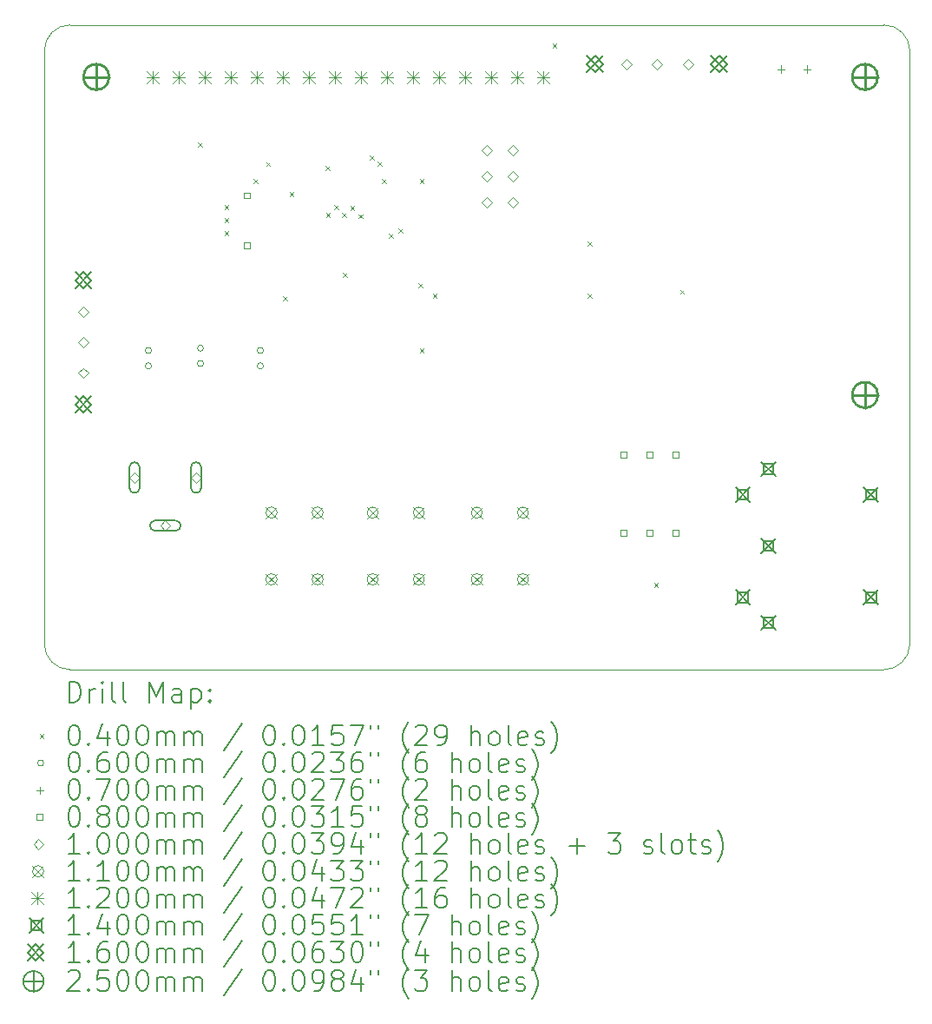
<source format=gbr>
%TF.GenerationSoftware,KiCad,Pcbnew,7.0.2*%
%TF.CreationDate,2023-10-16T21:01:08+02:00*%
%TF.ProjectId,interrupter,696e7465-7272-4757-9074-65722e6b6963,rev?*%
%TF.SameCoordinates,Original*%
%TF.FileFunction,Drillmap*%
%TF.FilePolarity,Positive*%
%FSLAX45Y45*%
G04 Gerber Fmt 4.5, Leading zero omitted, Abs format (unit mm)*
G04 Created by KiCad (PCBNEW 7.0.2) date 2023-10-16 21:01:08*
%MOMM*%
%LPD*%
G01*
G04 APERTURE LIST*
%ADD10C,0.100000*%
%ADD11C,0.200000*%
%ADD12C,0.040000*%
%ADD13C,0.060000*%
%ADD14C,0.070000*%
%ADD15C,0.080000*%
%ADD16C,0.110000*%
%ADD17C,0.120000*%
%ADD18C,0.140000*%
%ADD19C,0.160000*%
%ADD20C,0.250000*%
G04 APERTURE END LIST*
D10*
X10604500Y-2794000D02*
G75*
G03*
X10350500Y-2540000I-254000J0D01*
G01*
X2413000Y-2540000D02*
G75*
G03*
X2159000Y-2794000I0J-254000D01*
G01*
X2159002Y-8572358D02*
G75*
G03*
X2413000Y-8826358I253998J-2D01*
G01*
X2159000Y-2794000D02*
X2159000Y-8572358D01*
X2413000Y-2540000D02*
X10350500Y-2540000D01*
X10604500Y-8580858D02*
X10604500Y-2794000D01*
X10350500Y-8826502D02*
G75*
G03*
X10604500Y-8580858I0J254142D01*
G01*
X10350500Y-8826500D02*
X2413000Y-8826358D01*
D11*
D12*
X3660500Y-3688250D02*
X3700500Y-3728250D01*
X3700500Y-3688250D02*
X3660500Y-3728250D01*
X3917000Y-4298000D02*
X3957000Y-4338000D01*
X3957000Y-4298000D02*
X3917000Y-4338000D01*
X3917000Y-4425000D02*
X3957000Y-4465000D01*
X3957000Y-4425000D02*
X3917000Y-4465000D01*
X3917000Y-4552000D02*
X3957000Y-4592000D01*
X3957000Y-4552000D02*
X3917000Y-4592000D01*
X4201850Y-4044000D02*
X4241850Y-4084000D01*
X4241850Y-4044000D02*
X4201850Y-4084000D01*
X4323400Y-3878900D02*
X4363400Y-3918900D01*
X4363400Y-3878900D02*
X4323400Y-3918900D01*
X4488500Y-5187000D02*
X4528500Y-5227000D01*
X4528500Y-5187000D02*
X4488500Y-5227000D01*
X4552000Y-4171000D02*
X4592000Y-4211000D01*
X4592000Y-4171000D02*
X4552000Y-4211000D01*
X4901950Y-3917000D02*
X4941950Y-3957000D01*
X4941950Y-3917000D02*
X4901950Y-3957000D01*
X4907600Y-4374200D02*
X4947600Y-4414200D01*
X4947600Y-4374200D02*
X4907600Y-4414200D01*
X4986600Y-4294240D02*
X5026600Y-4334240D01*
X5026600Y-4294240D02*
X4986600Y-4334240D01*
X5066000Y-4374200D02*
X5106000Y-4414200D01*
X5106000Y-4374200D02*
X5066000Y-4414200D01*
X5072700Y-4958400D02*
X5112700Y-4998400D01*
X5112700Y-4958400D02*
X5072700Y-4998400D01*
X5145000Y-4307150D02*
X5185000Y-4347150D01*
X5185000Y-4307150D02*
X5145000Y-4347150D01*
X5226000Y-4386900D02*
X5266000Y-4426900D01*
X5266000Y-4386900D02*
X5226000Y-4426900D01*
X5332864Y-3816991D02*
X5372864Y-3856991D01*
X5372864Y-3816991D02*
X5332864Y-3856991D01*
X5413143Y-3876534D02*
X5453143Y-3916534D01*
X5453143Y-3876534D02*
X5413143Y-3916534D01*
X5451100Y-4044000D02*
X5491100Y-4084000D01*
X5491100Y-4044000D02*
X5451100Y-4084000D01*
X5520800Y-4573800D02*
X5560800Y-4613800D01*
X5560800Y-4573800D02*
X5520800Y-4613800D01*
X5612000Y-4526600D02*
X5652000Y-4566600D01*
X5652000Y-4526600D02*
X5612000Y-4566600D01*
X5811206Y-5058094D02*
X5851206Y-5098094D01*
X5851206Y-5058094D02*
X5811206Y-5098094D01*
X5822000Y-4044000D02*
X5862000Y-4084000D01*
X5862000Y-4044000D02*
X5822000Y-4084000D01*
X5822000Y-5695000D02*
X5862000Y-5735000D01*
X5862000Y-5695000D02*
X5822000Y-5735000D01*
X5949000Y-5161600D02*
X5989000Y-5201600D01*
X5989000Y-5161600D02*
X5949000Y-5201600D01*
X7117400Y-2723200D02*
X7157400Y-2763200D01*
X7157400Y-2723200D02*
X7117400Y-2763200D01*
X7460300Y-4653600D02*
X7500300Y-4693600D01*
X7500300Y-4653600D02*
X7460300Y-4693600D01*
X7460300Y-5161600D02*
X7500300Y-5201600D01*
X7500300Y-5161600D02*
X7460300Y-5201600D01*
X8108000Y-7981000D02*
X8148000Y-8021000D01*
X8148000Y-7981000D02*
X8108000Y-8021000D01*
X8362000Y-5123500D02*
X8402000Y-5163500D01*
X8402000Y-5123500D02*
X8362000Y-5163500D01*
D13*
X3205000Y-5715000D02*
G75*
G03*
X3205000Y-5715000I-30000J0D01*
G01*
X3205000Y-5865000D02*
G75*
G03*
X3205000Y-5865000I-30000J0D01*
G01*
X3713000Y-5692000D02*
G75*
G03*
X3713000Y-5692000I-30000J0D01*
G01*
X3713000Y-5842000D02*
G75*
G03*
X3713000Y-5842000I-30000J0D01*
G01*
X4297200Y-5715000D02*
G75*
G03*
X4297200Y-5715000I-30000J0D01*
G01*
X4297200Y-5865000D02*
G75*
G03*
X4297200Y-5865000I-30000J0D01*
G01*
D14*
X9344200Y-2936800D02*
X9344200Y-3006800D01*
X9309200Y-2971800D02*
X9379200Y-2971800D01*
X9604200Y-2936800D02*
X9604200Y-3006800D01*
X9569200Y-2971800D02*
X9639200Y-2971800D01*
D15*
X4164784Y-4230285D02*
X4164784Y-4173715D01*
X4108215Y-4173715D01*
X4108215Y-4230285D01*
X4164784Y-4230285D01*
X4164784Y-4718285D02*
X4164784Y-4661716D01*
X4108215Y-4661716D01*
X4108215Y-4718285D01*
X4164784Y-4718285D01*
X7840284Y-6758284D02*
X7840284Y-6701715D01*
X7783715Y-6701715D01*
X7783715Y-6758284D01*
X7840284Y-6758284D01*
X7840284Y-7520284D02*
X7840284Y-7463715D01*
X7783715Y-7463715D01*
X7783715Y-7520284D01*
X7840284Y-7520284D01*
X8094284Y-6758284D02*
X8094284Y-6701715D01*
X8037715Y-6701715D01*
X8037715Y-6758284D01*
X8094284Y-6758284D01*
X8094284Y-7520284D02*
X8094284Y-7463715D01*
X8037715Y-7463715D01*
X8037715Y-7520284D01*
X8094284Y-7520284D01*
X8348284Y-6758284D02*
X8348284Y-6701715D01*
X8291715Y-6701715D01*
X8291715Y-6758284D01*
X8348284Y-6758284D01*
X8348284Y-7520284D02*
X8348284Y-7463715D01*
X8291715Y-7463715D01*
X8291715Y-7520284D01*
X8348284Y-7520284D01*
D10*
X2540000Y-5384000D02*
X2590000Y-5334000D01*
X2540000Y-5284000D01*
X2490000Y-5334000D01*
X2540000Y-5384000D01*
X2540000Y-5684000D02*
X2590000Y-5634000D01*
X2540000Y-5584000D01*
X2490000Y-5634000D01*
X2540000Y-5684000D01*
X2540000Y-5984000D02*
X2590000Y-5934000D01*
X2540000Y-5884000D01*
X2490000Y-5934000D01*
X2540000Y-5984000D01*
X3040000Y-7002750D02*
X3090000Y-6952750D01*
X3040000Y-6902750D01*
X2990000Y-6952750D01*
X3040000Y-7002750D01*
D11*
X2990000Y-6852750D02*
X2990000Y-7052750D01*
X2990000Y-7052750D02*
G75*
G03*
X3090000Y-7052750I50000J0D01*
G01*
X3090000Y-7052750D02*
X3090000Y-6852750D01*
X3090000Y-6852750D02*
G75*
G03*
X2990000Y-6852750I-50000J0D01*
G01*
D10*
X3340000Y-7472750D02*
X3390000Y-7422750D01*
X3340000Y-7372750D01*
X3290000Y-7422750D01*
X3340000Y-7472750D01*
D11*
X3240000Y-7472750D02*
X3440000Y-7472750D01*
X3440000Y-7472750D02*
G75*
G03*
X3440000Y-7372750I0J50000D01*
G01*
X3440000Y-7372750D02*
X3240000Y-7372750D01*
X3240000Y-7372750D02*
G75*
G03*
X3240000Y-7472750I0J-50000D01*
G01*
D10*
X3640000Y-7002750D02*
X3690000Y-6952750D01*
X3640000Y-6902750D01*
X3590000Y-6952750D01*
X3640000Y-7002750D01*
D11*
X3590000Y-6852750D02*
X3590000Y-7052750D01*
X3590000Y-7052750D02*
G75*
G03*
X3690000Y-7052750I50000J0D01*
G01*
X3690000Y-7052750D02*
X3690000Y-6852750D01*
X3690000Y-6852750D02*
G75*
G03*
X3590000Y-6852750I-50000J0D01*
G01*
D10*
X6475000Y-3812000D02*
X6525000Y-3762000D01*
X6475000Y-3712000D01*
X6425000Y-3762000D01*
X6475000Y-3812000D01*
X6475000Y-4066000D02*
X6525000Y-4016000D01*
X6475000Y-3966000D01*
X6425000Y-4016000D01*
X6475000Y-4066000D01*
X6475000Y-4320000D02*
X6525000Y-4270000D01*
X6475000Y-4220000D01*
X6425000Y-4270000D01*
X6475000Y-4320000D01*
X6729000Y-3812000D02*
X6779000Y-3762000D01*
X6729000Y-3712000D01*
X6679000Y-3762000D01*
X6729000Y-3812000D01*
X6729000Y-4066000D02*
X6779000Y-4016000D01*
X6729000Y-3966000D01*
X6679000Y-4016000D01*
X6729000Y-4066000D01*
X6729000Y-4320000D02*
X6779000Y-4270000D01*
X6729000Y-4220000D01*
X6679000Y-4270000D01*
X6729000Y-4320000D01*
X7838250Y-2971000D02*
X7888250Y-2921000D01*
X7838250Y-2871000D01*
X7788250Y-2921000D01*
X7838250Y-2971000D01*
X8138250Y-2971000D02*
X8188250Y-2921000D01*
X8138250Y-2871000D01*
X8088250Y-2921000D01*
X8138250Y-2971000D01*
X8438250Y-2971000D02*
X8488250Y-2921000D01*
X8438250Y-2871000D01*
X8388250Y-2921000D01*
X8438250Y-2971000D01*
D16*
X4321000Y-7240000D02*
X4431000Y-7350000D01*
X4431000Y-7240000D02*
X4321000Y-7350000D01*
X4431000Y-7295000D02*
G75*
G03*
X4431000Y-7295000I-55000J0D01*
G01*
X4321000Y-7890000D02*
X4431000Y-8000000D01*
X4431000Y-7890000D02*
X4321000Y-8000000D01*
X4431000Y-7945000D02*
G75*
G03*
X4431000Y-7945000I-55000J0D01*
G01*
X4771000Y-7240000D02*
X4881000Y-7350000D01*
X4881000Y-7240000D02*
X4771000Y-7350000D01*
X4881000Y-7295000D02*
G75*
G03*
X4881000Y-7295000I-55000J0D01*
G01*
X4771000Y-7890000D02*
X4881000Y-8000000D01*
X4881000Y-7890000D02*
X4771000Y-8000000D01*
X4881000Y-7945000D02*
G75*
G03*
X4881000Y-7945000I-55000J0D01*
G01*
X5308000Y-7240000D02*
X5418000Y-7350000D01*
X5418000Y-7240000D02*
X5308000Y-7350000D01*
X5418000Y-7295000D02*
G75*
G03*
X5418000Y-7295000I-55000J0D01*
G01*
X5308000Y-7890000D02*
X5418000Y-8000000D01*
X5418000Y-7890000D02*
X5308000Y-8000000D01*
X5418000Y-7945000D02*
G75*
G03*
X5418000Y-7945000I-55000J0D01*
G01*
X5758000Y-7240000D02*
X5868000Y-7350000D01*
X5868000Y-7240000D02*
X5758000Y-7350000D01*
X5868000Y-7295000D02*
G75*
G03*
X5868000Y-7295000I-55000J0D01*
G01*
X5758000Y-7890000D02*
X5868000Y-8000000D01*
X5868000Y-7890000D02*
X5758000Y-8000000D01*
X5868000Y-7945000D02*
G75*
G03*
X5868000Y-7945000I-55000J0D01*
G01*
X6324000Y-7240000D02*
X6434000Y-7350000D01*
X6434000Y-7240000D02*
X6324000Y-7350000D01*
X6434000Y-7295000D02*
G75*
G03*
X6434000Y-7295000I-55000J0D01*
G01*
X6324000Y-7890000D02*
X6434000Y-8000000D01*
X6434000Y-7890000D02*
X6324000Y-8000000D01*
X6434000Y-7945000D02*
G75*
G03*
X6434000Y-7945000I-55000J0D01*
G01*
X6774000Y-7240000D02*
X6884000Y-7350000D01*
X6884000Y-7240000D02*
X6774000Y-7350000D01*
X6884000Y-7295000D02*
G75*
G03*
X6884000Y-7295000I-55000J0D01*
G01*
X6774000Y-7890000D02*
X6884000Y-8000000D01*
X6884000Y-7890000D02*
X6774000Y-8000000D01*
X6884000Y-7945000D02*
G75*
G03*
X6884000Y-7945000I-55000J0D01*
G01*
D17*
X3156910Y-2988000D02*
X3276910Y-3108000D01*
X3276910Y-2988000D02*
X3156910Y-3108000D01*
X3216910Y-2988000D02*
X3216910Y-3108000D01*
X3156910Y-3048000D02*
X3276910Y-3048000D01*
X3410910Y-2988000D02*
X3530910Y-3108000D01*
X3530910Y-2988000D02*
X3410910Y-3108000D01*
X3470910Y-2988000D02*
X3470910Y-3108000D01*
X3410910Y-3048000D02*
X3530910Y-3048000D01*
X3664910Y-2988000D02*
X3784910Y-3108000D01*
X3784910Y-2988000D02*
X3664910Y-3108000D01*
X3724910Y-2988000D02*
X3724910Y-3108000D01*
X3664910Y-3048000D02*
X3784910Y-3048000D01*
X3918910Y-2988000D02*
X4038910Y-3108000D01*
X4038910Y-2988000D02*
X3918910Y-3108000D01*
X3978910Y-2988000D02*
X3978910Y-3108000D01*
X3918910Y-3048000D02*
X4038910Y-3048000D01*
X4172910Y-2988000D02*
X4292910Y-3108000D01*
X4292910Y-2988000D02*
X4172910Y-3108000D01*
X4232910Y-2988000D02*
X4232910Y-3108000D01*
X4172910Y-3048000D02*
X4292910Y-3048000D01*
X4426910Y-2988000D02*
X4546910Y-3108000D01*
X4546910Y-2988000D02*
X4426910Y-3108000D01*
X4486910Y-2988000D02*
X4486910Y-3108000D01*
X4426910Y-3048000D02*
X4546910Y-3048000D01*
X4680910Y-2988000D02*
X4800910Y-3108000D01*
X4800910Y-2988000D02*
X4680910Y-3108000D01*
X4740910Y-2988000D02*
X4740910Y-3108000D01*
X4680910Y-3048000D02*
X4800910Y-3048000D01*
X4934910Y-2988000D02*
X5054910Y-3108000D01*
X5054910Y-2988000D02*
X4934910Y-3108000D01*
X4994910Y-2988000D02*
X4994910Y-3108000D01*
X4934910Y-3048000D02*
X5054910Y-3048000D01*
X5188910Y-2988000D02*
X5308910Y-3108000D01*
X5308910Y-2988000D02*
X5188910Y-3108000D01*
X5248910Y-2988000D02*
X5248910Y-3108000D01*
X5188910Y-3048000D02*
X5308910Y-3048000D01*
X5442910Y-2988000D02*
X5562910Y-3108000D01*
X5562910Y-2988000D02*
X5442910Y-3108000D01*
X5502910Y-2988000D02*
X5502910Y-3108000D01*
X5442910Y-3048000D02*
X5562910Y-3048000D01*
X5696910Y-2988000D02*
X5816910Y-3108000D01*
X5816910Y-2988000D02*
X5696910Y-3108000D01*
X5756910Y-2988000D02*
X5756910Y-3108000D01*
X5696910Y-3048000D02*
X5816910Y-3048000D01*
X5950910Y-2988000D02*
X6070910Y-3108000D01*
X6070910Y-2988000D02*
X5950910Y-3108000D01*
X6010910Y-2988000D02*
X6010910Y-3108000D01*
X5950910Y-3048000D02*
X6070910Y-3048000D01*
X6204910Y-2988000D02*
X6324910Y-3108000D01*
X6324910Y-2988000D02*
X6204910Y-3108000D01*
X6264910Y-2988000D02*
X6264910Y-3108000D01*
X6204910Y-3048000D02*
X6324910Y-3048000D01*
X6458910Y-2988000D02*
X6578910Y-3108000D01*
X6578910Y-2988000D02*
X6458910Y-3108000D01*
X6518910Y-2988000D02*
X6518910Y-3108000D01*
X6458910Y-3048000D02*
X6578910Y-3048000D01*
X6712910Y-2988000D02*
X6832910Y-3108000D01*
X6832910Y-2988000D02*
X6712910Y-3108000D01*
X6772910Y-2988000D02*
X6772910Y-3108000D01*
X6712910Y-3048000D02*
X6832910Y-3048000D01*
X6966910Y-2988000D02*
X7086910Y-3108000D01*
X7086910Y-2988000D02*
X6966910Y-3108000D01*
X7026910Y-2988000D02*
X7026910Y-3108000D01*
X6966910Y-3048000D02*
X7086910Y-3048000D01*
D18*
X8905000Y-7050000D02*
X9045000Y-7190000D01*
X9045000Y-7050000D02*
X8905000Y-7190000D01*
X9024498Y-7169498D02*
X9024498Y-7070502D01*
X8925502Y-7070502D01*
X8925502Y-7169498D01*
X9024498Y-7169498D01*
X8905000Y-8050000D02*
X9045000Y-8190000D01*
X9045000Y-8050000D02*
X8905000Y-8190000D01*
X9024498Y-8169498D02*
X9024498Y-8070502D01*
X8925502Y-8070502D01*
X8925502Y-8169498D01*
X9024498Y-8169498D01*
X9155000Y-6800000D02*
X9295000Y-6940000D01*
X9295000Y-6800000D02*
X9155000Y-6940000D01*
X9274498Y-6919498D02*
X9274498Y-6820502D01*
X9175502Y-6820502D01*
X9175502Y-6919498D01*
X9274498Y-6919498D01*
X9155000Y-7550000D02*
X9295000Y-7690000D01*
X9295000Y-7550000D02*
X9155000Y-7690000D01*
X9274498Y-7669498D02*
X9274498Y-7570502D01*
X9175502Y-7570502D01*
X9175502Y-7669498D01*
X9274498Y-7669498D01*
X9155000Y-8300000D02*
X9295000Y-8440000D01*
X9295000Y-8300000D02*
X9155000Y-8440000D01*
X9274498Y-8419498D02*
X9274498Y-8320502D01*
X9175502Y-8320502D01*
X9175502Y-8419498D01*
X9274498Y-8419498D01*
X10155000Y-7050000D02*
X10295000Y-7190000D01*
X10295000Y-7050000D02*
X10155000Y-7190000D01*
X10274498Y-7169498D02*
X10274498Y-7070502D01*
X10175502Y-7070502D01*
X10175502Y-7169498D01*
X10274498Y-7169498D01*
X10155000Y-8050000D02*
X10295000Y-8190000D01*
X10295000Y-8050000D02*
X10155000Y-8190000D01*
X10274498Y-8169498D02*
X10274498Y-8070502D01*
X10175502Y-8070502D01*
X10175502Y-8169498D01*
X10274498Y-8169498D01*
D19*
X2460000Y-4949000D02*
X2620000Y-5109000D01*
X2620000Y-4949000D02*
X2460000Y-5109000D01*
X2540000Y-5109000D02*
X2620000Y-5029000D01*
X2540000Y-4949000D01*
X2460000Y-5029000D01*
X2540000Y-5109000D01*
X2460000Y-6159000D02*
X2620000Y-6319000D01*
X2620000Y-6159000D02*
X2460000Y-6319000D01*
X2540000Y-6319000D02*
X2620000Y-6239000D01*
X2540000Y-6159000D01*
X2460000Y-6239000D01*
X2540000Y-6319000D01*
X7453250Y-2841000D02*
X7613250Y-3001000D01*
X7613250Y-2841000D02*
X7453250Y-3001000D01*
X7533250Y-3001000D02*
X7613250Y-2921000D01*
X7533250Y-2841000D01*
X7453250Y-2921000D01*
X7533250Y-3001000D01*
X8663250Y-2841000D02*
X8823250Y-3001000D01*
X8823250Y-2841000D02*
X8663250Y-3001000D01*
X8743250Y-3001000D02*
X8823250Y-2921000D01*
X8743250Y-2841000D01*
X8663250Y-2921000D01*
X8743250Y-3001000D01*
D20*
X2667000Y-2923000D02*
X2667000Y-3173000D01*
X2542000Y-3048000D02*
X2792000Y-3048000D01*
X2792000Y-3048000D02*
G75*
G03*
X2792000Y-3048000I-125000J0D01*
G01*
X10166858Y-6023070D02*
X10166858Y-6273070D01*
X10041858Y-6148070D02*
X10291858Y-6148070D01*
X10291858Y-6148070D02*
G75*
G03*
X10291858Y-6148070I-125000J0D01*
G01*
X10166910Y-2923000D02*
X10166910Y-3173000D01*
X10041910Y-3048000D02*
X10291910Y-3048000D01*
X10291910Y-3048000D02*
G75*
G03*
X10291910Y-3048000I-125000J0D01*
G01*
D11*
X2401619Y-9144024D02*
X2401619Y-8944024D01*
X2401619Y-8944024D02*
X2449238Y-8944024D01*
X2449238Y-8944024D02*
X2477810Y-8953548D01*
X2477810Y-8953548D02*
X2496857Y-8972595D01*
X2496857Y-8972595D02*
X2506381Y-8991643D01*
X2506381Y-8991643D02*
X2515905Y-9029738D01*
X2515905Y-9029738D02*
X2515905Y-9058310D01*
X2515905Y-9058310D02*
X2506381Y-9096405D01*
X2506381Y-9096405D02*
X2496857Y-9115452D01*
X2496857Y-9115452D02*
X2477810Y-9134500D01*
X2477810Y-9134500D02*
X2449238Y-9144024D01*
X2449238Y-9144024D02*
X2401619Y-9144024D01*
X2601619Y-9144024D02*
X2601619Y-9010690D01*
X2601619Y-9048786D02*
X2611143Y-9029738D01*
X2611143Y-9029738D02*
X2620667Y-9020214D01*
X2620667Y-9020214D02*
X2639714Y-9010690D01*
X2639714Y-9010690D02*
X2658762Y-9010690D01*
X2725429Y-9144024D02*
X2725429Y-9010690D01*
X2725429Y-8944024D02*
X2715905Y-8953548D01*
X2715905Y-8953548D02*
X2725429Y-8963071D01*
X2725429Y-8963071D02*
X2734952Y-8953548D01*
X2734952Y-8953548D02*
X2725429Y-8944024D01*
X2725429Y-8944024D02*
X2725429Y-8963071D01*
X2849238Y-9144024D02*
X2830190Y-9134500D01*
X2830190Y-9134500D02*
X2820667Y-9115452D01*
X2820667Y-9115452D02*
X2820667Y-8944024D01*
X2954000Y-9144024D02*
X2934952Y-9134500D01*
X2934952Y-9134500D02*
X2925428Y-9115452D01*
X2925428Y-9115452D02*
X2925428Y-8944024D01*
X3182571Y-9144024D02*
X3182571Y-8944024D01*
X3182571Y-8944024D02*
X3249238Y-9086881D01*
X3249238Y-9086881D02*
X3315905Y-8944024D01*
X3315905Y-8944024D02*
X3315905Y-9144024D01*
X3496857Y-9144024D02*
X3496857Y-9039262D01*
X3496857Y-9039262D02*
X3487333Y-9020214D01*
X3487333Y-9020214D02*
X3468286Y-9010690D01*
X3468286Y-9010690D02*
X3430190Y-9010690D01*
X3430190Y-9010690D02*
X3411143Y-9020214D01*
X3496857Y-9134500D02*
X3477809Y-9144024D01*
X3477809Y-9144024D02*
X3430190Y-9144024D01*
X3430190Y-9144024D02*
X3411143Y-9134500D01*
X3411143Y-9134500D02*
X3401619Y-9115452D01*
X3401619Y-9115452D02*
X3401619Y-9096405D01*
X3401619Y-9096405D02*
X3411143Y-9077357D01*
X3411143Y-9077357D02*
X3430190Y-9067833D01*
X3430190Y-9067833D02*
X3477809Y-9067833D01*
X3477809Y-9067833D02*
X3496857Y-9058310D01*
X3592095Y-9010690D02*
X3592095Y-9210690D01*
X3592095Y-9020214D02*
X3611143Y-9010690D01*
X3611143Y-9010690D02*
X3649238Y-9010690D01*
X3649238Y-9010690D02*
X3668286Y-9020214D01*
X3668286Y-9020214D02*
X3677809Y-9029738D01*
X3677809Y-9029738D02*
X3687333Y-9048786D01*
X3687333Y-9048786D02*
X3687333Y-9105929D01*
X3687333Y-9105929D02*
X3677809Y-9124976D01*
X3677809Y-9124976D02*
X3668286Y-9134500D01*
X3668286Y-9134500D02*
X3649238Y-9144024D01*
X3649238Y-9144024D02*
X3611143Y-9144024D01*
X3611143Y-9144024D02*
X3592095Y-9134500D01*
X3773048Y-9124976D02*
X3782571Y-9134500D01*
X3782571Y-9134500D02*
X3773048Y-9144024D01*
X3773048Y-9144024D02*
X3763524Y-9134500D01*
X3763524Y-9134500D02*
X3773048Y-9124976D01*
X3773048Y-9124976D02*
X3773048Y-9144024D01*
X3773048Y-9020214D02*
X3782571Y-9029738D01*
X3782571Y-9029738D02*
X3773048Y-9039262D01*
X3773048Y-9039262D02*
X3763524Y-9029738D01*
X3763524Y-9029738D02*
X3773048Y-9020214D01*
X3773048Y-9020214D02*
X3773048Y-9039262D01*
D12*
X2114000Y-9451500D02*
X2154000Y-9491500D01*
X2154000Y-9451500D02*
X2114000Y-9491500D01*
D11*
X2439714Y-9364024D02*
X2458762Y-9364024D01*
X2458762Y-9364024D02*
X2477810Y-9373548D01*
X2477810Y-9373548D02*
X2487333Y-9383071D01*
X2487333Y-9383071D02*
X2496857Y-9402119D01*
X2496857Y-9402119D02*
X2506381Y-9440214D01*
X2506381Y-9440214D02*
X2506381Y-9487833D01*
X2506381Y-9487833D02*
X2496857Y-9525929D01*
X2496857Y-9525929D02*
X2487333Y-9544976D01*
X2487333Y-9544976D02*
X2477810Y-9554500D01*
X2477810Y-9554500D02*
X2458762Y-9564024D01*
X2458762Y-9564024D02*
X2439714Y-9564024D01*
X2439714Y-9564024D02*
X2420667Y-9554500D01*
X2420667Y-9554500D02*
X2411143Y-9544976D01*
X2411143Y-9544976D02*
X2401619Y-9525929D01*
X2401619Y-9525929D02*
X2392095Y-9487833D01*
X2392095Y-9487833D02*
X2392095Y-9440214D01*
X2392095Y-9440214D02*
X2401619Y-9402119D01*
X2401619Y-9402119D02*
X2411143Y-9383071D01*
X2411143Y-9383071D02*
X2420667Y-9373548D01*
X2420667Y-9373548D02*
X2439714Y-9364024D01*
X2592095Y-9544976D02*
X2601619Y-9554500D01*
X2601619Y-9554500D02*
X2592095Y-9564024D01*
X2592095Y-9564024D02*
X2582571Y-9554500D01*
X2582571Y-9554500D02*
X2592095Y-9544976D01*
X2592095Y-9544976D02*
X2592095Y-9564024D01*
X2773048Y-9430690D02*
X2773048Y-9564024D01*
X2725429Y-9354500D02*
X2677810Y-9497357D01*
X2677810Y-9497357D02*
X2801619Y-9497357D01*
X2915905Y-9364024D02*
X2934952Y-9364024D01*
X2934952Y-9364024D02*
X2954000Y-9373548D01*
X2954000Y-9373548D02*
X2963524Y-9383071D01*
X2963524Y-9383071D02*
X2973048Y-9402119D01*
X2973048Y-9402119D02*
X2982571Y-9440214D01*
X2982571Y-9440214D02*
X2982571Y-9487833D01*
X2982571Y-9487833D02*
X2973048Y-9525929D01*
X2973048Y-9525929D02*
X2963524Y-9544976D01*
X2963524Y-9544976D02*
X2954000Y-9554500D01*
X2954000Y-9554500D02*
X2934952Y-9564024D01*
X2934952Y-9564024D02*
X2915905Y-9564024D01*
X2915905Y-9564024D02*
X2896857Y-9554500D01*
X2896857Y-9554500D02*
X2887333Y-9544976D01*
X2887333Y-9544976D02*
X2877809Y-9525929D01*
X2877809Y-9525929D02*
X2868286Y-9487833D01*
X2868286Y-9487833D02*
X2868286Y-9440214D01*
X2868286Y-9440214D02*
X2877809Y-9402119D01*
X2877809Y-9402119D02*
X2887333Y-9383071D01*
X2887333Y-9383071D02*
X2896857Y-9373548D01*
X2896857Y-9373548D02*
X2915905Y-9364024D01*
X3106381Y-9364024D02*
X3125429Y-9364024D01*
X3125429Y-9364024D02*
X3144476Y-9373548D01*
X3144476Y-9373548D02*
X3154000Y-9383071D01*
X3154000Y-9383071D02*
X3163524Y-9402119D01*
X3163524Y-9402119D02*
X3173048Y-9440214D01*
X3173048Y-9440214D02*
X3173048Y-9487833D01*
X3173048Y-9487833D02*
X3163524Y-9525929D01*
X3163524Y-9525929D02*
X3154000Y-9544976D01*
X3154000Y-9544976D02*
X3144476Y-9554500D01*
X3144476Y-9554500D02*
X3125429Y-9564024D01*
X3125429Y-9564024D02*
X3106381Y-9564024D01*
X3106381Y-9564024D02*
X3087333Y-9554500D01*
X3087333Y-9554500D02*
X3077809Y-9544976D01*
X3077809Y-9544976D02*
X3068286Y-9525929D01*
X3068286Y-9525929D02*
X3058762Y-9487833D01*
X3058762Y-9487833D02*
X3058762Y-9440214D01*
X3058762Y-9440214D02*
X3068286Y-9402119D01*
X3068286Y-9402119D02*
X3077809Y-9383071D01*
X3077809Y-9383071D02*
X3087333Y-9373548D01*
X3087333Y-9373548D02*
X3106381Y-9364024D01*
X3258762Y-9564024D02*
X3258762Y-9430690D01*
X3258762Y-9449738D02*
X3268286Y-9440214D01*
X3268286Y-9440214D02*
X3287333Y-9430690D01*
X3287333Y-9430690D02*
X3315905Y-9430690D01*
X3315905Y-9430690D02*
X3334952Y-9440214D01*
X3334952Y-9440214D02*
X3344476Y-9459262D01*
X3344476Y-9459262D02*
X3344476Y-9564024D01*
X3344476Y-9459262D02*
X3354000Y-9440214D01*
X3354000Y-9440214D02*
X3373048Y-9430690D01*
X3373048Y-9430690D02*
X3401619Y-9430690D01*
X3401619Y-9430690D02*
X3420667Y-9440214D01*
X3420667Y-9440214D02*
X3430190Y-9459262D01*
X3430190Y-9459262D02*
X3430190Y-9564024D01*
X3525429Y-9564024D02*
X3525429Y-9430690D01*
X3525429Y-9449738D02*
X3534952Y-9440214D01*
X3534952Y-9440214D02*
X3554000Y-9430690D01*
X3554000Y-9430690D02*
X3582571Y-9430690D01*
X3582571Y-9430690D02*
X3601619Y-9440214D01*
X3601619Y-9440214D02*
X3611143Y-9459262D01*
X3611143Y-9459262D02*
X3611143Y-9564024D01*
X3611143Y-9459262D02*
X3620667Y-9440214D01*
X3620667Y-9440214D02*
X3639714Y-9430690D01*
X3639714Y-9430690D02*
X3668286Y-9430690D01*
X3668286Y-9430690D02*
X3687333Y-9440214D01*
X3687333Y-9440214D02*
X3696857Y-9459262D01*
X3696857Y-9459262D02*
X3696857Y-9564024D01*
X4087333Y-9354500D02*
X3915905Y-9611643D01*
X4344476Y-9364024D02*
X4363524Y-9364024D01*
X4363524Y-9364024D02*
X4382572Y-9373548D01*
X4382572Y-9373548D02*
X4392095Y-9383071D01*
X4392095Y-9383071D02*
X4401619Y-9402119D01*
X4401619Y-9402119D02*
X4411143Y-9440214D01*
X4411143Y-9440214D02*
X4411143Y-9487833D01*
X4411143Y-9487833D02*
X4401619Y-9525929D01*
X4401619Y-9525929D02*
X4392095Y-9544976D01*
X4392095Y-9544976D02*
X4382572Y-9554500D01*
X4382572Y-9554500D02*
X4363524Y-9564024D01*
X4363524Y-9564024D02*
X4344476Y-9564024D01*
X4344476Y-9564024D02*
X4325429Y-9554500D01*
X4325429Y-9554500D02*
X4315905Y-9544976D01*
X4315905Y-9544976D02*
X4306381Y-9525929D01*
X4306381Y-9525929D02*
X4296857Y-9487833D01*
X4296857Y-9487833D02*
X4296857Y-9440214D01*
X4296857Y-9440214D02*
X4306381Y-9402119D01*
X4306381Y-9402119D02*
X4315905Y-9383071D01*
X4315905Y-9383071D02*
X4325429Y-9373548D01*
X4325429Y-9373548D02*
X4344476Y-9364024D01*
X4496857Y-9544976D02*
X4506381Y-9554500D01*
X4506381Y-9554500D02*
X4496857Y-9564024D01*
X4496857Y-9564024D02*
X4487334Y-9554500D01*
X4487334Y-9554500D02*
X4496857Y-9544976D01*
X4496857Y-9544976D02*
X4496857Y-9564024D01*
X4630191Y-9364024D02*
X4649238Y-9364024D01*
X4649238Y-9364024D02*
X4668286Y-9373548D01*
X4668286Y-9373548D02*
X4677810Y-9383071D01*
X4677810Y-9383071D02*
X4687334Y-9402119D01*
X4687334Y-9402119D02*
X4696857Y-9440214D01*
X4696857Y-9440214D02*
X4696857Y-9487833D01*
X4696857Y-9487833D02*
X4687334Y-9525929D01*
X4687334Y-9525929D02*
X4677810Y-9544976D01*
X4677810Y-9544976D02*
X4668286Y-9554500D01*
X4668286Y-9554500D02*
X4649238Y-9564024D01*
X4649238Y-9564024D02*
X4630191Y-9564024D01*
X4630191Y-9564024D02*
X4611143Y-9554500D01*
X4611143Y-9554500D02*
X4601619Y-9544976D01*
X4601619Y-9544976D02*
X4592095Y-9525929D01*
X4592095Y-9525929D02*
X4582572Y-9487833D01*
X4582572Y-9487833D02*
X4582572Y-9440214D01*
X4582572Y-9440214D02*
X4592095Y-9402119D01*
X4592095Y-9402119D02*
X4601619Y-9383071D01*
X4601619Y-9383071D02*
X4611143Y-9373548D01*
X4611143Y-9373548D02*
X4630191Y-9364024D01*
X4887334Y-9564024D02*
X4773048Y-9564024D01*
X4830191Y-9564024D02*
X4830191Y-9364024D01*
X4830191Y-9364024D02*
X4811143Y-9392595D01*
X4811143Y-9392595D02*
X4792095Y-9411643D01*
X4792095Y-9411643D02*
X4773048Y-9421167D01*
X5068286Y-9364024D02*
X4973048Y-9364024D01*
X4973048Y-9364024D02*
X4963524Y-9459262D01*
X4963524Y-9459262D02*
X4973048Y-9449738D01*
X4973048Y-9449738D02*
X4992095Y-9440214D01*
X4992095Y-9440214D02*
X5039715Y-9440214D01*
X5039715Y-9440214D02*
X5058762Y-9449738D01*
X5058762Y-9449738D02*
X5068286Y-9459262D01*
X5068286Y-9459262D02*
X5077810Y-9478310D01*
X5077810Y-9478310D02*
X5077810Y-9525929D01*
X5077810Y-9525929D02*
X5068286Y-9544976D01*
X5068286Y-9544976D02*
X5058762Y-9554500D01*
X5058762Y-9554500D02*
X5039715Y-9564024D01*
X5039715Y-9564024D02*
X4992095Y-9564024D01*
X4992095Y-9564024D02*
X4973048Y-9554500D01*
X4973048Y-9554500D02*
X4963524Y-9544976D01*
X5144476Y-9364024D02*
X5277810Y-9364024D01*
X5277810Y-9364024D02*
X5192095Y-9564024D01*
X5344476Y-9364024D02*
X5344476Y-9402119D01*
X5420667Y-9364024D02*
X5420667Y-9402119D01*
X5715905Y-9640214D02*
X5706381Y-9630690D01*
X5706381Y-9630690D02*
X5687334Y-9602119D01*
X5687334Y-9602119D02*
X5677810Y-9583071D01*
X5677810Y-9583071D02*
X5668286Y-9554500D01*
X5668286Y-9554500D02*
X5658762Y-9506881D01*
X5658762Y-9506881D02*
X5658762Y-9468786D01*
X5658762Y-9468786D02*
X5668286Y-9421167D01*
X5668286Y-9421167D02*
X5677810Y-9392595D01*
X5677810Y-9392595D02*
X5687334Y-9373548D01*
X5687334Y-9373548D02*
X5706381Y-9344976D01*
X5706381Y-9344976D02*
X5715905Y-9335452D01*
X5782572Y-9383071D02*
X5792095Y-9373548D01*
X5792095Y-9373548D02*
X5811143Y-9364024D01*
X5811143Y-9364024D02*
X5858762Y-9364024D01*
X5858762Y-9364024D02*
X5877810Y-9373548D01*
X5877810Y-9373548D02*
X5887334Y-9383071D01*
X5887334Y-9383071D02*
X5896857Y-9402119D01*
X5896857Y-9402119D02*
X5896857Y-9421167D01*
X5896857Y-9421167D02*
X5887334Y-9449738D01*
X5887334Y-9449738D02*
X5773048Y-9564024D01*
X5773048Y-9564024D02*
X5896857Y-9564024D01*
X5992095Y-9564024D02*
X6030191Y-9564024D01*
X6030191Y-9564024D02*
X6049238Y-9554500D01*
X6049238Y-9554500D02*
X6058762Y-9544976D01*
X6058762Y-9544976D02*
X6077810Y-9516405D01*
X6077810Y-9516405D02*
X6087334Y-9478310D01*
X6087334Y-9478310D02*
X6087334Y-9402119D01*
X6087334Y-9402119D02*
X6077810Y-9383071D01*
X6077810Y-9383071D02*
X6068286Y-9373548D01*
X6068286Y-9373548D02*
X6049238Y-9364024D01*
X6049238Y-9364024D02*
X6011143Y-9364024D01*
X6011143Y-9364024D02*
X5992095Y-9373548D01*
X5992095Y-9373548D02*
X5982572Y-9383071D01*
X5982572Y-9383071D02*
X5973048Y-9402119D01*
X5973048Y-9402119D02*
X5973048Y-9449738D01*
X5973048Y-9449738D02*
X5982572Y-9468786D01*
X5982572Y-9468786D02*
X5992095Y-9478310D01*
X5992095Y-9478310D02*
X6011143Y-9487833D01*
X6011143Y-9487833D02*
X6049238Y-9487833D01*
X6049238Y-9487833D02*
X6068286Y-9478310D01*
X6068286Y-9478310D02*
X6077810Y-9468786D01*
X6077810Y-9468786D02*
X6087334Y-9449738D01*
X6325429Y-9564024D02*
X6325429Y-9364024D01*
X6411143Y-9564024D02*
X6411143Y-9459262D01*
X6411143Y-9459262D02*
X6401619Y-9440214D01*
X6401619Y-9440214D02*
X6382572Y-9430690D01*
X6382572Y-9430690D02*
X6354000Y-9430690D01*
X6354000Y-9430690D02*
X6334953Y-9440214D01*
X6334953Y-9440214D02*
X6325429Y-9449738D01*
X6534953Y-9564024D02*
X6515905Y-9554500D01*
X6515905Y-9554500D02*
X6506381Y-9544976D01*
X6506381Y-9544976D02*
X6496857Y-9525929D01*
X6496857Y-9525929D02*
X6496857Y-9468786D01*
X6496857Y-9468786D02*
X6506381Y-9449738D01*
X6506381Y-9449738D02*
X6515905Y-9440214D01*
X6515905Y-9440214D02*
X6534953Y-9430690D01*
X6534953Y-9430690D02*
X6563524Y-9430690D01*
X6563524Y-9430690D02*
X6582572Y-9440214D01*
X6582572Y-9440214D02*
X6592096Y-9449738D01*
X6592096Y-9449738D02*
X6601619Y-9468786D01*
X6601619Y-9468786D02*
X6601619Y-9525929D01*
X6601619Y-9525929D02*
X6592096Y-9544976D01*
X6592096Y-9544976D02*
X6582572Y-9554500D01*
X6582572Y-9554500D02*
X6563524Y-9564024D01*
X6563524Y-9564024D02*
X6534953Y-9564024D01*
X6715905Y-9564024D02*
X6696857Y-9554500D01*
X6696857Y-9554500D02*
X6687334Y-9535452D01*
X6687334Y-9535452D02*
X6687334Y-9364024D01*
X6868286Y-9554500D02*
X6849238Y-9564024D01*
X6849238Y-9564024D02*
X6811143Y-9564024D01*
X6811143Y-9564024D02*
X6792096Y-9554500D01*
X6792096Y-9554500D02*
X6782572Y-9535452D01*
X6782572Y-9535452D02*
X6782572Y-9459262D01*
X6782572Y-9459262D02*
X6792096Y-9440214D01*
X6792096Y-9440214D02*
X6811143Y-9430690D01*
X6811143Y-9430690D02*
X6849238Y-9430690D01*
X6849238Y-9430690D02*
X6868286Y-9440214D01*
X6868286Y-9440214D02*
X6877810Y-9459262D01*
X6877810Y-9459262D02*
X6877810Y-9478310D01*
X6877810Y-9478310D02*
X6782572Y-9497357D01*
X6954000Y-9554500D02*
X6973048Y-9564024D01*
X6973048Y-9564024D02*
X7011143Y-9564024D01*
X7011143Y-9564024D02*
X7030191Y-9554500D01*
X7030191Y-9554500D02*
X7039715Y-9535452D01*
X7039715Y-9535452D02*
X7039715Y-9525929D01*
X7039715Y-9525929D02*
X7030191Y-9506881D01*
X7030191Y-9506881D02*
X7011143Y-9497357D01*
X7011143Y-9497357D02*
X6982572Y-9497357D01*
X6982572Y-9497357D02*
X6963524Y-9487833D01*
X6963524Y-9487833D02*
X6954000Y-9468786D01*
X6954000Y-9468786D02*
X6954000Y-9459262D01*
X6954000Y-9459262D02*
X6963524Y-9440214D01*
X6963524Y-9440214D02*
X6982572Y-9430690D01*
X6982572Y-9430690D02*
X7011143Y-9430690D01*
X7011143Y-9430690D02*
X7030191Y-9440214D01*
X7106381Y-9640214D02*
X7115905Y-9630690D01*
X7115905Y-9630690D02*
X7134953Y-9602119D01*
X7134953Y-9602119D02*
X7144477Y-9583071D01*
X7144477Y-9583071D02*
X7154000Y-9554500D01*
X7154000Y-9554500D02*
X7163524Y-9506881D01*
X7163524Y-9506881D02*
X7163524Y-9468786D01*
X7163524Y-9468786D02*
X7154000Y-9421167D01*
X7154000Y-9421167D02*
X7144477Y-9392595D01*
X7144477Y-9392595D02*
X7134953Y-9373548D01*
X7134953Y-9373548D02*
X7115905Y-9344976D01*
X7115905Y-9344976D02*
X7106381Y-9335452D01*
D13*
X2154000Y-9735500D02*
G75*
G03*
X2154000Y-9735500I-30000J0D01*
G01*
D11*
X2439714Y-9628024D02*
X2458762Y-9628024D01*
X2458762Y-9628024D02*
X2477810Y-9637548D01*
X2477810Y-9637548D02*
X2487333Y-9647071D01*
X2487333Y-9647071D02*
X2496857Y-9666119D01*
X2496857Y-9666119D02*
X2506381Y-9704214D01*
X2506381Y-9704214D02*
X2506381Y-9751833D01*
X2506381Y-9751833D02*
X2496857Y-9789929D01*
X2496857Y-9789929D02*
X2487333Y-9808976D01*
X2487333Y-9808976D02*
X2477810Y-9818500D01*
X2477810Y-9818500D02*
X2458762Y-9828024D01*
X2458762Y-9828024D02*
X2439714Y-9828024D01*
X2439714Y-9828024D02*
X2420667Y-9818500D01*
X2420667Y-9818500D02*
X2411143Y-9808976D01*
X2411143Y-9808976D02*
X2401619Y-9789929D01*
X2401619Y-9789929D02*
X2392095Y-9751833D01*
X2392095Y-9751833D02*
X2392095Y-9704214D01*
X2392095Y-9704214D02*
X2401619Y-9666119D01*
X2401619Y-9666119D02*
X2411143Y-9647071D01*
X2411143Y-9647071D02*
X2420667Y-9637548D01*
X2420667Y-9637548D02*
X2439714Y-9628024D01*
X2592095Y-9808976D02*
X2601619Y-9818500D01*
X2601619Y-9818500D02*
X2592095Y-9828024D01*
X2592095Y-9828024D02*
X2582571Y-9818500D01*
X2582571Y-9818500D02*
X2592095Y-9808976D01*
X2592095Y-9808976D02*
X2592095Y-9828024D01*
X2773048Y-9628024D02*
X2734952Y-9628024D01*
X2734952Y-9628024D02*
X2715905Y-9637548D01*
X2715905Y-9637548D02*
X2706381Y-9647071D01*
X2706381Y-9647071D02*
X2687333Y-9675643D01*
X2687333Y-9675643D02*
X2677810Y-9713738D01*
X2677810Y-9713738D02*
X2677810Y-9789929D01*
X2677810Y-9789929D02*
X2687333Y-9808976D01*
X2687333Y-9808976D02*
X2696857Y-9818500D01*
X2696857Y-9818500D02*
X2715905Y-9828024D01*
X2715905Y-9828024D02*
X2754000Y-9828024D01*
X2754000Y-9828024D02*
X2773048Y-9818500D01*
X2773048Y-9818500D02*
X2782571Y-9808976D01*
X2782571Y-9808976D02*
X2792095Y-9789929D01*
X2792095Y-9789929D02*
X2792095Y-9742310D01*
X2792095Y-9742310D02*
X2782571Y-9723262D01*
X2782571Y-9723262D02*
X2773048Y-9713738D01*
X2773048Y-9713738D02*
X2754000Y-9704214D01*
X2754000Y-9704214D02*
X2715905Y-9704214D01*
X2715905Y-9704214D02*
X2696857Y-9713738D01*
X2696857Y-9713738D02*
X2687333Y-9723262D01*
X2687333Y-9723262D02*
X2677810Y-9742310D01*
X2915905Y-9628024D02*
X2934952Y-9628024D01*
X2934952Y-9628024D02*
X2954000Y-9637548D01*
X2954000Y-9637548D02*
X2963524Y-9647071D01*
X2963524Y-9647071D02*
X2973048Y-9666119D01*
X2973048Y-9666119D02*
X2982571Y-9704214D01*
X2982571Y-9704214D02*
X2982571Y-9751833D01*
X2982571Y-9751833D02*
X2973048Y-9789929D01*
X2973048Y-9789929D02*
X2963524Y-9808976D01*
X2963524Y-9808976D02*
X2954000Y-9818500D01*
X2954000Y-9818500D02*
X2934952Y-9828024D01*
X2934952Y-9828024D02*
X2915905Y-9828024D01*
X2915905Y-9828024D02*
X2896857Y-9818500D01*
X2896857Y-9818500D02*
X2887333Y-9808976D01*
X2887333Y-9808976D02*
X2877809Y-9789929D01*
X2877809Y-9789929D02*
X2868286Y-9751833D01*
X2868286Y-9751833D02*
X2868286Y-9704214D01*
X2868286Y-9704214D02*
X2877809Y-9666119D01*
X2877809Y-9666119D02*
X2887333Y-9647071D01*
X2887333Y-9647071D02*
X2896857Y-9637548D01*
X2896857Y-9637548D02*
X2915905Y-9628024D01*
X3106381Y-9628024D02*
X3125429Y-9628024D01*
X3125429Y-9628024D02*
X3144476Y-9637548D01*
X3144476Y-9637548D02*
X3154000Y-9647071D01*
X3154000Y-9647071D02*
X3163524Y-9666119D01*
X3163524Y-9666119D02*
X3173048Y-9704214D01*
X3173048Y-9704214D02*
X3173048Y-9751833D01*
X3173048Y-9751833D02*
X3163524Y-9789929D01*
X3163524Y-9789929D02*
X3154000Y-9808976D01*
X3154000Y-9808976D02*
X3144476Y-9818500D01*
X3144476Y-9818500D02*
X3125429Y-9828024D01*
X3125429Y-9828024D02*
X3106381Y-9828024D01*
X3106381Y-9828024D02*
X3087333Y-9818500D01*
X3087333Y-9818500D02*
X3077809Y-9808976D01*
X3077809Y-9808976D02*
X3068286Y-9789929D01*
X3068286Y-9789929D02*
X3058762Y-9751833D01*
X3058762Y-9751833D02*
X3058762Y-9704214D01*
X3058762Y-9704214D02*
X3068286Y-9666119D01*
X3068286Y-9666119D02*
X3077809Y-9647071D01*
X3077809Y-9647071D02*
X3087333Y-9637548D01*
X3087333Y-9637548D02*
X3106381Y-9628024D01*
X3258762Y-9828024D02*
X3258762Y-9694690D01*
X3258762Y-9713738D02*
X3268286Y-9704214D01*
X3268286Y-9704214D02*
X3287333Y-9694690D01*
X3287333Y-9694690D02*
X3315905Y-9694690D01*
X3315905Y-9694690D02*
X3334952Y-9704214D01*
X3334952Y-9704214D02*
X3344476Y-9723262D01*
X3344476Y-9723262D02*
X3344476Y-9828024D01*
X3344476Y-9723262D02*
X3354000Y-9704214D01*
X3354000Y-9704214D02*
X3373048Y-9694690D01*
X3373048Y-9694690D02*
X3401619Y-9694690D01*
X3401619Y-9694690D02*
X3420667Y-9704214D01*
X3420667Y-9704214D02*
X3430190Y-9723262D01*
X3430190Y-9723262D02*
X3430190Y-9828024D01*
X3525429Y-9828024D02*
X3525429Y-9694690D01*
X3525429Y-9713738D02*
X3534952Y-9704214D01*
X3534952Y-9704214D02*
X3554000Y-9694690D01*
X3554000Y-9694690D02*
X3582571Y-9694690D01*
X3582571Y-9694690D02*
X3601619Y-9704214D01*
X3601619Y-9704214D02*
X3611143Y-9723262D01*
X3611143Y-9723262D02*
X3611143Y-9828024D01*
X3611143Y-9723262D02*
X3620667Y-9704214D01*
X3620667Y-9704214D02*
X3639714Y-9694690D01*
X3639714Y-9694690D02*
X3668286Y-9694690D01*
X3668286Y-9694690D02*
X3687333Y-9704214D01*
X3687333Y-9704214D02*
X3696857Y-9723262D01*
X3696857Y-9723262D02*
X3696857Y-9828024D01*
X4087333Y-9618500D02*
X3915905Y-9875643D01*
X4344476Y-9628024D02*
X4363524Y-9628024D01*
X4363524Y-9628024D02*
X4382572Y-9637548D01*
X4382572Y-9637548D02*
X4392095Y-9647071D01*
X4392095Y-9647071D02*
X4401619Y-9666119D01*
X4401619Y-9666119D02*
X4411143Y-9704214D01*
X4411143Y-9704214D02*
X4411143Y-9751833D01*
X4411143Y-9751833D02*
X4401619Y-9789929D01*
X4401619Y-9789929D02*
X4392095Y-9808976D01*
X4392095Y-9808976D02*
X4382572Y-9818500D01*
X4382572Y-9818500D02*
X4363524Y-9828024D01*
X4363524Y-9828024D02*
X4344476Y-9828024D01*
X4344476Y-9828024D02*
X4325429Y-9818500D01*
X4325429Y-9818500D02*
X4315905Y-9808976D01*
X4315905Y-9808976D02*
X4306381Y-9789929D01*
X4306381Y-9789929D02*
X4296857Y-9751833D01*
X4296857Y-9751833D02*
X4296857Y-9704214D01*
X4296857Y-9704214D02*
X4306381Y-9666119D01*
X4306381Y-9666119D02*
X4315905Y-9647071D01*
X4315905Y-9647071D02*
X4325429Y-9637548D01*
X4325429Y-9637548D02*
X4344476Y-9628024D01*
X4496857Y-9808976D02*
X4506381Y-9818500D01*
X4506381Y-9818500D02*
X4496857Y-9828024D01*
X4496857Y-9828024D02*
X4487334Y-9818500D01*
X4487334Y-9818500D02*
X4496857Y-9808976D01*
X4496857Y-9808976D02*
X4496857Y-9828024D01*
X4630191Y-9628024D02*
X4649238Y-9628024D01*
X4649238Y-9628024D02*
X4668286Y-9637548D01*
X4668286Y-9637548D02*
X4677810Y-9647071D01*
X4677810Y-9647071D02*
X4687334Y-9666119D01*
X4687334Y-9666119D02*
X4696857Y-9704214D01*
X4696857Y-9704214D02*
X4696857Y-9751833D01*
X4696857Y-9751833D02*
X4687334Y-9789929D01*
X4687334Y-9789929D02*
X4677810Y-9808976D01*
X4677810Y-9808976D02*
X4668286Y-9818500D01*
X4668286Y-9818500D02*
X4649238Y-9828024D01*
X4649238Y-9828024D02*
X4630191Y-9828024D01*
X4630191Y-9828024D02*
X4611143Y-9818500D01*
X4611143Y-9818500D02*
X4601619Y-9808976D01*
X4601619Y-9808976D02*
X4592095Y-9789929D01*
X4592095Y-9789929D02*
X4582572Y-9751833D01*
X4582572Y-9751833D02*
X4582572Y-9704214D01*
X4582572Y-9704214D02*
X4592095Y-9666119D01*
X4592095Y-9666119D02*
X4601619Y-9647071D01*
X4601619Y-9647071D02*
X4611143Y-9637548D01*
X4611143Y-9637548D02*
X4630191Y-9628024D01*
X4773048Y-9647071D02*
X4782572Y-9637548D01*
X4782572Y-9637548D02*
X4801619Y-9628024D01*
X4801619Y-9628024D02*
X4849238Y-9628024D01*
X4849238Y-9628024D02*
X4868286Y-9637548D01*
X4868286Y-9637548D02*
X4877810Y-9647071D01*
X4877810Y-9647071D02*
X4887334Y-9666119D01*
X4887334Y-9666119D02*
X4887334Y-9685167D01*
X4887334Y-9685167D02*
X4877810Y-9713738D01*
X4877810Y-9713738D02*
X4763524Y-9828024D01*
X4763524Y-9828024D02*
X4887334Y-9828024D01*
X4954000Y-9628024D02*
X5077810Y-9628024D01*
X5077810Y-9628024D02*
X5011143Y-9704214D01*
X5011143Y-9704214D02*
X5039715Y-9704214D01*
X5039715Y-9704214D02*
X5058762Y-9713738D01*
X5058762Y-9713738D02*
X5068286Y-9723262D01*
X5068286Y-9723262D02*
X5077810Y-9742310D01*
X5077810Y-9742310D02*
X5077810Y-9789929D01*
X5077810Y-9789929D02*
X5068286Y-9808976D01*
X5068286Y-9808976D02*
X5058762Y-9818500D01*
X5058762Y-9818500D02*
X5039715Y-9828024D01*
X5039715Y-9828024D02*
X4982572Y-9828024D01*
X4982572Y-9828024D02*
X4963524Y-9818500D01*
X4963524Y-9818500D02*
X4954000Y-9808976D01*
X5249238Y-9628024D02*
X5211143Y-9628024D01*
X5211143Y-9628024D02*
X5192095Y-9637548D01*
X5192095Y-9637548D02*
X5182572Y-9647071D01*
X5182572Y-9647071D02*
X5163524Y-9675643D01*
X5163524Y-9675643D02*
X5154000Y-9713738D01*
X5154000Y-9713738D02*
X5154000Y-9789929D01*
X5154000Y-9789929D02*
X5163524Y-9808976D01*
X5163524Y-9808976D02*
X5173048Y-9818500D01*
X5173048Y-9818500D02*
X5192095Y-9828024D01*
X5192095Y-9828024D02*
X5230191Y-9828024D01*
X5230191Y-9828024D02*
X5249238Y-9818500D01*
X5249238Y-9818500D02*
X5258762Y-9808976D01*
X5258762Y-9808976D02*
X5268286Y-9789929D01*
X5268286Y-9789929D02*
X5268286Y-9742310D01*
X5268286Y-9742310D02*
X5258762Y-9723262D01*
X5258762Y-9723262D02*
X5249238Y-9713738D01*
X5249238Y-9713738D02*
X5230191Y-9704214D01*
X5230191Y-9704214D02*
X5192095Y-9704214D01*
X5192095Y-9704214D02*
X5173048Y-9713738D01*
X5173048Y-9713738D02*
X5163524Y-9723262D01*
X5163524Y-9723262D02*
X5154000Y-9742310D01*
X5344476Y-9628024D02*
X5344476Y-9666119D01*
X5420667Y-9628024D02*
X5420667Y-9666119D01*
X5715905Y-9904214D02*
X5706381Y-9894690D01*
X5706381Y-9894690D02*
X5687334Y-9866119D01*
X5687334Y-9866119D02*
X5677810Y-9847071D01*
X5677810Y-9847071D02*
X5668286Y-9818500D01*
X5668286Y-9818500D02*
X5658762Y-9770881D01*
X5658762Y-9770881D02*
X5658762Y-9732786D01*
X5658762Y-9732786D02*
X5668286Y-9685167D01*
X5668286Y-9685167D02*
X5677810Y-9656595D01*
X5677810Y-9656595D02*
X5687334Y-9637548D01*
X5687334Y-9637548D02*
X5706381Y-9608976D01*
X5706381Y-9608976D02*
X5715905Y-9599452D01*
X5877810Y-9628024D02*
X5839714Y-9628024D01*
X5839714Y-9628024D02*
X5820667Y-9637548D01*
X5820667Y-9637548D02*
X5811143Y-9647071D01*
X5811143Y-9647071D02*
X5792095Y-9675643D01*
X5792095Y-9675643D02*
X5782572Y-9713738D01*
X5782572Y-9713738D02*
X5782572Y-9789929D01*
X5782572Y-9789929D02*
X5792095Y-9808976D01*
X5792095Y-9808976D02*
X5801619Y-9818500D01*
X5801619Y-9818500D02*
X5820667Y-9828024D01*
X5820667Y-9828024D02*
X5858762Y-9828024D01*
X5858762Y-9828024D02*
X5877810Y-9818500D01*
X5877810Y-9818500D02*
X5887334Y-9808976D01*
X5887334Y-9808976D02*
X5896857Y-9789929D01*
X5896857Y-9789929D02*
X5896857Y-9742310D01*
X5896857Y-9742310D02*
X5887334Y-9723262D01*
X5887334Y-9723262D02*
X5877810Y-9713738D01*
X5877810Y-9713738D02*
X5858762Y-9704214D01*
X5858762Y-9704214D02*
X5820667Y-9704214D01*
X5820667Y-9704214D02*
X5801619Y-9713738D01*
X5801619Y-9713738D02*
X5792095Y-9723262D01*
X5792095Y-9723262D02*
X5782572Y-9742310D01*
X6134953Y-9828024D02*
X6134953Y-9628024D01*
X6220667Y-9828024D02*
X6220667Y-9723262D01*
X6220667Y-9723262D02*
X6211143Y-9704214D01*
X6211143Y-9704214D02*
X6192096Y-9694690D01*
X6192096Y-9694690D02*
X6163524Y-9694690D01*
X6163524Y-9694690D02*
X6144476Y-9704214D01*
X6144476Y-9704214D02*
X6134953Y-9713738D01*
X6344476Y-9828024D02*
X6325429Y-9818500D01*
X6325429Y-9818500D02*
X6315905Y-9808976D01*
X6315905Y-9808976D02*
X6306381Y-9789929D01*
X6306381Y-9789929D02*
X6306381Y-9732786D01*
X6306381Y-9732786D02*
X6315905Y-9713738D01*
X6315905Y-9713738D02*
X6325429Y-9704214D01*
X6325429Y-9704214D02*
X6344476Y-9694690D01*
X6344476Y-9694690D02*
X6373048Y-9694690D01*
X6373048Y-9694690D02*
X6392096Y-9704214D01*
X6392096Y-9704214D02*
X6401619Y-9713738D01*
X6401619Y-9713738D02*
X6411143Y-9732786D01*
X6411143Y-9732786D02*
X6411143Y-9789929D01*
X6411143Y-9789929D02*
X6401619Y-9808976D01*
X6401619Y-9808976D02*
X6392096Y-9818500D01*
X6392096Y-9818500D02*
X6373048Y-9828024D01*
X6373048Y-9828024D02*
X6344476Y-9828024D01*
X6525429Y-9828024D02*
X6506381Y-9818500D01*
X6506381Y-9818500D02*
X6496857Y-9799452D01*
X6496857Y-9799452D02*
X6496857Y-9628024D01*
X6677810Y-9818500D02*
X6658762Y-9828024D01*
X6658762Y-9828024D02*
X6620667Y-9828024D01*
X6620667Y-9828024D02*
X6601619Y-9818500D01*
X6601619Y-9818500D02*
X6592096Y-9799452D01*
X6592096Y-9799452D02*
X6592096Y-9723262D01*
X6592096Y-9723262D02*
X6601619Y-9704214D01*
X6601619Y-9704214D02*
X6620667Y-9694690D01*
X6620667Y-9694690D02*
X6658762Y-9694690D01*
X6658762Y-9694690D02*
X6677810Y-9704214D01*
X6677810Y-9704214D02*
X6687334Y-9723262D01*
X6687334Y-9723262D02*
X6687334Y-9742310D01*
X6687334Y-9742310D02*
X6592096Y-9761357D01*
X6763524Y-9818500D02*
X6782572Y-9828024D01*
X6782572Y-9828024D02*
X6820667Y-9828024D01*
X6820667Y-9828024D02*
X6839715Y-9818500D01*
X6839715Y-9818500D02*
X6849238Y-9799452D01*
X6849238Y-9799452D02*
X6849238Y-9789929D01*
X6849238Y-9789929D02*
X6839715Y-9770881D01*
X6839715Y-9770881D02*
X6820667Y-9761357D01*
X6820667Y-9761357D02*
X6792096Y-9761357D01*
X6792096Y-9761357D02*
X6773048Y-9751833D01*
X6773048Y-9751833D02*
X6763524Y-9732786D01*
X6763524Y-9732786D02*
X6763524Y-9723262D01*
X6763524Y-9723262D02*
X6773048Y-9704214D01*
X6773048Y-9704214D02*
X6792096Y-9694690D01*
X6792096Y-9694690D02*
X6820667Y-9694690D01*
X6820667Y-9694690D02*
X6839715Y-9704214D01*
X6915905Y-9904214D02*
X6925429Y-9894690D01*
X6925429Y-9894690D02*
X6944477Y-9866119D01*
X6944477Y-9866119D02*
X6954000Y-9847071D01*
X6954000Y-9847071D02*
X6963524Y-9818500D01*
X6963524Y-9818500D02*
X6973048Y-9770881D01*
X6973048Y-9770881D02*
X6973048Y-9732786D01*
X6973048Y-9732786D02*
X6963524Y-9685167D01*
X6963524Y-9685167D02*
X6954000Y-9656595D01*
X6954000Y-9656595D02*
X6944477Y-9637548D01*
X6944477Y-9637548D02*
X6925429Y-9608976D01*
X6925429Y-9608976D02*
X6915905Y-9599452D01*
D14*
X2119000Y-9964500D02*
X2119000Y-10034500D01*
X2084000Y-9999500D02*
X2154000Y-9999500D01*
D11*
X2439714Y-9892024D02*
X2458762Y-9892024D01*
X2458762Y-9892024D02*
X2477810Y-9901548D01*
X2477810Y-9901548D02*
X2487333Y-9911071D01*
X2487333Y-9911071D02*
X2496857Y-9930119D01*
X2496857Y-9930119D02*
X2506381Y-9968214D01*
X2506381Y-9968214D02*
X2506381Y-10015833D01*
X2506381Y-10015833D02*
X2496857Y-10053929D01*
X2496857Y-10053929D02*
X2487333Y-10072976D01*
X2487333Y-10072976D02*
X2477810Y-10082500D01*
X2477810Y-10082500D02*
X2458762Y-10092024D01*
X2458762Y-10092024D02*
X2439714Y-10092024D01*
X2439714Y-10092024D02*
X2420667Y-10082500D01*
X2420667Y-10082500D02*
X2411143Y-10072976D01*
X2411143Y-10072976D02*
X2401619Y-10053929D01*
X2401619Y-10053929D02*
X2392095Y-10015833D01*
X2392095Y-10015833D02*
X2392095Y-9968214D01*
X2392095Y-9968214D02*
X2401619Y-9930119D01*
X2401619Y-9930119D02*
X2411143Y-9911071D01*
X2411143Y-9911071D02*
X2420667Y-9901548D01*
X2420667Y-9901548D02*
X2439714Y-9892024D01*
X2592095Y-10072976D02*
X2601619Y-10082500D01*
X2601619Y-10082500D02*
X2592095Y-10092024D01*
X2592095Y-10092024D02*
X2582571Y-10082500D01*
X2582571Y-10082500D02*
X2592095Y-10072976D01*
X2592095Y-10072976D02*
X2592095Y-10092024D01*
X2668286Y-9892024D02*
X2801619Y-9892024D01*
X2801619Y-9892024D02*
X2715905Y-10092024D01*
X2915905Y-9892024D02*
X2934952Y-9892024D01*
X2934952Y-9892024D02*
X2954000Y-9901548D01*
X2954000Y-9901548D02*
X2963524Y-9911071D01*
X2963524Y-9911071D02*
X2973048Y-9930119D01*
X2973048Y-9930119D02*
X2982571Y-9968214D01*
X2982571Y-9968214D02*
X2982571Y-10015833D01*
X2982571Y-10015833D02*
X2973048Y-10053929D01*
X2973048Y-10053929D02*
X2963524Y-10072976D01*
X2963524Y-10072976D02*
X2954000Y-10082500D01*
X2954000Y-10082500D02*
X2934952Y-10092024D01*
X2934952Y-10092024D02*
X2915905Y-10092024D01*
X2915905Y-10092024D02*
X2896857Y-10082500D01*
X2896857Y-10082500D02*
X2887333Y-10072976D01*
X2887333Y-10072976D02*
X2877809Y-10053929D01*
X2877809Y-10053929D02*
X2868286Y-10015833D01*
X2868286Y-10015833D02*
X2868286Y-9968214D01*
X2868286Y-9968214D02*
X2877809Y-9930119D01*
X2877809Y-9930119D02*
X2887333Y-9911071D01*
X2887333Y-9911071D02*
X2896857Y-9901548D01*
X2896857Y-9901548D02*
X2915905Y-9892024D01*
X3106381Y-9892024D02*
X3125429Y-9892024D01*
X3125429Y-9892024D02*
X3144476Y-9901548D01*
X3144476Y-9901548D02*
X3154000Y-9911071D01*
X3154000Y-9911071D02*
X3163524Y-9930119D01*
X3163524Y-9930119D02*
X3173048Y-9968214D01*
X3173048Y-9968214D02*
X3173048Y-10015833D01*
X3173048Y-10015833D02*
X3163524Y-10053929D01*
X3163524Y-10053929D02*
X3154000Y-10072976D01*
X3154000Y-10072976D02*
X3144476Y-10082500D01*
X3144476Y-10082500D02*
X3125429Y-10092024D01*
X3125429Y-10092024D02*
X3106381Y-10092024D01*
X3106381Y-10092024D02*
X3087333Y-10082500D01*
X3087333Y-10082500D02*
X3077809Y-10072976D01*
X3077809Y-10072976D02*
X3068286Y-10053929D01*
X3068286Y-10053929D02*
X3058762Y-10015833D01*
X3058762Y-10015833D02*
X3058762Y-9968214D01*
X3058762Y-9968214D02*
X3068286Y-9930119D01*
X3068286Y-9930119D02*
X3077809Y-9911071D01*
X3077809Y-9911071D02*
X3087333Y-9901548D01*
X3087333Y-9901548D02*
X3106381Y-9892024D01*
X3258762Y-10092024D02*
X3258762Y-9958690D01*
X3258762Y-9977738D02*
X3268286Y-9968214D01*
X3268286Y-9968214D02*
X3287333Y-9958690D01*
X3287333Y-9958690D02*
X3315905Y-9958690D01*
X3315905Y-9958690D02*
X3334952Y-9968214D01*
X3334952Y-9968214D02*
X3344476Y-9987262D01*
X3344476Y-9987262D02*
X3344476Y-10092024D01*
X3344476Y-9987262D02*
X3354000Y-9968214D01*
X3354000Y-9968214D02*
X3373048Y-9958690D01*
X3373048Y-9958690D02*
X3401619Y-9958690D01*
X3401619Y-9958690D02*
X3420667Y-9968214D01*
X3420667Y-9968214D02*
X3430190Y-9987262D01*
X3430190Y-9987262D02*
X3430190Y-10092024D01*
X3525429Y-10092024D02*
X3525429Y-9958690D01*
X3525429Y-9977738D02*
X3534952Y-9968214D01*
X3534952Y-9968214D02*
X3554000Y-9958690D01*
X3554000Y-9958690D02*
X3582571Y-9958690D01*
X3582571Y-9958690D02*
X3601619Y-9968214D01*
X3601619Y-9968214D02*
X3611143Y-9987262D01*
X3611143Y-9987262D02*
X3611143Y-10092024D01*
X3611143Y-9987262D02*
X3620667Y-9968214D01*
X3620667Y-9968214D02*
X3639714Y-9958690D01*
X3639714Y-9958690D02*
X3668286Y-9958690D01*
X3668286Y-9958690D02*
X3687333Y-9968214D01*
X3687333Y-9968214D02*
X3696857Y-9987262D01*
X3696857Y-9987262D02*
X3696857Y-10092024D01*
X4087333Y-9882500D02*
X3915905Y-10139643D01*
X4344476Y-9892024D02*
X4363524Y-9892024D01*
X4363524Y-9892024D02*
X4382572Y-9901548D01*
X4382572Y-9901548D02*
X4392095Y-9911071D01*
X4392095Y-9911071D02*
X4401619Y-9930119D01*
X4401619Y-9930119D02*
X4411143Y-9968214D01*
X4411143Y-9968214D02*
X4411143Y-10015833D01*
X4411143Y-10015833D02*
X4401619Y-10053929D01*
X4401619Y-10053929D02*
X4392095Y-10072976D01*
X4392095Y-10072976D02*
X4382572Y-10082500D01*
X4382572Y-10082500D02*
X4363524Y-10092024D01*
X4363524Y-10092024D02*
X4344476Y-10092024D01*
X4344476Y-10092024D02*
X4325429Y-10082500D01*
X4325429Y-10082500D02*
X4315905Y-10072976D01*
X4315905Y-10072976D02*
X4306381Y-10053929D01*
X4306381Y-10053929D02*
X4296857Y-10015833D01*
X4296857Y-10015833D02*
X4296857Y-9968214D01*
X4296857Y-9968214D02*
X4306381Y-9930119D01*
X4306381Y-9930119D02*
X4315905Y-9911071D01*
X4315905Y-9911071D02*
X4325429Y-9901548D01*
X4325429Y-9901548D02*
X4344476Y-9892024D01*
X4496857Y-10072976D02*
X4506381Y-10082500D01*
X4506381Y-10082500D02*
X4496857Y-10092024D01*
X4496857Y-10092024D02*
X4487334Y-10082500D01*
X4487334Y-10082500D02*
X4496857Y-10072976D01*
X4496857Y-10072976D02*
X4496857Y-10092024D01*
X4630191Y-9892024D02*
X4649238Y-9892024D01*
X4649238Y-9892024D02*
X4668286Y-9901548D01*
X4668286Y-9901548D02*
X4677810Y-9911071D01*
X4677810Y-9911071D02*
X4687334Y-9930119D01*
X4687334Y-9930119D02*
X4696857Y-9968214D01*
X4696857Y-9968214D02*
X4696857Y-10015833D01*
X4696857Y-10015833D02*
X4687334Y-10053929D01*
X4687334Y-10053929D02*
X4677810Y-10072976D01*
X4677810Y-10072976D02*
X4668286Y-10082500D01*
X4668286Y-10082500D02*
X4649238Y-10092024D01*
X4649238Y-10092024D02*
X4630191Y-10092024D01*
X4630191Y-10092024D02*
X4611143Y-10082500D01*
X4611143Y-10082500D02*
X4601619Y-10072976D01*
X4601619Y-10072976D02*
X4592095Y-10053929D01*
X4592095Y-10053929D02*
X4582572Y-10015833D01*
X4582572Y-10015833D02*
X4582572Y-9968214D01*
X4582572Y-9968214D02*
X4592095Y-9930119D01*
X4592095Y-9930119D02*
X4601619Y-9911071D01*
X4601619Y-9911071D02*
X4611143Y-9901548D01*
X4611143Y-9901548D02*
X4630191Y-9892024D01*
X4773048Y-9911071D02*
X4782572Y-9901548D01*
X4782572Y-9901548D02*
X4801619Y-9892024D01*
X4801619Y-9892024D02*
X4849238Y-9892024D01*
X4849238Y-9892024D02*
X4868286Y-9901548D01*
X4868286Y-9901548D02*
X4877810Y-9911071D01*
X4877810Y-9911071D02*
X4887334Y-9930119D01*
X4887334Y-9930119D02*
X4887334Y-9949167D01*
X4887334Y-9949167D02*
X4877810Y-9977738D01*
X4877810Y-9977738D02*
X4763524Y-10092024D01*
X4763524Y-10092024D02*
X4887334Y-10092024D01*
X4954000Y-9892024D02*
X5087334Y-9892024D01*
X5087334Y-9892024D02*
X5001619Y-10092024D01*
X5249238Y-9892024D02*
X5211143Y-9892024D01*
X5211143Y-9892024D02*
X5192095Y-9901548D01*
X5192095Y-9901548D02*
X5182572Y-9911071D01*
X5182572Y-9911071D02*
X5163524Y-9939643D01*
X5163524Y-9939643D02*
X5154000Y-9977738D01*
X5154000Y-9977738D02*
X5154000Y-10053929D01*
X5154000Y-10053929D02*
X5163524Y-10072976D01*
X5163524Y-10072976D02*
X5173048Y-10082500D01*
X5173048Y-10082500D02*
X5192095Y-10092024D01*
X5192095Y-10092024D02*
X5230191Y-10092024D01*
X5230191Y-10092024D02*
X5249238Y-10082500D01*
X5249238Y-10082500D02*
X5258762Y-10072976D01*
X5258762Y-10072976D02*
X5268286Y-10053929D01*
X5268286Y-10053929D02*
X5268286Y-10006310D01*
X5268286Y-10006310D02*
X5258762Y-9987262D01*
X5258762Y-9987262D02*
X5249238Y-9977738D01*
X5249238Y-9977738D02*
X5230191Y-9968214D01*
X5230191Y-9968214D02*
X5192095Y-9968214D01*
X5192095Y-9968214D02*
X5173048Y-9977738D01*
X5173048Y-9977738D02*
X5163524Y-9987262D01*
X5163524Y-9987262D02*
X5154000Y-10006310D01*
X5344476Y-9892024D02*
X5344476Y-9930119D01*
X5420667Y-9892024D02*
X5420667Y-9930119D01*
X5715905Y-10168214D02*
X5706381Y-10158690D01*
X5706381Y-10158690D02*
X5687334Y-10130119D01*
X5687334Y-10130119D02*
X5677810Y-10111071D01*
X5677810Y-10111071D02*
X5668286Y-10082500D01*
X5668286Y-10082500D02*
X5658762Y-10034881D01*
X5658762Y-10034881D02*
X5658762Y-9996786D01*
X5658762Y-9996786D02*
X5668286Y-9949167D01*
X5668286Y-9949167D02*
X5677810Y-9920595D01*
X5677810Y-9920595D02*
X5687334Y-9901548D01*
X5687334Y-9901548D02*
X5706381Y-9872976D01*
X5706381Y-9872976D02*
X5715905Y-9863452D01*
X5782572Y-9911071D02*
X5792095Y-9901548D01*
X5792095Y-9901548D02*
X5811143Y-9892024D01*
X5811143Y-9892024D02*
X5858762Y-9892024D01*
X5858762Y-9892024D02*
X5877810Y-9901548D01*
X5877810Y-9901548D02*
X5887334Y-9911071D01*
X5887334Y-9911071D02*
X5896857Y-9930119D01*
X5896857Y-9930119D02*
X5896857Y-9949167D01*
X5896857Y-9949167D02*
X5887334Y-9977738D01*
X5887334Y-9977738D02*
X5773048Y-10092024D01*
X5773048Y-10092024D02*
X5896857Y-10092024D01*
X6134953Y-10092024D02*
X6134953Y-9892024D01*
X6220667Y-10092024D02*
X6220667Y-9987262D01*
X6220667Y-9987262D02*
X6211143Y-9968214D01*
X6211143Y-9968214D02*
X6192096Y-9958690D01*
X6192096Y-9958690D02*
X6163524Y-9958690D01*
X6163524Y-9958690D02*
X6144476Y-9968214D01*
X6144476Y-9968214D02*
X6134953Y-9977738D01*
X6344476Y-10092024D02*
X6325429Y-10082500D01*
X6325429Y-10082500D02*
X6315905Y-10072976D01*
X6315905Y-10072976D02*
X6306381Y-10053929D01*
X6306381Y-10053929D02*
X6306381Y-9996786D01*
X6306381Y-9996786D02*
X6315905Y-9977738D01*
X6315905Y-9977738D02*
X6325429Y-9968214D01*
X6325429Y-9968214D02*
X6344476Y-9958690D01*
X6344476Y-9958690D02*
X6373048Y-9958690D01*
X6373048Y-9958690D02*
X6392096Y-9968214D01*
X6392096Y-9968214D02*
X6401619Y-9977738D01*
X6401619Y-9977738D02*
X6411143Y-9996786D01*
X6411143Y-9996786D02*
X6411143Y-10053929D01*
X6411143Y-10053929D02*
X6401619Y-10072976D01*
X6401619Y-10072976D02*
X6392096Y-10082500D01*
X6392096Y-10082500D02*
X6373048Y-10092024D01*
X6373048Y-10092024D02*
X6344476Y-10092024D01*
X6525429Y-10092024D02*
X6506381Y-10082500D01*
X6506381Y-10082500D02*
X6496857Y-10063452D01*
X6496857Y-10063452D02*
X6496857Y-9892024D01*
X6677810Y-10082500D02*
X6658762Y-10092024D01*
X6658762Y-10092024D02*
X6620667Y-10092024D01*
X6620667Y-10092024D02*
X6601619Y-10082500D01*
X6601619Y-10082500D02*
X6592096Y-10063452D01*
X6592096Y-10063452D02*
X6592096Y-9987262D01*
X6592096Y-9987262D02*
X6601619Y-9968214D01*
X6601619Y-9968214D02*
X6620667Y-9958690D01*
X6620667Y-9958690D02*
X6658762Y-9958690D01*
X6658762Y-9958690D02*
X6677810Y-9968214D01*
X6677810Y-9968214D02*
X6687334Y-9987262D01*
X6687334Y-9987262D02*
X6687334Y-10006310D01*
X6687334Y-10006310D02*
X6592096Y-10025357D01*
X6763524Y-10082500D02*
X6782572Y-10092024D01*
X6782572Y-10092024D02*
X6820667Y-10092024D01*
X6820667Y-10092024D02*
X6839715Y-10082500D01*
X6839715Y-10082500D02*
X6849238Y-10063452D01*
X6849238Y-10063452D02*
X6849238Y-10053929D01*
X6849238Y-10053929D02*
X6839715Y-10034881D01*
X6839715Y-10034881D02*
X6820667Y-10025357D01*
X6820667Y-10025357D02*
X6792096Y-10025357D01*
X6792096Y-10025357D02*
X6773048Y-10015833D01*
X6773048Y-10015833D02*
X6763524Y-9996786D01*
X6763524Y-9996786D02*
X6763524Y-9987262D01*
X6763524Y-9987262D02*
X6773048Y-9968214D01*
X6773048Y-9968214D02*
X6792096Y-9958690D01*
X6792096Y-9958690D02*
X6820667Y-9958690D01*
X6820667Y-9958690D02*
X6839715Y-9968214D01*
X6915905Y-10168214D02*
X6925429Y-10158690D01*
X6925429Y-10158690D02*
X6944477Y-10130119D01*
X6944477Y-10130119D02*
X6954000Y-10111071D01*
X6954000Y-10111071D02*
X6963524Y-10082500D01*
X6963524Y-10082500D02*
X6973048Y-10034881D01*
X6973048Y-10034881D02*
X6973048Y-9996786D01*
X6973048Y-9996786D02*
X6963524Y-9949167D01*
X6963524Y-9949167D02*
X6954000Y-9920595D01*
X6954000Y-9920595D02*
X6944477Y-9901548D01*
X6944477Y-9901548D02*
X6925429Y-9872976D01*
X6925429Y-9872976D02*
X6915905Y-9863452D01*
D15*
X2142285Y-10291785D02*
X2142285Y-10235216D01*
X2085715Y-10235216D01*
X2085715Y-10291785D01*
X2142285Y-10291785D01*
D11*
X2439714Y-10156024D02*
X2458762Y-10156024D01*
X2458762Y-10156024D02*
X2477810Y-10165548D01*
X2477810Y-10165548D02*
X2487333Y-10175071D01*
X2487333Y-10175071D02*
X2496857Y-10194119D01*
X2496857Y-10194119D02*
X2506381Y-10232214D01*
X2506381Y-10232214D02*
X2506381Y-10279833D01*
X2506381Y-10279833D02*
X2496857Y-10317929D01*
X2496857Y-10317929D02*
X2487333Y-10336976D01*
X2487333Y-10336976D02*
X2477810Y-10346500D01*
X2477810Y-10346500D02*
X2458762Y-10356024D01*
X2458762Y-10356024D02*
X2439714Y-10356024D01*
X2439714Y-10356024D02*
X2420667Y-10346500D01*
X2420667Y-10346500D02*
X2411143Y-10336976D01*
X2411143Y-10336976D02*
X2401619Y-10317929D01*
X2401619Y-10317929D02*
X2392095Y-10279833D01*
X2392095Y-10279833D02*
X2392095Y-10232214D01*
X2392095Y-10232214D02*
X2401619Y-10194119D01*
X2401619Y-10194119D02*
X2411143Y-10175071D01*
X2411143Y-10175071D02*
X2420667Y-10165548D01*
X2420667Y-10165548D02*
X2439714Y-10156024D01*
X2592095Y-10336976D02*
X2601619Y-10346500D01*
X2601619Y-10346500D02*
X2592095Y-10356024D01*
X2592095Y-10356024D02*
X2582571Y-10346500D01*
X2582571Y-10346500D02*
X2592095Y-10336976D01*
X2592095Y-10336976D02*
X2592095Y-10356024D01*
X2715905Y-10241738D02*
X2696857Y-10232214D01*
X2696857Y-10232214D02*
X2687333Y-10222690D01*
X2687333Y-10222690D02*
X2677810Y-10203643D01*
X2677810Y-10203643D02*
X2677810Y-10194119D01*
X2677810Y-10194119D02*
X2687333Y-10175071D01*
X2687333Y-10175071D02*
X2696857Y-10165548D01*
X2696857Y-10165548D02*
X2715905Y-10156024D01*
X2715905Y-10156024D02*
X2754000Y-10156024D01*
X2754000Y-10156024D02*
X2773048Y-10165548D01*
X2773048Y-10165548D02*
X2782571Y-10175071D01*
X2782571Y-10175071D02*
X2792095Y-10194119D01*
X2792095Y-10194119D02*
X2792095Y-10203643D01*
X2792095Y-10203643D02*
X2782571Y-10222690D01*
X2782571Y-10222690D02*
X2773048Y-10232214D01*
X2773048Y-10232214D02*
X2754000Y-10241738D01*
X2754000Y-10241738D02*
X2715905Y-10241738D01*
X2715905Y-10241738D02*
X2696857Y-10251262D01*
X2696857Y-10251262D02*
X2687333Y-10260786D01*
X2687333Y-10260786D02*
X2677810Y-10279833D01*
X2677810Y-10279833D02*
X2677810Y-10317929D01*
X2677810Y-10317929D02*
X2687333Y-10336976D01*
X2687333Y-10336976D02*
X2696857Y-10346500D01*
X2696857Y-10346500D02*
X2715905Y-10356024D01*
X2715905Y-10356024D02*
X2754000Y-10356024D01*
X2754000Y-10356024D02*
X2773048Y-10346500D01*
X2773048Y-10346500D02*
X2782571Y-10336976D01*
X2782571Y-10336976D02*
X2792095Y-10317929D01*
X2792095Y-10317929D02*
X2792095Y-10279833D01*
X2792095Y-10279833D02*
X2782571Y-10260786D01*
X2782571Y-10260786D02*
X2773048Y-10251262D01*
X2773048Y-10251262D02*
X2754000Y-10241738D01*
X2915905Y-10156024D02*
X2934952Y-10156024D01*
X2934952Y-10156024D02*
X2954000Y-10165548D01*
X2954000Y-10165548D02*
X2963524Y-10175071D01*
X2963524Y-10175071D02*
X2973048Y-10194119D01*
X2973048Y-10194119D02*
X2982571Y-10232214D01*
X2982571Y-10232214D02*
X2982571Y-10279833D01*
X2982571Y-10279833D02*
X2973048Y-10317929D01*
X2973048Y-10317929D02*
X2963524Y-10336976D01*
X2963524Y-10336976D02*
X2954000Y-10346500D01*
X2954000Y-10346500D02*
X2934952Y-10356024D01*
X2934952Y-10356024D02*
X2915905Y-10356024D01*
X2915905Y-10356024D02*
X2896857Y-10346500D01*
X2896857Y-10346500D02*
X2887333Y-10336976D01*
X2887333Y-10336976D02*
X2877809Y-10317929D01*
X2877809Y-10317929D02*
X2868286Y-10279833D01*
X2868286Y-10279833D02*
X2868286Y-10232214D01*
X2868286Y-10232214D02*
X2877809Y-10194119D01*
X2877809Y-10194119D02*
X2887333Y-10175071D01*
X2887333Y-10175071D02*
X2896857Y-10165548D01*
X2896857Y-10165548D02*
X2915905Y-10156024D01*
X3106381Y-10156024D02*
X3125429Y-10156024D01*
X3125429Y-10156024D02*
X3144476Y-10165548D01*
X3144476Y-10165548D02*
X3154000Y-10175071D01*
X3154000Y-10175071D02*
X3163524Y-10194119D01*
X3163524Y-10194119D02*
X3173048Y-10232214D01*
X3173048Y-10232214D02*
X3173048Y-10279833D01*
X3173048Y-10279833D02*
X3163524Y-10317929D01*
X3163524Y-10317929D02*
X3154000Y-10336976D01*
X3154000Y-10336976D02*
X3144476Y-10346500D01*
X3144476Y-10346500D02*
X3125429Y-10356024D01*
X3125429Y-10356024D02*
X3106381Y-10356024D01*
X3106381Y-10356024D02*
X3087333Y-10346500D01*
X3087333Y-10346500D02*
X3077809Y-10336976D01*
X3077809Y-10336976D02*
X3068286Y-10317929D01*
X3068286Y-10317929D02*
X3058762Y-10279833D01*
X3058762Y-10279833D02*
X3058762Y-10232214D01*
X3058762Y-10232214D02*
X3068286Y-10194119D01*
X3068286Y-10194119D02*
X3077809Y-10175071D01*
X3077809Y-10175071D02*
X3087333Y-10165548D01*
X3087333Y-10165548D02*
X3106381Y-10156024D01*
X3258762Y-10356024D02*
X3258762Y-10222690D01*
X3258762Y-10241738D02*
X3268286Y-10232214D01*
X3268286Y-10232214D02*
X3287333Y-10222690D01*
X3287333Y-10222690D02*
X3315905Y-10222690D01*
X3315905Y-10222690D02*
X3334952Y-10232214D01*
X3334952Y-10232214D02*
X3344476Y-10251262D01*
X3344476Y-10251262D02*
X3344476Y-10356024D01*
X3344476Y-10251262D02*
X3354000Y-10232214D01*
X3354000Y-10232214D02*
X3373048Y-10222690D01*
X3373048Y-10222690D02*
X3401619Y-10222690D01*
X3401619Y-10222690D02*
X3420667Y-10232214D01*
X3420667Y-10232214D02*
X3430190Y-10251262D01*
X3430190Y-10251262D02*
X3430190Y-10356024D01*
X3525429Y-10356024D02*
X3525429Y-10222690D01*
X3525429Y-10241738D02*
X3534952Y-10232214D01*
X3534952Y-10232214D02*
X3554000Y-10222690D01*
X3554000Y-10222690D02*
X3582571Y-10222690D01*
X3582571Y-10222690D02*
X3601619Y-10232214D01*
X3601619Y-10232214D02*
X3611143Y-10251262D01*
X3611143Y-10251262D02*
X3611143Y-10356024D01*
X3611143Y-10251262D02*
X3620667Y-10232214D01*
X3620667Y-10232214D02*
X3639714Y-10222690D01*
X3639714Y-10222690D02*
X3668286Y-10222690D01*
X3668286Y-10222690D02*
X3687333Y-10232214D01*
X3687333Y-10232214D02*
X3696857Y-10251262D01*
X3696857Y-10251262D02*
X3696857Y-10356024D01*
X4087333Y-10146500D02*
X3915905Y-10403643D01*
X4344476Y-10156024D02*
X4363524Y-10156024D01*
X4363524Y-10156024D02*
X4382572Y-10165548D01*
X4382572Y-10165548D02*
X4392095Y-10175071D01*
X4392095Y-10175071D02*
X4401619Y-10194119D01*
X4401619Y-10194119D02*
X4411143Y-10232214D01*
X4411143Y-10232214D02*
X4411143Y-10279833D01*
X4411143Y-10279833D02*
X4401619Y-10317929D01*
X4401619Y-10317929D02*
X4392095Y-10336976D01*
X4392095Y-10336976D02*
X4382572Y-10346500D01*
X4382572Y-10346500D02*
X4363524Y-10356024D01*
X4363524Y-10356024D02*
X4344476Y-10356024D01*
X4344476Y-10356024D02*
X4325429Y-10346500D01*
X4325429Y-10346500D02*
X4315905Y-10336976D01*
X4315905Y-10336976D02*
X4306381Y-10317929D01*
X4306381Y-10317929D02*
X4296857Y-10279833D01*
X4296857Y-10279833D02*
X4296857Y-10232214D01*
X4296857Y-10232214D02*
X4306381Y-10194119D01*
X4306381Y-10194119D02*
X4315905Y-10175071D01*
X4315905Y-10175071D02*
X4325429Y-10165548D01*
X4325429Y-10165548D02*
X4344476Y-10156024D01*
X4496857Y-10336976D02*
X4506381Y-10346500D01*
X4506381Y-10346500D02*
X4496857Y-10356024D01*
X4496857Y-10356024D02*
X4487334Y-10346500D01*
X4487334Y-10346500D02*
X4496857Y-10336976D01*
X4496857Y-10336976D02*
X4496857Y-10356024D01*
X4630191Y-10156024D02*
X4649238Y-10156024D01*
X4649238Y-10156024D02*
X4668286Y-10165548D01*
X4668286Y-10165548D02*
X4677810Y-10175071D01*
X4677810Y-10175071D02*
X4687334Y-10194119D01*
X4687334Y-10194119D02*
X4696857Y-10232214D01*
X4696857Y-10232214D02*
X4696857Y-10279833D01*
X4696857Y-10279833D02*
X4687334Y-10317929D01*
X4687334Y-10317929D02*
X4677810Y-10336976D01*
X4677810Y-10336976D02*
X4668286Y-10346500D01*
X4668286Y-10346500D02*
X4649238Y-10356024D01*
X4649238Y-10356024D02*
X4630191Y-10356024D01*
X4630191Y-10356024D02*
X4611143Y-10346500D01*
X4611143Y-10346500D02*
X4601619Y-10336976D01*
X4601619Y-10336976D02*
X4592095Y-10317929D01*
X4592095Y-10317929D02*
X4582572Y-10279833D01*
X4582572Y-10279833D02*
X4582572Y-10232214D01*
X4582572Y-10232214D02*
X4592095Y-10194119D01*
X4592095Y-10194119D02*
X4601619Y-10175071D01*
X4601619Y-10175071D02*
X4611143Y-10165548D01*
X4611143Y-10165548D02*
X4630191Y-10156024D01*
X4763524Y-10156024D02*
X4887334Y-10156024D01*
X4887334Y-10156024D02*
X4820667Y-10232214D01*
X4820667Y-10232214D02*
X4849238Y-10232214D01*
X4849238Y-10232214D02*
X4868286Y-10241738D01*
X4868286Y-10241738D02*
X4877810Y-10251262D01*
X4877810Y-10251262D02*
X4887334Y-10270310D01*
X4887334Y-10270310D02*
X4887334Y-10317929D01*
X4887334Y-10317929D02*
X4877810Y-10336976D01*
X4877810Y-10336976D02*
X4868286Y-10346500D01*
X4868286Y-10346500D02*
X4849238Y-10356024D01*
X4849238Y-10356024D02*
X4792095Y-10356024D01*
X4792095Y-10356024D02*
X4773048Y-10346500D01*
X4773048Y-10346500D02*
X4763524Y-10336976D01*
X5077810Y-10356024D02*
X4963524Y-10356024D01*
X5020667Y-10356024D02*
X5020667Y-10156024D01*
X5020667Y-10156024D02*
X5001619Y-10184595D01*
X5001619Y-10184595D02*
X4982572Y-10203643D01*
X4982572Y-10203643D02*
X4963524Y-10213167D01*
X5258762Y-10156024D02*
X5163524Y-10156024D01*
X5163524Y-10156024D02*
X5154000Y-10251262D01*
X5154000Y-10251262D02*
X5163524Y-10241738D01*
X5163524Y-10241738D02*
X5182572Y-10232214D01*
X5182572Y-10232214D02*
X5230191Y-10232214D01*
X5230191Y-10232214D02*
X5249238Y-10241738D01*
X5249238Y-10241738D02*
X5258762Y-10251262D01*
X5258762Y-10251262D02*
X5268286Y-10270310D01*
X5268286Y-10270310D02*
X5268286Y-10317929D01*
X5268286Y-10317929D02*
X5258762Y-10336976D01*
X5258762Y-10336976D02*
X5249238Y-10346500D01*
X5249238Y-10346500D02*
X5230191Y-10356024D01*
X5230191Y-10356024D02*
X5182572Y-10356024D01*
X5182572Y-10356024D02*
X5163524Y-10346500D01*
X5163524Y-10346500D02*
X5154000Y-10336976D01*
X5344476Y-10156024D02*
X5344476Y-10194119D01*
X5420667Y-10156024D02*
X5420667Y-10194119D01*
X5715905Y-10432214D02*
X5706381Y-10422690D01*
X5706381Y-10422690D02*
X5687334Y-10394119D01*
X5687334Y-10394119D02*
X5677810Y-10375071D01*
X5677810Y-10375071D02*
X5668286Y-10346500D01*
X5668286Y-10346500D02*
X5658762Y-10298881D01*
X5658762Y-10298881D02*
X5658762Y-10260786D01*
X5658762Y-10260786D02*
X5668286Y-10213167D01*
X5668286Y-10213167D02*
X5677810Y-10184595D01*
X5677810Y-10184595D02*
X5687334Y-10165548D01*
X5687334Y-10165548D02*
X5706381Y-10136976D01*
X5706381Y-10136976D02*
X5715905Y-10127452D01*
X5820667Y-10241738D02*
X5801619Y-10232214D01*
X5801619Y-10232214D02*
X5792095Y-10222690D01*
X5792095Y-10222690D02*
X5782572Y-10203643D01*
X5782572Y-10203643D02*
X5782572Y-10194119D01*
X5782572Y-10194119D02*
X5792095Y-10175071D01*
X5792095Y-10175071D02*
X5801619Y-10165548D01*
X5801619Y-10165548D02*
X5820667Y-10156024D01*
X5820667Y-10156024D02*
X5858762Y-10156024D01*
X5858762Y-10156024D02*
X5877810Y-10165548D01*
X5877810Y-10165548D02*
X5887334Y-10175071D01*
X5887334Y-10175071D02*
X5896857Y-10194119D01*
X5896857Y-10194119D02*
X5896857Y-10203643D01*
X5896857Y-10203643D02*
X5887334Y-10222690D01*
X5887334Y-10222690D02*
X5877810Y-10232214D01*
X5877810Y-10232214D02*
X5858762Y-10241738D01*
X5858762Y-10241738D02*
X5820667Y-10241738D01*
X5820667Y-10241738D02*
X5801619Y-10251262D01*
X5801619Y-10251262D02*
X5792095Y-10260786D01*
X5792095Y-10260786D02*
X5782572Y-10279833D01*
X5782572Y-10279833D02*
X5782572Y-10317929D01*
X5782572Y-10317929D02*
X5792095Y-10336976D01*
X5792095Y-10336976D02*
X5801619Y-10346500D01*
X5801619Y-10346500D02*
X5820667Y-10356024D01*
X5820667Y-10356024D02*
X5858762Y-10356024D01*
X5858762Y-10356024D02*
X5877810Y-10346500D01*
X5877810Y-10346500D02*
X5887334Y-10336976D01*
X5887334Y-10336976D02*
X5896857Y-10317929D01*
X5896857Y-10317929D02*
X5896857Y-10279833D01*
X5896857Y-10279833D02*
X5887334Y-10260786D01*
X5887334Y-10260786D02*
X5877810Y-10251262D01*
X5877810Y-10251262D02*
X5858762Y-10241738D01*
X6134953Y-10356024D02*
X6134953Y-10156024D01*
X6220667Y-10356024D02*
X6220667Y-10251262D01*
X6220667Y-10251262D02*
X6211143Y-10232214D01*
X6211143Y-10232214D02*
X6192096Y-10222690D01*
X6192096Y-10222690D02*
X6163524Y-10222690D01*
X6163524Y-10222690D02*
X6144476Y-10232214D01*
X6144476Y-10232214D02*
X6134953Y-10241738D01*
X6344476Y-10356024D02*
X6325429Y-10346500D01*
X6325429Y-10346500D02*
X6315905Y-10336976D01*
X6315905Y-10336976D02*
X6306381Y-10317929D01*
X6306381Y-10317929D02*
X6306381Y-10260786D01*
X6306381Y-10260786D02*
X6315905Y-10241738D01*
X6315905Y-10241738D02*
X6325429Y-10232214D01*
X6325429Y-10232214D02*
X6344476Y-10222690D01*
X6344476Y-10222690D02*
X6373048Y-10222690D01*
X6373048Y-10222690D02*
X6392096Y-10232214D01*
X6392096Y-10232214D02*
X6401619Y-10241738D01*
X6401619Y-10241738D02*
X6411143Y-10260786D01*
X6411143Y-10260786D02*
X6411143Y-10317929D01*
X6411143Y-10317929D02*
X6401619Y-10336976D01*
X6401619Y-10336976D02*
X6392096Y-10346500D01*
X6392096Y-10346500D02*
X6373048Y-10356024D01*
X6373048Y-10356024D02*
X6344476Y-10356024D01*
X6525429Y-10356024D02*
X6506381Y-10346500D01*
X6506381Y-10346500D02*
X6496857Y-10327452D01*
X6496857Y-10327452D02*
X6496857Y-10156024D01*
X6677810Y-10346500D02*
X6658762Y-10356024D01*
X6658762Y-10356024D02*
X6620667Y-10356024D01*
X6620667Y-10356024D02*
X6601619Y-10346500D01*
X6601619Y-10346500D02*
X6592096Y-10327452D01*
X6592096Y-10327452D02*
X6592096Y-10251262D01*
X6592096Y-10251262D02*
X6601619Y-10232214D01*
X6601619Y-10232214D02*
X6620667Y-10222690D01*
X6620667Y-10222690D02*
X6658762Y-10222690D01*
X6658762Y-10222690D02*
X6677810Y-10232214D01*
X6677810Y-10232214D02*
X6687334Y-10251262D01*
X6687334Y-10251262D02*
X6687334Y-10270310D01*
X6687334Y-10270310D02*
X6592096Y-10289357D01*
X6763524Y-10346500D02*
X6782572Y-10356024D01*
X6782572Y-10356024D02*
X6820667Y-10356024D01*
X6820667Y-10356024D02*
X6839715Y-10346500D01*
X6839715Y-10346500D02*
X6849238Y-10327452D01*
X6849238Y-10327452D02*
X6849238Y-10317929D01*
X6849238Y-10317929D02*
X6839715Y-10298881D01*
X6839715Y-10298881D02*
X6820667Y-10289357D01*
X6820667Y-10289357D02*
X6792096Y-10289357D01*
X6792096Y-10289357D02*
X6773048Y-10279833D01*
X6773048Y-10279833D02*
X6763524Y-10260786D01*
X6763524Y-10260786D02*
X6763524Y-10251262D01*
X6763524Y-10251262D02*
X6773048Y-10232214D01*
X6773048Y-10232214D02*
X6792096Y-10222690D01*
X6792096Y-10222690D02*
X6820667Y-10222690D01*
X6820667Y-10222690D02*
X6839715Y-10232214D01*
X6915905Y-10432214D02*
X6925429Y-10422690D01*
X6925429Y-10422690D02*
X6944477Y-10394119D01*
X6944477Y-10394119D02*
X6954000Y-10375071D01*
X6954000Y-10375071D02*
X6963524Y-10346500D01*
X6963524Y-10346500D02*
X6973048Y-10298881D01*
X6973048Y-10298881D02*
X6973048Y-10260786D01*
X6973048Y-10260786D02*
X6963524Y-10213167D01*
X6963524Y-10213167D02*
X6954000Y-10184595D01*
X6954000Y-10184595D02*
X6944477Y-10165548D01*
X6944477Y-10165548D02*
X6925429Y-10136976D01*
X6925429Y-10136976D02*
X6915905Y-10127452D01*
D10*
X2104000Y-10577500D02*
X2154000Y-10527500D01*
X2104000Y-10477500D01*
X2054000Y-10527500D01*
X2104000Y-10577500D01*
D11*
X2506381Y-10620024D02*
X2392095Y-10620024D01*
X2449238Y-10620024D02*
X2449238Y-10420024D01*
X2449238Y-10420024D02*
X2430190Y-10448595D01*
X2430190Y-10448595D02*
X2411143Y-10467643D01*
X2411143Y-10467643D02*
X2392095Y-10477167D01*
X2592095Y-10600976D02*
X2601619Y-10610500D01*
X2601619Y-10610500D02*
X2592095Y-10620024D01*
X2592095Y-10620024D02*
X2582571Y-10610500D01*
X2582571Y-10610500D02*
X2592095Y-10600976D01*
X2592095Y-10600976D02*
X2592095Y-10620024D01*
X2725429Y-10420024D02*
X2744476Y-10420024D01*
X2744476Y-10420024D02*
X2763524Y-10429548D01*
X2763524Y-10429548D02*
X2773048Y-10439071D01*
X2773048Y-10439071D02*
X2782571Y-10458119D01*
X2782571Y-10458119D02*
X2792095Y-10496214D01*
X2792095Y-10496214D02*
X2792095Y-10543833D01*
X2792095Y-10543833D02*
X2782571Y-10581929D01*
X2782571Y-10581929D02*
X2773048Y-10600976D01*
X2773048Y-10600976D02*
X2763524Y-10610500D01*
X2763524Y-10610500D02*
X2744476Y-10620024D01*
X2744476Y-10620024D02*
X2725429Y-10620024D01*
X2725429Y-10620024D02*
X2706381Y-10610500D01*
X2706381Y-10610500D02*
X2696857Y-10600976D01*
X2696857Y-10600976D02*
X2687333Y-10581929D01*
X2687333Y-10581929D02*
X2677810Y-10543833D01*
X2677810Y-10543833D02*
X2677810Y-10496214D01*
X2677810Y-10496214D02*
X2687333Y-10458119D01*
X2687333Y-10458119D02*
X2696857Y-10439071D01*
X2696857Y-10439071D02*
X2706381Y-10429548D01*
X2706381Y-10429548D02*
X2725429Y-10420024D01*
X2915905Y-10420024D02*
X2934952Y-10420024D01*
X2934952Y-10420024D02*
X2954000Y-10429548D01*
X2954000Y-10429548D02*
X2963524Y-10439071D01*
X2963524Y-10439071D02*
X2973048Y-10458119D01*
X2973048Y-10458119D02*
X2982571Y-10496214D01*
X2982571Y-10496214D02*
X2982571Y-10543833D01*
X2982571Y-10543833D02*
X2973048Y-10581929D01*
X2973048Y-10581929D02*
X2963524Y-10600976D01*
X2963524Y-10600976D02*
X2954000Y-10610500D01*
X2954000Y-10610500D02*
X2934952Y-10620024D01*
X2934952Y-10620024D02*
X2915905Y-10620024D01*
X2915905Y-10620024D02*
X2896857Y-10610500D01*
X2896857Y-10610500D02*
X2887333Y-10600976D01*
X2887333Y-10600976D02*
X2877809Y-10581929D01*
X2877809Y-10581929D02*
X2868286Y-10543833D01*
X2868286Y-10543833D02*
X2868286Y-10496214D01*
X2868286Y-10496214D02*
X2877809Y-10458119D01*
X2877809Y-10458119D02*
X2887333Y-10439071D01*
X2887333Y-10439071D02*
X2896857Y-10429548D01*
X2896857Y-10429548D02*
X2915905Y-10420024D01*
X3106381Y-10420024D02*
X3125429Y-10420024D01*
X3125429Y-10420024D02*
X3144476Y-10429548D01*
X3144476Y-10429548D02*
X3154000Y-10439071D01*
X3154000Y-10439071D02*
X3163524Y-10458119D01*
X3163524Y-10458119D02*
X3173048Y-10496214D01*
X3173048Y-10496214D02*
X3173048Y-10543833D01*
X3173048Y-10543833D02*
X3163524Y-10581929D01*
X3163524Y-10581929D02*
X3154000Y-10600976D01*
X3154000Y-10600976D02*
X3144476Y-10610500D01*
X3144476Y-10610500D02*
X3125429Y-10620024D01*
X3125429Y-10620024D02*
X3106381Y-10620024D01*
X3106381Y-10620024D02*
X3087333Y-10610500D01*
X3087333Y-10610500D02*
X3077809Y-10600976D01*
X3077809Y-10600976D02*
X3068286Y-10581929D01*
X3068286Y-10581929D02*
X3058762Y-10543833D01*
X3058762Y-10543833D02*
X3058762Y-10496214D01*
X3058762Y-10496214D02*
X3068286Y-10458119D01*
X3068286Y-10458119D02*
X3077809Y-10439071D01*
X3077809Y-10439071D02*
X3087333Y-10429548D01*
X3087333Y-10429548D02*
X3106381Y-10420024D01*
X3258762Y-10620024D02*
X3258762Y-10486690D01*
X3258762Y-10505738D02*
X3268286Y-10496214D01*
X3268286Y-10496214D02*
X3287333Y-10486690D01*
X3287333Y-10486690D02*
X3315905Y-10486690D01*
X3315905Y-10486690D02*
X3334952Y-10496214D01*
X3334952Y-10496214D02*
X3344476Y-10515262D01*
X3344476Y-10515262D02*
X3344476Y-10620024D01*
X3344476Y-10515262D02*
X3354000Y-10496214D01*
X3354000Y-10496214D02*
X3373048Y-10486690D01*
X3373048Y-10486690D02*
X3401619Y-10486690D01*
X3401619Y-10486690D02*
X3420667Y-10496214D01*
X3420667Y-10496214D02*
X3430190Y-10515262D01*
X3430190Y-10515262D02*
X3430190Y-10620024D01*
X3525429Y-10620024D02*
X3525429Y-10486690D01*
X3525429Y-10505738D02*
X3534952Y-10496214D01*
X3534952Y-10496214D02*
X3554000Y-10486690D01*
X3554000Y-10486690D02*
X3582571Y-10486690D01*
X3582571Y-10486690D02*
X3601619Y-10496214D01*
X3601619Y-10496214D02*
X3611143Y-10515262D01*
X3611143Y-10515262D02*
X3611143Y-10620024D01*
X3611143Y-10515262D02*
X3620667Y-10496214D01*
X3620667Y-10496214D02*
X3639714Y-10486690D01*
X3639714Y-10486690D02*
X3668286Y-10486690D01*
X3668286Y-10486690D02*
X3687333Y-10496214D01*
X3687333Y-10496214D02*
X3696857Y-10515262D01*
X3696857Y-10515262D02*
X3696857Y-10620024D01*
X4087333Y-10410500D02*
X3915905Y-10667643D01*
X4344476Y-10420024D02*
X4363524Y-10420024D01*
X4363524Y-10420024D02*
X4382572Y-10429548D01*
X4382572Y-10429548D02*
X4392095Y-10439071D01*
X4392095Y-10439071D02*
X4401619Y-10458119D01*
X4401619Y-10458119D02*
X4411143Y-10496214D01*
X4411143Y-10496214D02*
X4411143Y-10543833D01*
X4411143Y-10543833D02*
X4401619Y-10581929D01*
X4401619Y-10581929D02*
X4392095Y-10600976D01*
X4392095Y-10600976D02*
X4382572Y-10610500D01*
X4382572Y-10610500D02*
X4363524Y-10620024D01*
X4363524Y-10620024D02*
X4344476Y-10620024D01*
X4344476Y-10620024D02*
X4325429Y-10610500D01*
X4325429Y-10610500D02*
X4315905Y-10600976D01*
X4315905Y-10600976D02*
X4306381Y-10581929D01*
X4306381Y-10581929D02*
X4296857Y-10543833D01*
X4296857Y-10543833D02*
X4296857Y-10496214D01*
X4296857Y-10496214D02*
X4306381Y-10458119D01*
X4306381Y-10458119D02*
X4315905Y-10439071D01*
X4315905Y-10439071D02*
X4325429Y-10429548D01*
X4325429Y-10429548D02*
X4344476Y-10420024D01*
X4496857Y-10600976D02*
X4506381Y-10610500D01*
X4506381Y-10610500D02*
X4496857Y-10620024D01*
X4496857Y-10620024D02*
X4487334Y-10610500D01*
X4487334Y-10610500D02*
X4496857Y-10600976D01*
X4496857Y-10600976D02*
X4496857Y-10620024D01*
X4630191Y-10420024D02*
X4649238Y-10420024D01*
X4649238Y-10420024D02*
X4668286Y-10429548D01*
X4668286Y-10429548D02*
X4677810Y-10439071D01*
X4677810Y-10439071D02*
X4687334Y-10458119D01*
X4687334Y-10458119D02*
X4696857Y-10496214D01*
X4696857Y-10496214D02*
X4696857Y-10543833D01*
X4696857Y-10543833D02*
X4687334Y-10581929D01*
X4687334Y-10581929D02*
X4677810Y-10600976D01*
X4677810Y-10600976D02*
X4668286Y-10610500D01*
X4668286Y-10610500D02*
X4649238Y-10620024D01*
X4649238Y-10620024D02*
X4630191Y-10620024D01*
X4630191Y-10620024D02*
X4611143Y-10610500D01*
X4611143Y-10610500D02*
X4601619Y-10600976D01*
X4601619Y-10600976D02*
X4592095Y-10581929D01*
X4592095Y-10581929D02*
X4582572Y-10543833D01*
X4582572Y-10543833D02*
X4582572Y-10496214D01*
X4582572Y-10496214D02*
X4592095Y-10458119D01*
X4592095Y-10458119D02*
X4601619Y-10439071D01*
X4601619Y-10439071D02*
X4611143Y-10429548D01*
X4611143Y-10429548D02*
X4630191Y-10420024D01*
X4763524Y-10420024D02*
X4887334Y-10420024D01*
X4887334Y-10420024D02*
X4820667Y-10496214D01*
X4820667Y-10496214D02*
X4849238Y-10496214D01*
X4849238Y-10496214D02*
X4868286Y-10505738D01*
X4868286Y-10505738D02*
X4877810Y-10515262D01*
X4877810Y-10515262D02*
X4887334Y-10534310D01*
X4887334Y-10534310D02*
X4887334Y-10581929D01*
X4887334Y-10581929D02*
X4877810Y-10600976D01*
X4877810Y-10600976D02*
X4868286Y-10610500D01*
X4868286Y-10610500D02*
X4849238Y-10620024D01*
X4849238Y-10620024D02*
X4792095Y-10620024D01*
X4792095Y-10620024D02*
X4773048Y-10610500D01*
X4773048Y-10610500D02*
X4763524Y-10600976D01*
X4982572Y-10620024D02*
X5020667Y-10620024D01*
X5020667Y-10620024D02*
X5039715Y-10610500D01*
X5039715Y-10610500D02*
X5049238Y-10600976D01*
X5049238Y-10600976D02*
X5068286Y-10572405D01*
X5068286Y-10572405D02*
X5077810Y-10534310D01*
X5077810Y-10534310D02*
X5077810Y-10458119D01*
X5077810Y-10458119D02*
X5068286Y-10439071D01*
X5068286Y-10439071D02*
X5058762Y-10429548D01*
X5058762Y-10429548D02*
X5039715Y-10420024D01*
X5039715Y-10420024D02*
X5001619Y-10420024D01*
X5001619Y-10420024D02*
X4982572Y-10429548D01*
X4982572Y-10429548D02*
X4973048Y-10439071D01*
X4973048Y-10439071D02*
X4963524Y-10458119D01*
X4963524Y-10458119D02*
X4963524Y-10505738D01*
X4963524Y-10505738D02*
X4973048Y-10524786D01*
X4973048Y-10524786D02*
X4982572Y-10534310D01*
X4982572Y-10534310D02*
X5001619Y-10543833D01*
X5001619Y-10543833D02*
X5039715Y-10543833D01*
X5039715Y-10543833D02*
X5058762Y-10534310D01*
X5058762Y-10534310D02*
X5068286Y-10524786D01*
X5068286Y-10524786D02*
X5077810Y-10505738D01*
X5249238Y-10486690D02*
X5249238Y-10620024D01*
X5201619Y-10410500D02*
X5154000Y-10553357D01*
X5154000Y-10553357D02*
X5277810Y-10553357D01*
X5344476Y-10420024D02*
X5344476Y-10458119D01*
X5420667Y-10420024D02*
X5420667Y-10458119D01*
X5715905Y-10696214D02*
X5706381Y-10686690D01*
X5706381Y-10686690D02*
X5687334Y-10658119D01*
X5687334Y-10658119D02*
X5677810Y-10639071D01*
X5677810Y-10639071D02*
X5668286Y-10610500D01*
X5668286Y-10610500D02*
X5658762Y-10562881D01*
X5658762Y-10562881D02*
X5658762Y-10524786D01*
X5658762Y-10524786D02*
X5668286Y-10477167D01*
X5668286Y-10477167D02*
X5677810Y-10448595D01*
X5677810Y-10448595D02*
X5687334Y-10429548D01*
X5687334Y-10429548D02*
X5706381Y-10400976D01*
X5706381Y-10400976D02*
X5715905Y-10391452D01*
X5896857Y-10620024D02*
X5782572Y-10620024D01*
X5839714Y-10620024D02*
X5839714Y-10420024D01*
X5839714Y-10420024D02*
X5820667Y-10448595D01*
X5820667Y-10448595D02*
X5801619Y-10467643D01*
X5801619Y-10467643D02*
X5782572Y-10477167D01*
X5973048Y-10439071D02*
X5982572Y-10429548D01*
X5982572Y-10429548D02*
X6001619Y-10420024D01*
X6001619Y-10420024D02*
X6049238Y-10420024D01*
X6049238Y-10420024D02*
X6068286Y-10429548D01*
X6068286Y-10429548D02*
X6077810Y-10439071D01*
X6077810Y-10439071D02*
X6087334Y-10458119D01*
X6087334Y-10458119D02*
X6087334Y-10477167D01*
X6087334Y-10477167D02*
X6077810Y-10505738D01*
X6077810Y-10505738D02*
X5963524Y-10620024D01*
X5963524Y-10620024D02*
X6087334Y-10620024D01*
X6325429Y-10620024D02*
X6325429Y-10420024D01*
X6411143Y-10620024D02*
X6411143Y-10515262D01*
X6411143Y-10515262D02*
X6401619Y-10496214D01*
X6401619Y-10496214D02*
X6382572Y-10486690D01*
X6382572Y-10486690D02*
X6354000Y-10486690D01*
X6354000Y-10486690D02*
X6334953Y-10496214D01*
X6334953Y-10496214D02*
X6325429Y-10505738D01*
X6534953Y-10620024D02*
X6515905Y-10610500D01*
X6515905Y-10610500D02*
X6506381Y-10600976D01*
X6506381Y-10600976D02*
X6496857Y-10581929D01*
X6496857Y-10581929D02*
X6496857Y-10524786D01*
X6496857Y-10524786D02*
X6506381Y-10505738D01*
X6506381Y-10505738D02*
X6515905Y-10496214D01*
X6515905Y-10496214D02*
X6534953Y-10486690D01*
X6534953Y-10486690D02*
X6563524Y-10486690D01*
X6563524Y-10486690D02*
X6582572Y-10496214D01*
X6582572Y-10496214D02*
X6592096Y-10505738D01*
X6592096Y-10505738D02*
X6601619Y-10524786D01*
X6601619Y-10524786D02*
X6601619Y-10581929D01*
X6601619Y-10581929D02*
X6592096Y-10600976D01*
X6592096Y-10600976D02*
X6582572Y-10610500D01*
X6582572Y-10610500D02*
X6563524Y-10620024D01*
X6563524Y-10620024D02*
X6534953Y-10620024D01*
X6715905Y-10620024D02*
X6696857Y-10610500D01*
X6696857Y-10610500D02*
X6687334Y-10591452D01*
X6687334Y-10591452D02*
X6687334Y-10420024D01*
X6868286Y-10610500D02*
X6849238Y-10620024D01*
X6849238Y-10620024D02*
X6811143Y-10620024D01*
X6811143Y-10620024D02*
X6792096Y-10610500D01*
X6792096Y-10610500D02*
X6782572Y-10591452D01*
X6782572Y-10591452D02*
X6782572Y-10515262D01*
X6782572Y-10515262D02*
X6792096Y-10496214D01*
X6792096Y-10496214D02*
X6811143Y-10486690D01*
X6811143Y-10486690D02*
X6849238Y-10486690D01*
X6849238Y-10486690D02*
X6868286Y-10496214D01*
X6868286Y-10496214D02*
X6877810Y-10515262D01*
X6877810Y-10515262D02*
X6877810Y-10534310D01*
X6877810Y-10534310D02*
X6782572Y-10553357D01*
X6954000Y-10610500D02*
X6973048Y-10620024D01*
X6973048Y-10620024D02*
X7011143Y-10620024D01*
X7011143Y-10620024D02*
X7030191Y-10610500D01*
X7030191Y-10610500D02*
X7039715Y-10591452D01*
X7039715Y-10591452D02*
X7039715Y-10581929D01*
X7039715Y-10581929D02*
X7030191Y-10562881D01*
X7030191Y-10562881D02*
X7011143Y-10553357D01*
X7011143Y-10553357D02*
X6982572Y-10553357D01*
X6982572Y-10553357D02*
X6963524Y-10543833D01*
X6963524Y-10543833D02*
X6954000Y-10524786D01*
X6954000Y-10524786D02*
X6954000Y-10515262D01*
X6954000Y-10515262D02*
X6963524Y-10496214D01*
X6963524Y-10496214D02*
X6982572Y-10486690D01*
X6982572Y-10486690D02*
X7011143Y-10486690D01*
X7011143Y-10486690D02*
X7030191Y-10496214D01*
X7277810Y-10543833D02*
X7430191Y-10543833D01*
X7354000Y-10620024D02*
X7354000Y-10467643D01*
X7658762Y-10420024D02*
X7782572Y-10420024D01*
X7782572Y-10420024D02*
X7715905Y-10496214D01*
X7715905Y-10496214D02*
X7744477Y-10496214D01*
X7744477Y-10496214D02*
X7763524Y-10505738D01*
X7763524Y-10505738D02*
X7773048Y-10515262D01*
X7773048Y-10515262D02*
X7782572Y-10534310D01*
X7782572Y-10534310D02*
X7782572Y-10581929D01*
X7782572Y-10581929D02*
X7773048Y-10600976D01*
X7773048Y-10600976D02*
X7763524Y-10610500D01*
X7763524Y-10610500D02*
X7744477Y-10620024D01*
X7744477Y-10620024D02*
X7687334Y-10620024D01*
X7687334Y-10620024D02*
X7668286Y-10610500D01*
X7668286Y-10610500D02*
X7658762Y-10600976D01*
X8011143Y-10610500D02*
X8030191Y-10620024D01*
X8030191Y-10620024D02*
X8068286Y-10620024D01*
X8068286Y-10620024D02*
X8087334Y-10610500D01*
X8087334Y-10610500D02*
X8096858Y-10591452D01*
X8096858Y-10591452D02*
X8096858Y-10581929D01*
X8096858Y-10581929D02*
X8087334Y-10562881D01*
X8087334Y-10562881D02*
X8068286Y-10553357D01*
X8068286Y-10553357D02*
X8039715Y-10553357D01*
X8039715Y-10553357D02*
X8020667Y-10543833D01*
X8020667Y-10543833D02*
X8011143Y-10524786D01*
X8011143Y-10524786D02*
X8011143Y-10515262D01*
X8011143Y-10515262D02*
X8020667Y-10496214D01*
X8020667Y-10496214D02*
X8039715Y-10486690D01*
X8039715Y-10486690D02*
X8068286Y-10486690D01*
X8068286Y-10486690D02*
X8087334Y-10496214D01*
X8211143Y-10620024D02*
X8192096Y-10610500D01*
X8192096Y-10610500D02*
X8182572Y-10591452D01*
X8182572Y-10591452D02*
X8182572Y-10420024D01*
X8315905Y-10620024D02*
X8296858Y-10610500D01*
X8296858Y-10610500D02*
X8287334Y-10600976D01*
X8287334Y-10600976D02*
X8277810Y-10581929D01*
X8277810Y-10581929D02*
X8277810Y-10524786D01*
X8277810Y-10524786D02*
X8287334Y-10505738D01*
X8287334Y-10505738D02*
X8296858Y-10496214D01*
X8296858Y-10496214D02*
X8315905Y-10486690D01*
X8315905Y-10486690D02*
X8344477Y-10486690D01*
X8344477Y-10486690D02*
X8363524Y-10496214D01*
X8363524Y-10496214D02*
X8373048Y-10505738D01*
X8373048Y-10505738D02*
X8382572Y-10524786D01*
X8382572Y-10524786D02*
X8382572Y-10581929D01*
X8382572Y-10581929D02*
X8373048Y-10600976D01*
X8373048Y-10600976D02*
X8363524Y-10610500D01*
X8363524Y-10610500D02*
X8344477Y-10620024D01*
X8344477Y-10620024D02*
X8315905Y-10620024D01*
X8439715Y-10486690D02*
X8515905Y-10486690D01*
X8468286Y-10420024D02*
X8468286Y-10591452D01*
X8468286Y-10591452D02*
X8477810Y-10610500D01*
X8477810Y-10610500D02*
X8496858Y-10620024D01*
X8496858Y-10620024D02*
X8515905Y-10620024D01*
X8573048Y-10610500D02*
X8592096Y-10620024D01*
X8592096Y-10620024D02*
X8630191Y-10620024D01*
X8630191Y-10620024D02*
X8649239Y-10610500D01*
X8649239Y-10610500D02*
X8658763Y-10591452D01*
X8658763Y-10591452D02*
X8658763Y-10581929D01*
X8658763Y-10581929D02*
X8649239Y-10562881D01*
X8649239Y-10562881D02*
X8630191Y-10553357D01*
X8630191Y-10553357D02*
X8601620Y-10553357D01*
X8601620Y-10553357D02*
X8582572Y-10543833D01*
X8582572Y-10543833D02*
X8573048Y-10524786D01*
X8573048Y-10524786D02*
X8573048Y-10515262D01*
X8573048Y-10515262D02*
X8582572Y-10496214D01*
X8582572Y-10496214D02*
X8601620Y-10486690D01*
X8601620Y-10486690D02*
X8630191Y-10486690D01*
X8630191Y-10486690D02*
X8649239Y-10496214D01*
X8725429Y-10696214D02*
X8734953Y-10686690D01*
X8734953Y-10686690D02*
X8754001Y-10658119D01*
X8754001Y-10658119D02*
X8763524Y-10639071D01*
X8763524Y-10639071D02*
X8773048Y-10610500D01*
X8773048Y-10610500D02*
X8782572Y-10562881D01*
X8782572Y-10562881D02*
X8782572Y-10524786D01*
X8782572Y-10524786D02*
X8773048Y-10477167D01*
X8773048Y-10477167D02*
X8763524Y-10448595D01*
X8763524Y-10448595D02*
X8754001Y-10429548D01*
X8754001Y-10429548D02*
X8734953Y-10400976D01*
X8734953Y-10400976D02*
X8725429Y-10391452D01*
D16*
X2044000Y-10736500D02*
X2154000Y-10846500D01*
X2154000Y-10736500D02*
X2044000Y-10846500D01*
X2154000Y-10791500D02*
G75*
G03*
X2154000Y-10791500I-55000J0D01*
G01*
D11*
X2506381Y-10884024D02*
X2392095Y-10884024D01*
X2449238Y-10884024D02*
X2449238Y-10684024D01*
X2449238Y-10684024D02*
X2430190Y-10712595D01*
X2430190Y-10712595D02*
X2411143Y-10731643D01*
X2411143Y-10731643D02*
X2392095Y-10741167D01*
X2592095Y-10864976D02*
X2601619Y-10874500D01*
X2601619Y-10874500D02*
X2592095Y-10884024D01*
X2592095Y-10884024D02*
X2582571Y-10874500D01*
X2582571Y-10874500D02*
X2592095Y-10864976D01*
X2592095Y-10864976D02*
X2592095Y-10884024D01*
X2792095Y-10884024D02*
X2677810Y-10884024D01*
X2734952Y-10884024D02*
X2734952Y-10684024D01*
X2734952Y-10684024D02*
X2715905Y-10712595D01*
X2715905Y-10712595D02*
X2696857Y-10731643D01*
X2696857Y-10731643D02*
X2677810Y-10741167D01*
X2915905Y-10684024D02*
X2934952Y-10684024D01*
X2934952Y-10684024D02*
X2954000Y-10693548D01*
X2954000Y-10693548D02*
X2963524Y-10703071D01*
X2963524Y-10703071D02*
X2973048Y-10722119D01*
X2973048Y-10722119D02*
X2982571Y-10760214D01*
X2982571Y-10760214D02*
X2982571Y-10807833D01*
X2982571Y-10807833D02*
X2973048Y-10845929D01*
X2973048Y-10845929D02*
X2963524Y-10864976D01*
X2963524Y-10864976D02*
X2954000Y-10874500D01*
X2954000Y-10874500D02*
X2934952Y-10884024D01*
X2934952Y-10884024D02*
X2915905Y-10884024D01*
X2915905Y-10884024D02*
X2896857Y-10874500D01*
X2896857Y-10874500D02*
X2887333Y-10864976D01*
X2887333Y-10864976D02*
X2877809Y-10845929D01*
X2877809Y-10845929D02*
X2868286Y-10807833D01*
X2868286Y-10807833D02*
X2868286Y-10760214D01*
X2868286Y-10760214D02*
X2877809Y-10722119D01*
X2877809Y-10722119D02*
X2887333Y-10703071D01*
X2887333Y-10703071D02*
X2896857Y-10693548D01*
X2896857Y-10693548D02*
X2915905Y-10684024D01*
X3106381Y-10684024D02*
X3125429Y-10684024D01*
X3125429Y-10684024D02*
X3144476Y-10693548D01*
X3144476Y-10693548D02*
X3154000Y-10703071D01*
X3154000Y-10703071D02*
X3163524Y-10722119D01*
X3163524Y-10722119D02*
X3173048Y-10760214D01*
X3173048Y-10760214D02*
X3173048Y-10807833D01*
X3173048Y-10807833D02*
X3163524Y-10845929D01*
X3163524Y-10845929D02*
X3154000Y-10864976D01*
X3154000Y-10864976D02*
X3144476Y-10874500D01*
X3144476Y-10874500D02*
X3125429Y-10884024D01*
X3125429Y-10884024D02*
X3106381Y-10884024D01*
X3106381Y-10884024D02*
X3087333Y-10874500D01*
X3087333Y-10874500D02*
X3077809Y-10864976D01*
X3077809Y-10864976D02*
X3068286Y-10845929D01*
X3068286Y-10845929D02*
X3058762Y-10807833D01*
X3058762Y-10807833D02*
X3058762Y-10760214D01*
X3058762Y-10760214D02*
X3068286Y-10722119D01*
X3068286Y-10722119D02*
X3077809Y-10703071D01*
X3077809Y-10703071D02*
X3087333Y-10693548D01*
X3087333Y-10693548D02*
X3106381Y-10684024D01*
X3258762Y-10884024D02*
X3258762Y-10750690D01*
X3258762Y-10769738D02*
X3268286Y-10760214D01*
X3268286Y-10760214D02*
X3287333Y-10750690D01*
X3287333Y-10750690D02*
X3315905Y-10750690D01*
X3315905Y-10750690D02*
X3334952Y-10760214D01*
X3334952Y-10760214D02*
X3344476Y-10779262D01*
X3344476Y-10779262D02*
X3344476Y-10884024D01*
X3344476Y-10779262D02*
X3354000Y-10760214D01*
X3354000Y-10760214D02*
X3373048Y-10750690D01*
X3373048Y-10750690D02*
X3401619Y-10750690D01*
X3401619Y-10750690D02*
X3420667Y-10760214D01*
X3420667Y-10760214D02*
X3430190Y-10779262D01*
X3430190Y-10779262D02*
X3430190Y-10884024D01*
X3525429Y-10884024D02*
X3525429Y-10750690D01*
X3525429Y-10769738D02*
X3534952Y-10760214D01*
X3534952Y-10760214D02*
X3554000Y-10750690D01*
X3554000Y-10750690D02*
X3582571Y-10750690D01*
X3582571Y-10750690D02*
X3601619Y-10760214D01*
X3601619Y-10760214D02*
X3611143Y-10779262D01*
X3611143Y-10779262D02*
X3611143Y-10884024D01*
X3611143Y-10779262D02*
X3620667Y-10760214D01*
X3620667Y-10760214D02*
X3639714Y-10750690D01*
X3639714Y-10750690D02*
X3668286Y-10750690D01*
X3668286Y-10750690D02*
X3687333Y-10760214D01*
X3687333Y-10760214D02*
X3696857Y-10779262D01*
X3696857Y-10779262D02*
X3696857Y-10884024D01*
X4087333Y-10674500D02*
X3915905Y-10931643D01*
X4344476Y-10684024D02*
X4363524Y-10684024D01*
X4363524Y-10684024D02*
X4382572Y-10693548D01*
X4382572Y-10693548D02*
X4392095Y-10703071D01*
X4392095Y-10703071D02*
X4401619Y-10722119D01*
X4401619Y-10722119D02*
X4411143Y-10760214D01*
X4411143Y-10760214D02*
X4411143Y-10807833D01*
X4411143Y-10807833D02*
X4401619Y-10845929D01*
X4401619Y-10845929D02*
X4392095Y-10864976D01*
X4392095Y-10864976D02*
X4382572Y-10874500D01*
X4382572Y-10874500D02*
X4363524Y-10884024D01*
X4363524Y-10884024D02*
X4344476Y-10884024D01*
X4344476Y-10884024D02*
X4325429Y-10874500D01*
X4325429Y-10874500D02*
X4315905Y-10864976D01*
X4315905Y-10864976D02*
X4306381Y-10845929D01*
X4306381Y-10845929D02*
X4296857Y-10807833D01*
X4296857Y-10807833D02*
X4296857Y-10760214D01*
X4296857Y-10760214D02*
X4306381Y-10722119D01*
X4306381Y-10722119D02*
X4315905Y-10703071D01*
X4315905Y-10703071D02*
X4325429Y-10693548D01*
X4325429Y-10693548D02*
X4344476Y-10684024D01*
X4496857Y-10864976D02*
X4506381Y-10874500D01*
X4506381Y-10874500D02*
X4496857Y-10884024D01*
X4496857Y-10884024D02*
X4487334Y-10874500D01*
X4487334Y-10874500D02*
X4496857Y-10864976D01*
X4496857Y-10864976D02*
X4496857Y-10884024D01*
X4630191Y-10684024D02*
X4649238Y-10684024D01*
X4649238Y-10684024D02*
X4668286Y-10693548D01*
X4668286Y-10693548D02*
X4677810Y-10703071D01*
X4677810Y-10703071D02*
X4687334Y-10722119D01*
X4687334Y-10722119D02*
X4696857Y-10760214D01*
X4696857Y-10760214D02*
X4696857Y-10807833D01*
X4696857Y-10807833D02*
X4687334Y-10845929D01*
X4687334Y-10845929D02*
X4677810Y-10864976D01*
X4677810Y-10864976D02*
X4668286Y-10874500D01*
X4668286Y-10874500D02*
X4649238Y-10884024D01*
X4649238Y-10884024D02*
X4630191Y-10884024D01*
X4630191Y-10884024D02*
X4611143Y-10874500D01*
X4611143Y-10874500D02*
X4601619Y-10864976D01*
X4601619Y-10864976D02*
X4592095Y-10845929D01*
X4592095Y-10845929D02*
X4582572Y-10807833D01*
X4582572Y-10807833D02*
X4582572Y-10760214D01*
X4582572Y-10760214D02*
X4592095Y-10722119D01*
X4592095Y-10722119D02*
X4601619Y-10703071D01*
X4601619Y-10703071D02*
X4611143Y-10693548D01*
X4611143Y-10693548D02*
X4630191Y-10684024D01*
X4868286Y-10750690D02*
X4868286Y-10884024D01*
X4820667Y-10674500D02*
X4773048Y-10817357D01*
X4773048Y-10817357D02*
X4896857Y-10817357D01*
X4954000Y-10684024D02*
X5077810Y-10684024D01*
X5077810Y-10684024D02*
X5011143Y-10760214D01*
X5011143Y-10760214D02*
X5039715Y-10760214D01*
X5039715Y-10760214D02*
X5058762Y-10769738D01*
X5058762Y-10769738D02*
X5068286Y-10779262D01*
X5068286Y-10779262D02*
X5077810Y-10798310D01*
X5077810Y-10798310D02*
X5077810Y-10845929D01*
X5077810Y-10845929D02*
X5068286Y-10864976D01*
X5068286Y-10864976D02*
X5058762Y-10874500D01*
X5058762Y-10874500D02*
X5039715Y-10884024D01*
X5039715Y-10884024D02*
X4982572Y-10884024D01*
X4982572Y-10884024D02*
X4963524Y-10874500D01*
X4963524Y-10874500D02*
X4954000Y-10864976D01*
X5144476Y-10684024D02*
X5268286Y-10684024D01*
X5268286Y-10684024D02*
X5201619Y-10760214D01*
X5201619Y-10760214D02*
X5230191Y-10760214D01*
X5230191Y-10760214D02*
X5249238Y-10769738D01*
X5249238Y-10769738D02*
X5258762Y-10779262D01*
X5258762Y-10779262D02*
X5268286Y-10798310D01*
X5268286Y-10798310D02*
X5268286Y-10845929D01*
X5268286Y-10845929D02*
X5258762Y-10864976D01*
X5258762Y-10864976D02*
X5249238Y-10874500D01*
X5249238Y-10874500D02*
X5230191Y-10884024D01*
X5230191Y-10884024D02*
X5173048Y-10884024D01*
X5173048Y-10884024D02*
X5154000Y-10874500D01*
X5154000Y-10874500D02*
X5144476Y-10864976D01*
X5344476Y-10684024D02*
X5344476Y-10722119D01*
X5420667Y-10684024D02*
X5420667Y-10722119D01*
X5715905Y-10960214D02*
X5706381Y-10950690D01*
X5706381Y-10950690D02*
X5687334Y-10922119D01*
X5687334Y-10922119D02*
X5677810Y-10903071D01*
X5677810Y-10903071D02*
X5668286Y-10874500D01*
X5668286Y-10874500D02*
X5658762Y-10826881D01*
X5658762Y-10826881D02*
X5658762Y-10788786D01*
X5658762Y-10788786D02*
X5668286Y-10741167D01*
X5668286Y-10741167D02*
X5677810Y-10712595D01*
X5677810Y-10712595D02*
X5687334Y-10693548D01*
X5687334Y-10693548D02*
X5706381Y-10664976D01*
X5706381Y-10664976D02*
X5715905Y-10655452D01*
X5896857Y-10884024D02*
X5782572Y-10884024D01*
X5839714Y-10884024D02*
X5839714Y-10684024D01*
X5839714Y-10684024D02*
X5820667Y-10712595D01*
X5820667Y-10712595D02*
X5801619Y-10731643D01*
X5801619Y-10731643D02*
X5782572Y-10741167D01*
X5973048Y-10703071D02*
X5982572Y-10693548D01*
X5982572Y-10693548D02*
X6001619Y-10684024D01*
X6001619Y-10684024D02*
X6049238Y-10684024D01*
X6049238Y-10684024D02*
X6068286Y-10693548D01*
X6068286Y-10693548D02*
X6077810Y-10703071D01*
X6077810Y-10703071D02*
X6087334Y-10722119D01*
X6087334Y-10722119D02*
X6087334Y-10741167D01*
X6087334Y-10741167D02*
X6077810Y-10769738D01*
X6077810Y-10769738D02*
X5963524Y-10884024D01*
X5963524Y-10884024D02*
X6087334Y-10884024D01*
X6325429Y-10884024D02*
X6325429Y-10684024D01*
X6411143Y-10884024D02*
X6411143Y-10779262D01*
X6411143Y-10779262D02*
X6401619Y-10760214D01*
X6401619Y-10760214D02*
X6382572Y-10750690D01*
X6382572Y-10750690D02*
X6354000Y-10750690D01*
X6354000Y-10750690D02*
X6334953Y-10760214D01*
X6334953Y-10760214D02*
X6325429Y-10769738D01*
X6534953Y-10884024D02*
X6515905Y-10874500D01*
X6515905Y-10874500D02*
X6506381Y-10864976D01*
X6506381Y-10864976D02*
X6496857Y-10845929D01*
X6496857Y-10845929D02*
X6496857Y-10788786D01*
X6496857Y-10788786D02*
X6506381Y-10769738D01*
X6506381Y-10769738D02*
X6515905Y-10760214D01*
X6515905Y-10760214D02*
X6534953Y-10750690D01*
X6534953Y-10750690D02*
X6563524Y-10750690D01*
X6563524Y-10750690D02*
X6582572Y-10760214D01*
X6582572Y-10760214D02*
X6592096Y-10769738D01*
X6592096Y-10769738D02*
X6601619Y-10788786D01*
X6601619Y-10788786D02*
X6601619Y-10845929D01*
X6601619Y-10845929D02*
X6592096Y-10864976D01*
X6592096Y-10864976D02*
X6582572Y-10874500D01*
X6582572Y-10874500D02*
X6563524Y-10884024D01*
X6563524Y-10884024D02*
X6534953Y-10884024D01*
X6715905Y-10884024D02*
X6696857Y-10874500D01*
X6696857Y-10874500D02*
X6687334Y-10855452D01*
X6687334Y-10855452D02*
X6687334Y-10684024D01*
X6868286Y-10874500D02*
X6849238Y-10884024D01*
X6849238Y-10884024D02*
X6811143Y-10884024D01*
X6811143Y-10884024D02*
X6792096Y-10874500D01*
X6792096Y-10874500D02*
X6782572Y-10855452D01*
X6782572Y-10855452D02*
X6782572Y-10779262D01*
X6782572Y-10779262D02*
X6792096Y-10760214D01*
X6792096Y-10760214D02*
X6811143Y-10750690D01*
X6811143Y-10750690D02*
X6849238Y-10750690D01*
X6849238Y-10750690D02*
X6868286Y-10760214D01*
X6868286Y-10760214D02*
X6877810Y-10779262D01*
X6877810Y-10779262D02*
X6877810Y-10798310D01*
X6877810Y-10798310D02*
X6782572Y-10817357D01*
X6954000Y-10874500D02*
X6973048Y-10884024D01*
X6973048Y-10884024D02*
X7011143Y-10884024D01*
X7011143Y-10884024D02*
X7030191Y-10874500D01*
X7030191Y-10874500D02*
X7039715Y-10855452D01*
X7039715Y-10855452D02*
X7039715Y-10845929D01*
X7039715Y-10845929D02*
X7030191Y-10826881D01*
X7030191Y-10826881D02*
X7011143Y-10817357D01*
X7011143Y-10817357D02*
X6982572Y-10817357D01*
X6982572Y-10817357D02*
X6963524Y-10807833D01*
X6963524Y-10807833D02*
X6954000Y-10788786D01*
X6954000Y-10788786D02*
X6954000Y-10779262D01*
X6954000Y-10779262D02*
X6963524Y-10760214D01*
X6963524Y-10760214D02*
X6982572Y-10750690D01*
X6982572Y-10750690D02*
X7011143Y-10750690D01*
X7011143Y-10750690D02*
X7030191Y-10760214D01*
X7106381Y-10960214D02*
X7115905Y-10950690D01*
X7115905Y-10950690D02*
X7134953Y-10922119D01*
X7134953Y-10922119D02*
X7144477Y-10903071D01*
X7144477Y-10903071D02*
X7154000Y-10874500D01*
X7154000Y-10874500D02*
X7163524Y-10826881D01*
X7163524Y-10826881D02*
X7163524Y-10788786D01*
X7163524Y-10788786D02*
X7154000Y-10741167D01*
X7154000Y-10741167D02*
X7144477Y-10712595D01*
X7144477Y-10712595D02*
X7134953Y-10693548D01*
X7134953Y-10693548D02*
X7115905Y-10664976D01*
X7115905Y-10664976D02*
X7106381Y-10655452D01*
D17*
X2034000Y-10995500D02*
X2154000Y-11115500D01*
X2154000Y-10995500D02*
X2034000Y-11115500D01*
X2094000Y-10995500D02*
X2094000Y-11115500D01*
X2034000Y-11055500D02*
X2154000Y-11055500D01*
D11*
X2506381Y-11148024D02*
X2392095Y-11148024D01*
X2449238Y-11148024D02*
X2449238Y-10948024D01*
X2449238Y-10948024D02*
X2430190Y-10976595D01*
X2430190Y-10976595D02*
X2411143Y-10995643D01*
X2411143Y-10995643D02*
X2392095Y-11005167D01*
X2592095Y-11128976D02*
X2601619Y-11138500D01*
X2601619Y-11138500D02*
X2592095Y-11148024D01*
X2592095Y-11148024D02*
X2582571Y-11138500D01*
X2582571Y-11138500D02*
X2592095Y-11128976D01*
X2592095Y-11128976D02*
X2592095Y-11148024D01*
X2677810Y-10967071D02*
X2687333Y-10957548D01*
X2687333Y-10957548D02*
X2706381Y-10948024D01*
X2706381Y-10948024D02*
X2754000Y-10948024D01*
X2754000Y-10948024D02*
X2773048Y-10957548D01*
X2773048Y-10957548D02*
X2782571Y-10967071D01*
X2782571Y-10967071D02*
X2792095Y-10986119D01*
X2792095Y-10986119D02*
X2792095Y-11005167D01*
X2792095Y-11005167D02*
X2782571Y-11033738D01*
X2782571Y-11033738D02*
X2668286Y-11148024D01*
X2668286Y-11148024D02*
X2792095Y-11148024D01*
X2915905Y-10948024D02*
X2934952Y-10948024D01*
X2934952Y-10948024D02*
X2954000Y-10957548D01*
X2954000Y-10957548D02*
X2963524Y-10967071D01*
X2963524Y-10967071D02*
X2973048Y-10986119D01*
X2973048Y-10986119D02*
X2982571Y-11024214D01*
X2982571Y-11024214D02*
X2982571Y-11071833D01*
X2982571Y-11071833D02*
X2973048Y-11109929D01*
X2973048Y-11109929D02*
X2963524Y-11128976D01*
X2963524Y-11128976D02*
X2954000Y-11138500D01*
X2954000Y-11138500D02*
X2934952Y-11148024D01*
X2934952Y-11148024D02*
X2915905Y-11148024D01*
X2915905Y-11148024D02*
X2896857Y-11138500D01*
X2896857Y-11138500D02*
X2887333Y-11128976D01*
X2887333Y-11128976D02*
X2877809Y-11109929D01*
X2877809Y-11109929D02*
X2868286Y-11071833D01*
X2868286Y-11071833D02*
X2868286Y-11024214D01*
X2868286Y-11024214D02*
X2877809Y-10986119D01*
X2877809Y-10986119D02*
X2887333Y-10967071D01*
X2887333Y-10967071D02*
X2896857Y-10957548D01*
X2896857Y-10957548D02*
X2915905Y-10948024D01*
X3106381Y-10948024D02*
X3125429Y-10948024D01*
X3125429Y-10948024D02*
X3144476Y-10957548D01*
X3144476Y-10957548D02*
X3154000Y-10967071D01*
X3154000Y-10967071D02*
X3163524Y-10986119D01*
X3163524Y-10986119D02*
X3173048Y-11024214D01*
X3173048Y-11024214D02*
X3173048Y-11071833D01*
X3173048Y-11071833D02*
X3163524Y-11109929D01*
X3163524Y-11109929D02*
X3154000Y-11128976D01*
X3154000Y-11128976D02*
X3144476Y-11138500D01*
X3144476Y-11138500D02*
X3125429Y-11148024D01*
X3125429Y-11148024D02*
X3106381Y-11148024D01*
X3106381Y-11148024D02*
X3087333Y-11138500D01*
X3087333Y-11138500D02*
X3077809Y-11128976D01*
X3077809Y-11128976D02*
X3068286Y-11109929D01*
X3068286Y-11109929D02*
X3058762Y-11071833D01*
X3058762Y-11071833D02*
X3058762Y-11024214D01*
X3058762Y-11024214D02*
X3068286Y-10986119D01*
X3068286Y-10986119D02*
X3077809Y-10967071D01*
X3077809Y-10967071D02*
X3087333Y-10957548D01*
X3087333Y-10957548D02*
X3106381Y-10948024D01*
X3258762Y-11148024D02*
X3258762Y-11014690D01*
X3258762Y-11033738D02*
X3268286Y-11024214D01*
X3268286Y-11024214D02*
X3287333Y-11014690D01*
X3287333Y-11014690D02*
X3315905Y-11014690D01*
X3315905Y-11014690D02*
X3334952Y-11024214D01*
X3334952Y-11024214D02*
X3344476Y-11043262D01*
X3344476Y-11043262D02*
X3344476Y-11148024D01*
X3344476Y-11043262D02*
X3354000Y-11024214D01*
X3354000Y-11024214D02*
X3373048Y-11014690D01*
X3373048Y-11014690D02*
X3401619Y-11014690D01*
X3401619Y-11014690D02*
X3420667Y-11024214D01*
X3420667Y-11024214D02*
X3430190Y-11043262D01*
X3430190Y-11043262D02*
X3430190Y-11148024D01*
X3525429Y-11148024D02*
X3525429Y-11014690D01*
X3525429Y-11033738D02*
X3534952Y-11024214D01*
X3534952Y-11024214D02*
X3554000Y-11014690D01*
X3554000Y-11014690D02*
X3582571Y-11014690D01*
X3582571Y-11014690D02*
X3601619Y-11024214D01*
X3601619Y-11024214D02*
X3611143Y-11043262D01*
X3611143Y-11043262D02*
X3611143Y-11148024D01*
X3611143Y-11043262D02*
X3620667Y-11024214D01*
X3620667Y-11024214D02*
X3639714Y-11014690D01*
X3639714Y-11014690D02*
X3668286Y-11014690D01*
X3668286Y-11014690D02*
X3687333Y-11024214D01*
X3687333Y-11024214D02*
X3696857Y-11043262D01*
X3696857Y-11043262D02*
X3696857Y-11148024D01*
X4087333Y-10938500D02*
X3915905Y-11195643D01*
X4344476Y-10948024D02*
X4363524Y-10948024D01*
X4363524Y-10948024D02*
X4382572Y-10957548D01*
X4382572Y-10957548D02*
X4392095Y-10967071D01*
X4392095Y-10967071D02*
X4401619Y-10986119D01*
X4401619Y-10986119D02*
X4411143Y-11024214D01*
X4411143Y-11024214D02*
X4411143Y-11071833D01*
X4411143Y-11071833D02*
X4401619Y-11109929D01*
X4401619Y-11109929D02*
X4392095Y-11128976D01*
X4392095Y-11128976D02*
X4382572Y-11138500D01*
X4382572Y-11138500D02*
X4363524Y-11148024D01*
X4363524Y-11148024D02*
X4344476Y-11148024D01*
X4344476Y-11148024D02*
X4325429Y-11138500D01*
X4325429Y-11138500D02*
X4315905Y-11128976D01*
X4315905Y-11128976D02*
X4306381Y-11109929D01*
X4306381Y-11109929D02*
X4296857Y-11071833D01*
X4296857Y-11071833D02*
X4296857Y-11024214D01*
X4296857Y-11024214D02*
X4306381Y-10986119D01*
X4306381Y-10986119D02*
X4315905Y-10967071D01*
X4315905Y-10967071D02*
X4325429Y-10957548D01*
X4325429Y-10957548D02*
X4344476Y-10948024D01*
X4496857Y-11128976D02*
X4506381Y-11138500D01*
X4506381Y-11138500D02*
X4496857Y-11148024D01*
X4496857Y-11148024D02*
X4487334Y-11138500D01*
X4487334Y-11138500D02*
X4496857Y-11128976D01*
X4496857Y-11128976D02*
X4496857Y-11148024D01*
X4630191Y-10948024D02*
X4649238Y-10948024D01*
X4649238Y-10948024D02*
X4668286Y-10957548D01*
X4668286Y-10957548D02*
X4677810Y-10967071D01*
X4677810Y-10967071D02*
X4687334Y-10986119D01*
X4687334Y-10986119D02*
X4696857Y-11024214D01*
X4696857Y-11024214D02*
X4696857Y-11071833D01*
X4696857Y-11071833D02*
X4687334Y-11109929D01*
X4687334Y-11109929D02*
X4677810Y-11128976D01*
X4677810Y-11128976D02*
X4668286Y-11138500D01*
X4668286Y-11138500D02*
X4649238Y-11148024D01*
X4649238Y-11148024D02*
X4630191Y-11148024D01*
X4630191Y-11148024D02*
X4611143Y-11138500D01*
X4611143Y-11138500D02*
X4601619Y-11128976D01*
X4601619Y-11128976D02*
X4592095Y-11109929D01*
X4592095Y-11109929D02*
X4582572Y-11071833D01*
X4582572Y-11071833D02*
X4582572Y-11024214D01*
X4582572Y-11024214D02*
X4592095Y-10986119D01*
X4592095Y-10986119D02*
X4601619Y-10967071D01*
X4601619Y-10967071D02*
X4611143Y-10957548D01*
X4611143Y-10957548D02*
X4630191Y-10948024D01*
X4868286Y-11014690D02*
X4868286Y-11148024D01*
X4820667Y-10938500D02*
X4773048Y-11081357D01*
X4773048Y-11081357D02*
X4896857Y-11081357D01*
X4954000Y-10948024D02*
X5087334Y-10948024D01*
X5087334Y-10948024D02*
X5001619Y-11148024D01*
X5154000Y-10967071D02*
X5163524Y-10957548D01*
X5163524Y-10957548D02*
X5182572Y-10948024D01*
X5182572Y-10948024D02*
X5230191Y-10948024D01*
X5230191Y-10948024D02*
X5249238Y-10957548D01*
X5249238Y-10957548D02*
X5258762Y-10967071D01*
X5258762Y-10967071D02*
X5268286Y-10986119D01*
X5268286Y-10986119D02*
X5268286Y-11005167D01*
X5268286Y-11005167D02*
X5258762Y-11033738D01*
X5258762Y-11033738D02*
X5144476Y-11148024D01*
X5144476Y-11148024D02*
X5268286Y-11148024D01*
X5344476Y-10948024D02*
X5344476Y-10986119D01*
X5420667Y-10948024D02*
X5420667Y-10986119D01*
X5715905Y-11224214D02*
X5706381Y-11214690D01*
X5706381Y-11214690D02*
X5687334Y-11186119D01*
X5687334Y-11186119D02*
X5677810Y-11167071D01*
X5677810Y-11167071D02*
X5668286Y-11138500D01*
X5668286Y-11138500D02*
X5658762Y-11090881D01*
X5658762Y-11090881D02*
X5658762Y-11052786D01*
X5658762Y-11052786D02*
X5668286Y-11005167D01*
X5668286Y-11005167D02*
X5677810Y-10976595D01*
X5677810Y-10976595D02*
X5687334Y-10957548D01*
X5687334Y-10957548D02*
X5706381Y-10928976D01*
X5706381Y-10928976D02*
X5715905Y-10919452D01*
X5896857Y-11148024D02*
X5782572Y-11148024D01*
X5839714Y-11148024D02*
X5839714Y-10948024D01*
X5839714Y-10948024D02*
X5820667Y-10976595D01*
X5820667Y-10976595D02*
X5801619Y-10995643D01*
X5801619Y-10995643D02*
X5782572Y-11005167D01*
X6068286Y-10948024D02*
X6030191Y-10948024D01*
X6030191Y-10948024D02*
X6011143Y-10957548D01*
X6011143Y-10957548D02*
X6001619Y-10967071D01*
X6001619Y-10967071D02*
X5982572Y-10995643D01*
X5982572Y-10995643D02*
X5973048Y-11033738D01*
X5973048Y-11033738D02*
X5973048Y-11109929D01*
X5973048Y-11109929D02*
X5982572Y-11128976D01*
X5982572Y-11128976D02*
X5992095Y-11138500D01*
X5992095Y-11138500D02*
X6011143Y-11148024D01*
X6011143Y-11148024D02*
X6049238Y-11148024D01*
X6049238Y-11148024D02*
X6068286Y-11138500D01*
X6068286Y-11138500D02*
X6077810Y-11128976D01*
X6077810Y-11128976D02*
X6087334Y-11109929D01*
X6087334Y-11109929D02*
X6087334Y-11062310D01*
X6087334Y-11062310D02*
X6077810Y-11043262D01*
X6077810Y-11043262D02*
X6068286Y-11033738D01*
X6068286Y-11033738D02*
X6049238Y-11024214D01*
X6049238Y-11024214D02*
X6011143Y-11024214D01*
X6011143Y-11024214D02*
X5992095Y-11033738D01*
X5992095Y-11033738D02*
X5982572Y-11043262D01*
X5982572Y-11043262D02*
X5973048Y-11062310D01*
X6325429Y-11148024D02*
X6325429Y-10948024D01*
X6411143Y-11148024D02*
X6411143Y-11043262D01*
X6411143Y-11043262D02*
X6401619Y-11024214D01*
X6401619Y-11024214D02*
X6382572Y-11014690D01*
X6382572Y-11014690D02*
X6354000Y-11014690D01*
X6354000Y-11014690D02*
X6334953Y-11024214D01*
X6334953Y-11024214D02*
X6325429Y-11033738D01*
X6534953Y-11148024D02*
X6515905Y-11138500D01*
X6515905Y-11138500D02*
X6506381Y-11128976D01*
X6506381Y-11128976D02*
X6496857Y-11109929D01*
X6496857Y-11109929D02*
X6496857Y-11052786D01*
X6496857Y-11052786D02*
X6506381Y-11033738D01*
X6506381Y-11033738D02*
X6515905Y-11024214D01*
X6515905Y-11024214D02*
X6534953Y-11014690D01*
X6534953Y-11014690D02*
X6563524Y-11014690D01*
X6563524Y-11014690D02*
X6582572Y-11024214D01*
X6582572Y-11024214D02*
X6592096Y-11033738D01*
X6592096Y-11033738D02*
X6601619Y-11052786D01*
X6601619Y-11052786D02*
X6601619Y-11109929D01*
X6601619Y-11109929D02*
X6592096Y-11128976D01*
X6592096Y-11128976D02*
X6582572Y-11138500D01*
X6582572Y-11138500D02*
X6563524Y-11148024D01*
X6563524Y-11148024D02*
X6534953Y-11148024D01*
X6715905Y-11148024D02*
X6696857Y-11138500D01*
X6696857Y-11138500D02*
X6687334Y-11119452D01*
X6687334Y-11119452D02*
X6687334Y-10948024D01*
X6868286Y-11138500D02*
X6849238Y-11148024D01*
X6849238Y-11148024D02*
X6811143Y-11148024D01*
X6811143Y-11148024D02*
X6792096Y-11138500D01*
X6792096Y-11138500D02*
X6782572Y-11119452D01*
X6782572Y-11119452D02*
X6782572Y-11043262D01*
X6782572Y-11043262D02*
X6792096Y-11024214D01*
X6792096Y-11024214D02*
X6811143Y-11014690D01*
X6811143Y-11014690D02*
X6849238Y-11014690D01*
X6849238Y-11014690D02*
X6868286Y-11024214D01*
X6868286Y-11024214D02*
X6877810Y-11043262D01*
X6877810Y-11043262D02*
X6877810Y-11062310D01*
X6877810Y-11062310D02*
X6782572Y-11081357D01*
X6954000Y-11138500D02*
X6973048Y-11148024D01*
X6973048Y-11148024D02*
X7011143Y-11148024D01*
X7011143Y-11148024D02*
X7030191Y-11138500D01*
X7030191Y-11138500D02*
X7039715Y-11119452D01*
X7039715Y-11119452D02*
X7039715Y-11109929D01*
X7039715Y-11109929D02*
X7030191Y-11090881D01*
X7030191Y-11090881D02*
X7011143Y-11081357D01*
X7011143Y-11081357D02*
X6982572Y-11081357D01*
X6982572Y-11081357D02*
X6963524Y-11071833D01*
X6963524Y-11071833D02*
X6954000Y-11052786D01*
X6954000Y-11052786D02*
X6954000Y-11043262D01*
X6954000Y-11043262D02*
X6963524Y-11024214D01*
X6963524Y-11024214D02*
X6982572Y-11014690D01*
X6982572Y-11014690D02*
X7011143Y-11014690D01*
X7011143Y-11014690D02*
X7030191Y-11024214D01*
X7106381Y-11224214D02*
X7115905Y-11214690D01*
X7115905Y-11214690D02*
X7134953Y-11186119D01*
X7134953Y-11186119D02*
X7144477Y-11167071D01*
X7144477Y-11167071D02*
X7154000Y-11138500D01*
X7154000Y-11138500D02*
X7163524Y-11090881D01*
X7163524Y-11090881D02*
X7163524Y-11052786D01*
X7163524Y-11052786D02*
X7154000Y-11005167D01*
X7154000Y-11005167D02*
X7144477Y-10976595D01*
X7144477Y-10976595D02*
X7134953Y-10957548D01*
X7134953Y-10957548D02*
X7115905Y-10928976D01*
X7115905Y-10928976D02*
X7106381Y-10919452D01*
D18*
X2014000Y-11249500D02*
X2154000Y-11389500D01*
X2154000Y-11249500D02*
X2014000Y-11389500D01*
X2133498Y-11368998D02*
X2133498Y-11270002D01*
X2034502Y-11270002D01*
X2034502Y-11368998D01*
X2133498Y-11368998D01*
D11*
X2506381Y-11412024D02*
X2392095Y-11412024D01*
X2449238Y-11412024D02*
X2449238Y-11212024D01*
X2449238Y-11212024D02*
X2430190Y-11240595D01*
X2430190Y-11240595D02*
X2411143Y-11259643D01*
X2411143Y-11259643D02*
X2392095Y-11269167D01*
X2592095Y-11392976D02*
X2601619Y-11402500D01*
X2601619Y-11402500D02*
X2592095Y-11412024D01*
X2592095Y-11412024D02*
X2582571Y-11402500D01*
X2582571Y-11402500D02*
X2592095Y-11392976D01*
X2592095Y-11392976D02*
X2592095Y-11412024D01*
X2773048Y-11278690D02*
X2773048Y-11412024D01*
X2725429Y-11202500D02*
X2677810Y-11345357D01*
X2677810Y-11345357D02*
X2801619Y-11345357D01*
X2915905Y-11212024D02*
X2934952Y-11212024D01*
X2934952Y-11212024D02*
X2954000Y-11221548D01*
X2954000Y-11221548D02*
X2963524Y-11231071D01*
X2963524Y-11231071D02*
X2973048Y-11250119D01*
X2973048Y-11250119D02*
X2982571Y-11288214D01*
X2982571Y-11288214D02*
X2982571Y-11335833D01*
X2982571Y-11335833D02*
X2973048Y-11373928D01*
X2973048Y-11373928D02*
X2963524Y-11392976D01*
X2963524Y-11392976D02*
X2954000Y-11402500D01*
X2954000Y-11402500D02*
X2934952Y-11412024D01*
X2934952Y-11412024D02*
X2915905Y-11412024D01*
X2915905Y-11412024D02*
X2896857Y-11402500D01*
X2896857Y-11402500D02*
X2887333Y-11392976D01*
X2887333Y-11392976D02*
X2877809Y-11373928D01*
X2877809Y-11373928D02*
X2868286Y-11335833D01*
X2868286Y-11335833D02*
X2868286Y-11288214D01*
X2868286Y-11288214D02*
X2877809Y-11250119D01*
X2877809Y-11250119D02*
X2887333Y-11231071D01*
X2887333Y-11231071D02*
X2896857Y-11221548D01*
X2896857Y-11221548D02*
X2915905Y-11212024D01*
X3106381Y-11212024D02*
X3125429Y-11212024D01*
X3125429Y-11212024D02*
X3144476Y-11221548D01*
X3144476Y-11221548D02*
X3154000Y-11231071D01*
X3154000Y-11231071D02*
X3163524Y-11250119D01*
X3163524Y-11250119D02*
X3173048Y-11288214D01*
X3173048Y-11288214D02*
X3173048Y-11335833D01*
X3173048Y-11335833D02*
X3163524Y-11373928D01*
X3163524Y-11373928D02*
X3154000Y-11392976D01*
X3154000Y-11392976D02*
X3144476Y-11402500D01*
X3144476Y-11402500D02*
X3125429Y-11412024D01*
X3125429Y-11412024D02*
X3106381Y-11412024D01*
X3106381Y-11412024D02*
X3087333Y-11402500D01*
X3087333Y-11402500D02*
X3077809Y-11392976D01*
X3077809Y-11392976D02*
X3068286Y-11373928D01*
X3068286Y-11373928D02*
X3058762Y-11335833D01*
X3058762Y-11335833D02*
X3058762Y-11288214D01*
X3058762Y-11288214D02*
X3068286Y-11250119D01*
X3068286Y-11250119D02*
X3077809Y-11231071D01*
X3077809Y-11231071D02*
X3087333Y-11221548D01*
X3087333Y-11221548D02*
X3106381Y-11212024D01*
X3258762Y-11412024D02*
X3258762Y-11278690D01*
X3258762Y-11297738D02*
X3268286Y-11288214D01*
X3268286Y-11288214D02*
X3287333Y-11278690D01*
X3287333Y-11278690D02*
X3315905Y-11278690D01*
X3315905Y-11278690D02*
X3334952Y-11288214D01*
X3334952Y-11288214D02*
X3344476Y-11307262D01*
X3344476Y-11307262D02*
X3344476Y-11412024D01*
X3344476Y-11307262D02*
X3354000Y-11288214D01*
X3354000Y-11288214D02*
X3373048Y-11278690D01*
X3373048Y-11278690D02*
X3401619Y-11278690D01*
X3401619Y-11278690D02*
X3420667Y-11288214D01*
X3420667Y-11288214D02*
X3430190Y-11307262D01*
X3430190Y-11307262D02*
X3430190Y-11412024D01*
X3525429Y-11412024D02*
X3525429Y-11278690D01*
X3525429Y-11297738D02*
X3534952Y-11288214D01*
X3534952Y-11288214D02*
X3554000Y-11278690D01*
X3554000Y-11278690D02*
X3582571Y-11278690D01*
X3582571Y-11278690D02*
X3601619Y-11288214D01*
X3601619Y-11288214D02*
X3611143Y-11307262D01*
X3611143Y-11307262D02*
X3611143Y-11412024D01*
X3611143Y-11307262D02*
X3620667Y-11288214D01*
X3620667Y-11288214D02*
X3639714Y-11278690D01*
X3639714Y-11278690D02*
X3668286Y-11278690D01*
X3668286Y-11278690D02*
X3687333Y-11288214D01*
X3687333Y-11288214D02*
X3696857Y-11307262D01*
X3696857Y-11307262D02*
X3696857Y-11412024D01*
X4087333Y-11202500D02*
X3915905Y-11459643D01*
X4344476Y-11212024D02*
X4363524Y-11212024D01*
X4363524Y-11212024D02*
X4382572Y-11221548D01*
X4382572Y-11221548D02*
X4392095Y-11231071D01*
X4392095Y-11231071D02*
X4401619Y-11250119D01*
X4401619Y-11250119D02*
X4411143Y-11288214D01*
X4411143Y-11288214D02*
X4411143Y-11335833D01*
X4411143Y-11335833D02*
X4401619Y-11373928D01*
X4401619Y-11373928D02*
X4392095Y-11392976D01*
X4392095Y-11392976D02*
X4382572Y-11402500D01*
X4382572Y-11402500D02*
X4363524Y-11412024D01*
X4363524Y-11412024D02*
X4344476Y-11412024D01*
X4344476Y-11412024D02*
X4325429Y-11402500D01*
X4325429Y-11402500D02*
X4315905Y-11392976D01*
X4315905Y-11392976D02*
X4306381Y-11373928D01*
X4306381Y-11373928D02*
X4296857Y-11335833D01*
X4296857Y-11335833D02*
X4296857Y-11288214D01*
X4296857Y-11288214D02*
X4306381Y-11250119D01*
X4306381Y-11250119D02*
X4315905Y-11231071D01*
X4315905Y-11231071D02*
X4325429Y-11221548D01*
X4325429Y-11221548D02*
X4344476Y-11212024D01*
X4496857Y-11392976D02*
X4506381Y-11402500D01*
X4506381Y-11402500D02*
X4496857Y-11412024D01*
X4496857Y-11412024D02*
X4487334Y-11402500D01*
X4487334Y-11402500D02*
X4496857Y-11392976D01*
X4496857Y-11392976D02*
X4496857Y-11412024D01*
X4630191Y-11212024D02*
X4649238Y-11212024D01*
X4649238Y-11212024D02*
X4668286Y-11221548D01*
X4668286Y-11221548D02*
X4677810Y-11231071D01*
X4677810Y-11231071D02*
X4687334Y-11250119D01*
X4687334Y-11250119D02*
X4696857Y-11288214D01*
X4696857Y-11288214D02*
X4696857Y-11335833D01*
X4696857Y-11335833D02*
X4687334Y-11373928D01*
X4687334Y-11373928D02*
X4677810Y-11392976D01*
X4677810Y-11392976D02*
X4668286Y-11402500D01*
X4668286Y-11402500D02*
X4649238Y-11412024D01*
X4649238Y-11412024D02*
X4630191Y-11412024D01*
X4630191Y-11412024D02*
X4611143Y-11402500D01*
X4611143Y-11402500D02*
X4601619Y-11392976D01*
X4601619Y-11392976D02*
X4592095Y-11373928D01*
X4592095Y-11373928D02*
X4582572Y-11335833D01*
X4582572Y-11335833D02*
X4582572Y-11288214D01*
X4582572Y-11288214D02*
X4592095Y-11250119D01*
X4592095Y-11250119D02*
X4601619Y-11231071D01*
X4601619Y-11231071D02*
X4611143Y-11221548D01*
X4611143Y-11221548D02*
X4630191Y-11212024D01*
X4877810Y-11212024D02*
X4782572Y-11212024D01*
X4782572Y-11212024D02*
X4773048Y-11307262D01*
X4773048Y-11307262D02*
X4782572Y-11297738D01*
X4782572Y-11297738D02*
X4801619Y-11288214D01*
X4801619Y-11288214D02*
X4849238Y-11288214D01*
X4849238Y-11288214D02*
X4868286Y-11297738D01*
X4868286Y-11297738D02*
X4877810Y-11307262D01*
X4877810Y-11307262D02*
X4887334Y-11326309D01*
X4887334Y-11326309D02*
X4887334Y-11373928D01*
X4887334Y-11373928D02*
X4877810Y-11392976D01*
X4877810Y-11392976D02*
X4868286Y-11402500D01*
X4868286Y-11402500D02*
X4849238Y-11412024D01*
X4849238Y-11412024D02*
X4801619Y-11412024D01*
X4801619Y-11412024D02*
X4782572Y-11402500D01*
X4782572Y-11402500D02*
X4773048Y-11392976D01*
X5068286Y-11212024D02*
X4973048Y-11212024D01*
X4973048Y-11212024D02*
X4963524Y-11307262D01*
X4963524Y-11307262D02*
X4973048Y-11297738D01*
X4973048Y-11297738D02*
X4992095Y-11288214D01*
X4992095Y-11288214D02*
X5039715Y-11288214D01*
X5039715Y-11288214D02*
X5058762Y-11297738D01*
X5058762Y-11297738D02*
X5068286Y-11307262D01*
X5068286Y-11307262D02*
X5077810Y-11326309D01*
X5077810Y-11326309D02*
X5077810Y-11373928D01*
X5077810Y-11373928D02*
X5068286Y-11392976D01*
X5068286Y-11392976D02*
X5058762Y-11402500D01*
X5058762Y-11402500D02*
X5039715Y-11412024D01*
X5039715Y-11412024D02*
X4992095Y-11412024D01*
X4992095Y-11412024D02*
X4973048Y-11402500D01*
X4973048Y-11402500D02*
X4963524Y-11392976D01*
X5268286Y-11412024D02*
X5154000Y-11412024D01*
X5211143Y-11412024D02*
X5211143Y-11212024D01*
X5211143Y-11212024D02*
X5192095Y-11240595D01*
X5192095Y-11240595D02*
X5173048Y-11259643D01*
X5173048Y-11259643D02*
X5154000Y-11269167D01*
X5344476Y-11212024D02*
X5344476Y-11250119D01*
X5420667Y-11212024D02*
X5420667Y-11250119D01*
X5715905Y-11488214D02*
X5706381Y-11478690D01*
X5706381Y-11478690D02*
X5687334Y-11450119D01*
X5687334Y-11450119D02*
X5677810Y-11431071D01*
X5677810Y-11431071D02*
X5668286Y-11402500D01*
X5668286Y-11402500D02*
X5658762Y-11354881D01*
X5658762Y-11354881D02*
X5658762Y-11316786D01*
X5658762Y-11316786D02*
X5668286Y-11269167D01*
X5668286Y-11269167D02*
X5677810Y-11240595D01*
X5677810Y-11240595D02*
X5687334Y-11221548D01*
X5687334Y-11221548D02*
X5706381Y-11192976D01*
X5706381Y-11192976D02*
X5715905Y-11183452D01*
X5773048Y-11212024D02*
X5906381Y-11212024D01*
X5906381Y-11212024D02*
X5820667Y-11412024D01*
X6134953Y-11412024D02*
X6134953Y-11212024D01*
X6220667Y-11412024D02*
X6220667Y-11307262D01*
X6220667Y-11307262D02*
X6211143Y-11288214D01*
X6211143Y-11288214D02*
X6192096Y-11278690D01*
X6192096Y-11278690D02*
X6163524Y-11278690D01*
X6163524Y-11278690D02*
X6144476Y-11288214D01*
X6144476Y-11288214D02*
X6134953Y-11297738D01*
X6344476Y-11412024D02*
X6325429Y-11402500D01*
X6325429Y-11402500D02*
X6315905Y-11392976D01*
X6315905Y-11392976D02*
X6306381Y-11373928D01*
X6306381Y-11373928D02*
X6306381Y-11316786D01*
X6306381Y-11316786D02*
X6315905Y-11297738D01*
X6315905Y-11297738D02*
X6325429Y-11288214D01*
X6325429Y-11288214D02*
X6344476Y-11278690D01*
X6344476Y-11278690D02*
X6373048Y-11278690D01*
X6373048Y-11278690D02*
X6392096Y-11288214D01*
X6392096Y-11288214D02*
X6401619Y-11297738D01*
X6401619Y-11297738D02*
X6411143Y-11316786D01*
X6411143Y-11316786D02*
X6411143Y-11373928D01*
X6411143Y-11373928D02*
X6401619Y-11392976D01*
X6401619Y-11392976D02*
X6392096Y-11402500D01*
X6392096Y-11402500D02*
X6373048Y-11412024D01*
X6373048Y-11412024D02*
X6344476Y-11412024D01*
X6525429Y-11412024D02*
X6506381Y-11402500D01*
X6506381Y-11402500D02*
X6496857Y-11383452D01*
X6496857Y-11383452D02*
X6496857Y-11212024D01*
X6677810Y-11402500D02*
X6658762Y-11412024D01*
X6658762Y-11412024D02*
X6620667Y-11412024D01*
X6620667Y-11412024D02*
X6601619Y-11402500D01*
X6601619Y-11402500D02*
X6592096Y-11383452D01*
X6592096Y-11383452D02*
X6592096Y-11307262D01*
X6592096Y-11307262D02*
X6601619Y-11288214D01*
X6601619Y-11288214D02*
X6620667Y-11278690D01*
X6620667Y-11278690D02*
X6658762Y-11278690D01*
X6658762Y-11278690D02*
X6677810Y-11288214D01*
X6677810Y-11288214D02*
X6687334Y-11307262D01*
X6687334Y-11307262D02*
X6687334Y-11326309D01*
X6687334Y-11326309D02*
X6592096Y-11345357D01*
X6763524Y-11402500D02*
X6782572Y-11412024D01*
X6782572Y-11412024D02*
X6820667Y-11412024D01*
X6820667Y-11412024D02*
X6839715Y-11402500D01*
X6839715Y-11402500D02*
X6849238Y-11383452D01*
X6849238Y-11383452D02*
X6849238Y-11373928D01*
X6849238Y-11373928D02*
X6839715Y-11354881D01*
X6839715Y-11354881D02*
X6820667Y-11345357D01*
X6820667Y-11345357D02*
X6792096Y-11345357D01*
X6792096Y-11345357D02*
X6773048Y-11335833D01*
X6773048Y-11335833D02*
X6763524Y-11316786D01*
X6763524Y-11316786D02*
X6763524Y-11307262D01*
X6763524Y-11307262D02*
X6773048Y-11288214D01*
X6773048Y-11288214D02*
X6792096Y-11278690D01*
X6792096Y-11278690D02*
X6820667Y-11278690D01*
X6820667Y-11278690D02*
X6839715Y-11288214D01*
X6915905Y-11488214D02*
X6925429Y-11478690D01*
X6925429Y-11478690D02*
X6944477Y-11450119D01*
X6944477Y-11450119D02*
X6954000Y-11431071D01*
X6954000Y-11431071D02*
X6963524Y-11402500D01*
X6963524Y-11402500D02*
X6973048Y-11354881D01*
X6973048Y-11354881D02*
X6973048Y-11316786D01*
X6973048Y-11316786D02*
X6963524Y-11269167D01*
X6963524Y-11269167D02*
X6954000Y-11240595D01*
X6954000Y-11240595D02*
X6944477Y-11221548D01*
X6944477Y-11221548D02*
X6925429Y-11192976D01*
X6925429Y-11192976D02*
X6915905Y-11183452D01*
D19*
X1994000Y-11503500D02*
X2154000Y-11663500D01*
X2154000Y-11503500D02*
X1994000Y-11663500D01*
X2074000Y-11663500D02*
X2154000Y-11583500D01*
X2074000Y-11503500D01*
X1994000Y-11583500D01*
X2074000Y-11663500D01*
D11*
X2506381Y-11676024D02*
X2392095Y-11676024D01*
X2449238Y-11676024D02*
X2449238Y-11476024D01*
X2449238Y-11476024D02*
X2430190Y-11504595D01*
X2430190Y-11504595D02*
X2411143Y-11523643D01*
X2411143Y-11523643D02*
X2392095Y-11533167D01*
X2592095Y-11656976D02*
X2601619Y-11666500D01*
X2601619Y-11666500D02*
X2592095Y-11676024D01*
X2592095Y-11676024D02*
X2582571Y-11666500D01*
X2582571Y-11666500D02*
X2592095Y-11656976D01*
X2592095Y-11656976D02*
X2592095Y-11676024D01*
X2773048Y-11476024D02*
X2734952Y-11476024D01*
X2734952Y-11476024D02*
X2715905Y-11485548D01*
X2715905Y-11485548D02*
X2706381Y-11495071D01*
X2706381Y-11495071D02*
X2687333Y-11523643D01*
X2687333Y-11523643D02*
X2677810Y-11561738D01*
X2677810Y-11561738D02*
X2677810Y-11637928D01*
X2677810Y-11637928D02*
X2687333Y-11656976D01*
X2687333Y-11656976D02*
X2696857Y-11666500D01*
X2696857Y-11666500D02*
X2715905Y-11676024D01*
X2715905Y-11676024D02*
X2754000Y-11676024D01*
X2754000Y-11676024D02*
X2773048Y-11666500D01*
X2773048Y-11666500D02*
X2782571Y-11656976D01*
X2782571Y-11656976D02*
X2792095Y-11637928D01*
X2792095Y-11637928D02*
X2792095Y-11590309D01*
X2792095Y-11590309D02*
X2782571Y-11571262D01*
X2782571Y-11571262D02*
X2773048Y-11561738D01*
X2773048Y-11561738D02*
X2754000Y-11552214D01*
X2754000Y-11552214D02*
X2715905Y-11552214D01*
X2715905Y-11552214D02*
X2696857Y-11561738D01*
X2696857Y-11561738D02*
X2687333Y-11571262D01*
X2687333Y-11571262D02*
X2677810Y-11590309D01*
X2915905Y-11476024D02*
X2934952Y-11476024D01*
X2934952Y-11476024D02*
X2954000Y-11485548D01*
X2954000Y-11485548D02*
X2963524Y-11495071D01*
X2963524Y-11495071D02*
X2973048Y-11514119D01*
X2973048Y-11514119D02*
X2982571Y-11552214D01*
X2982571Y-11552214D02*
X2982571Y-11599833D01*
X2982571Y-11599833D02*
X2973048Y-11637928D01*
X2973048Y-11637928D02*
X2963524Y-11656976D01*
X2963524Y-11656976D02*
X2954000Y-11666500D01*
X2954000Y-11666500D02*
X2934952Y-11676024D01*
X2934952Y-11676024D02*
X2915905Y-11676024D01*
X2915905Y-11676024D02*
X2896857Y-11666500D01*
X2896857Y-11666500D02*
X2887333Y-11656976D01*
X2887333Y-11656976D02*
X2877809Y-11637928D01*
X2877809Y-11637928D02*
X2868286Y-11599833D01*
X2868286Y-11599833D02*
X2868286Y-11552214D01*
X2868286Y-11552214D02*
X2877809Y-11514119D01*
X2877809Y-11514119D02*
X2887333Y-11495071D01*
X2887333Y-11495071D02*
X2896857Y-11485548D01*
X2896857Y-11485548D02*
X2915905Y-11476024D01*
X3106381Y-11476024D02*
X3125429Y-11476024D01*
X3125429Y-11476024D02*
X3144476Y-11485548D01*
X3144476Y-11485548D02*
X3154000Y-11495071D01*
X3154000Y-11495071D02*
X3163524Y-11514119D01*
X3163524Y-11514119D02*
X3173048Y-11552214D01*
X3173048Y-11552214D02*
X3173048Y-11599833D01*
X3173048Y-11599833D02*
X3163524Y-11637928D01*
X3163524Y-11637928D02*
X3154000Y-11656976D01*
X3154000Y-11656976D02*
X3144476Y-11666500D01*
X3144476Y-11666500D02*
X3125429Y-11676024D01*
X3125429Y-11676024D02*
X3106381Y-11676024D01*
X3106381Y-11676024D02*
X3087333Y-11666500D01*
X3087333Y-11666500D02*
X3077809Y-11656976D01*
X3077809Y-11656976D02*
X3068286Y-11637928D01*
X3068286Y-11637928D02*
X3058762Y-11599833D01*
X3058762Y-11599833D02*
X3058762Y-11552214D01*
X3058762Y-11552214D02*
X3068286Y-11514119D01*
X3068286Y-11514119D02*
X3077809Y-11495071D01*
X3077809Y-11495071D02*
X3087333Y-11485548D01*
X3087333Y-11485548D02*
X3106381Y-11476024D01*
X3258762Y-11676024D02*
X3258762Y-11542690D01*
X3258762Y-11561738D02*
X3268286Y-11552214D01*
X3268286Y-11552214D02*
X3287333Y-11542690D01*
X3287333Y-11542690D02*
X3315905Y-11542690D01*
X3315905Y-11542690D02*
X3334952Y-11552214D01*
X3334952Y-11552214D02*
X3344476Y-11571262D01*
X3344476Y-11571262D02*
X3344476Y-11676024D01*
X3344476Y-11571262D02*
X3354000Y-11552214D01*
X3354000Y-11552214D02*
X3373048Y-11542690D01*
X3373048Y-11542690D02*
X3401619Y-11542690D01*
X3401619Y-11542690D02*
X3420667Y-11552214D01*
X3420667Y-11552214D02*
X3430190Y-11571262D01*
X3430190Y-11571262D02*
X3430190Y-11676024D01*
X3525429Y-11676024D02*
X3525429Y-11542690D01*
X3525429Y-11561738D02*
X3534952Y-11552214D01*
X3534952Y-11552214D02*
X3554000Y-11542690D01*
X3554000Y-11542690D02*
X3582571Y-11542690D01*
X3582571Y-11542690D02*
X3601619Y-11552214D01*
X3601619Y-11552214D02*
X3611143Y-11571262D01*
X3611143Y-11571262D02*
X3611143Y-11676024D01*
X3611143Y-11571262D02*
X3620667Y-11552214D01*
X3620667Y-11552214D02*
X3639714Y-11542690D01*
X3639714Y-11542690D02*
X3668286Y-11542690D01*
X3668286Y-11542690D02*
X3687333Y-11552214D01*
X3687333Y-11552214D02*
X3696857Y-11571262D01*
X3696857Y-11571262D02*
X3696857Y-11676024D01*
X4087333Y-11466500D02*
X3915905Y-11723643D01*
X4344476Y-11476024D02*
X4363524Y-11476024D01*
X4363524Y-11476024D02*
X4382572Y-11485548D01*
X4382572Y-11485548D02*
X4392095Y-11495071D01*
X4392095Y-11495071D02*
X4401619Y-11514119D01*
X4401619Y-11514119D02*
X4411143Y-11552214D01*
X4411143Y-11552214D02*
X4411143Y-11599833D01*
X4411143Y-11599833D02*
X4401619Y-11637928D01*
X4401619Y-11637928D02*
X4392095Y-11656976D01*
X4392095Y-11656976D02*
X4382572Y-11666500D01*
X4382572Y-11666500D02*
X4363524Y-11676024D01*
X4363524Y-11676024D02*
X4344476Y-11676024D01*
X4344476Y-11676024D02*
X4325429Y-11666500D01*
X4325429Y-11666500D02*
X4315905Y-11656976D01*
X4315905Y-11656976D02*
X4306381Y-11637928D01*
X4306381Y-11637928D02*
X4296857Y-11599833D01*
X4296857Y-11599833D02*
X4296857Y-11552214D01*
X4296857Y-11552214D02*
X4306381Y-11514119D01*
X4306381Y-11514119D02*
X4315905Y-11495071D01*
X4315905Y-11495071D02*
X4325429Y-11485548D01*
X4325429Y-11485548D02*
X4344476Y-11476024D01*
X4496857Y-11656976D02*
X4506381Y-11666500D01*
X4506381Y-11666500D02*
X4496857Y-11676024D01*
X4496857Y-11676024D02*
X4487334Y-11666500D01*
X4487334Y-11666500D02*
X4496857Y-11656976D01*
X4496857Y-11656976D02*
X4496857Y-11676024D01*
X4630191Y-11476024D02*
X4649238Y-11476024D01*
X4649238Y-11476024D02*
X4668286Y-11485548D01*
X4668286Y-11485548D02*
X4677810Y-11495071D01*
X4677810Y-11495071D02*
X4687334Y-11514119D01*
X4687334Y-11514119D02*
X4696857Y-11552214D01*
X4696857Y-11552214D02*
X4696857Y-11599833D01*
X4696857Y-11599833D02*
X4687334Y-11637928D01*
X4687334Y-11637928D02*
X4677810Y-11656976D01*
X4677810Y-11656976D02*
X4668286Y-11666500D01*
X4668286Y-11666500D02*
X4649238Y-11676024D01*
X4649238Y-11676024D02*
X4630191Y-11676024D01*
X4630191Y-11676024D02*
X4611143Y-11666500D01*
X4611143Y-11666500D02*
X4601619Y-11656976D01*
X4601619Y-11656976D02*
X4592095Y-11637928D01*
X4592095Y-11637928D02*
X4582572Y-11599833D01*
X4582572Y-11599833D02*
X4582572Y-11552214D01*
X4582572Y-11552214D02*
X4592095Y-11514119D01*
X4592095Y-11514119D02*
X4601619Y-11495071D01*
X4601619Y-11495071D02*
X4611143Y-11485548D01*
X4611143Y-11485548D02*
X4630191Y-11476024D01*
X4868286Y-11476024D02*
X4830191Y-11476024D01*
X4830191Y-11476024D02*
X4811143Y-11485548D01*
X4811143Y-11485548D02*
X4801619Y-11495071D01*
X4801619Y-11495071D02*
X4782572Y-11523643D01*
X4782572Y-11523643D02*
X4773048Y-11561738D01*
X4773048Y-11561738D02*
X4773048Y-11637928D01*
X4773048Y-11637928D02*
X4782572Y-11656976D01*
X4782572Y-11656976D02*
X4792095Y-11666500D01*
X4792095Y-11666500D02*
X4811143Y-11676024D01*
X4811143Y-11676024D02*
X4849238Y-11676024D01*
X4849238Y-11676024D02*
X4868286Y-11666500D01*
X4868286Y-11666500D02*
X4877810Y-11656976D01*
X4877810Y-11656976D02*
X4887334Y-11637928D01*
X4887334Y-11637928D02*
X4887334Y-11590309D01*
X4887334Y-11590309D02*
X4877810Y-11571262D01*
X4877810Y-11571262D02*
X4868286Y-11561738D01*
X4868286Y-11561738D02*
X4849238Y-11552214D01*
X4849238Y-11552214D02*
X4811143Y-11552214D01*
X4811143Y-11552214D02*
X4792095Y-11561738D01*
X4792095Y-11561738D02*
X4782572Y-11571262D01*
X4782572Y-11571262D02*
X4773048Y-11590309D01*
X4954000Y-11476024D02*
X5077810Y-11476024D01*
X5077810Y-11476024D02*
X5011143Y-11552214D01*
X5011143Y-11552214D02*
X5039715Y-11552214D01*
X5039715Y-11552214D02*
X5058762Y-11561738D01*
X5058762Y-11561738D02*
X5068286Y-11571262D01*
X5068286Y-11571262D02*
X5077810Y-11590309D01*
X5077810Y-11590309D02*
X5077810Y-11637928D01*
X5077810Y-11637928D02*
X5068286Y-11656976D01*
X5068286Y-11656976D02*
X5058762Y-11666500D01*
X5058762Y-11666500D02*
X5039715Y-11676024D01*
X5039715Y-11676024D02*
X4982572Y-11676024D01*
X4982572Y-11676024D02*
X4963524Y-11666500D01*
X4963524Y-11666500D02*
X4954000Y-11656976D01*
X5201619Y-11476024D02*
X5220667Y-11476024D01*
X5220667Y-11476024D02*
X5239715Y-11485548D01*
X5239715Y-11485548D02*
X5249238Y-11495071D01*
X5249238Y-11495071D02*
X5258762Y-11514119D01*
X5258762Y-11514119D02*
X5268286Y-11552214D01*
X5268286Y-11552214D02*
X5268286Y-11599833D01*
X5268286Y-11599833D02*
X5258762Y-11637928D01*
X5258762Y-11637928D02*
X5249238Y-11656976D01*
X5249238Y-11656976D02*
X5239715Y-11666500D01*
X5239715Y-11666500D02*
X5220667Y-11676024D01*
X5220667Y-11676024D02*
X5201619Y-11676024D01*
X5201619Y-11676024D02*
X5182572Y-11666500D01*
X5182572Y-11666500D02*
X5173048Y-11656976D01*
X5173048Y-11656976D02*
X5163524Y-11637928D01*
X5163524Y-11637928D02*
X5154000Y-11599833D01*
X5154000Y-11599833D02*
X5154000Y-11552214D01*
X5154000Y-11552214D02*
X5163524Y-11514119D01*
X5163524Y-11514119D02*
X5173048Y-11495071D01*
X5173048Y-11495071D02*
X5182572Y-11485548D01*
X5182572Y-11485548D02*
X5201619Y-11476024D01*
X5344476Y-11476024D02*
X5344476Y-11514119D01*
X5420667Y-11476024D02*
X5420667Y-11514119D01*
X5715905Y-11752214D02*
X5706381Y-11742690D01*
X5706381Y-11742690D02*
X5687334Y-11714119D01*
X5687334Y-11714119D02*
X5677810Y-11695071D01*
X5677810Y-11695071D02*
X5668286Y-11666500D01*
X5668286Y-11666500D02*
X5658762Y-11618881D01*
X5658762Y-11618881D02*
X5658762Y-11580786D01*
X5658762Y-11580786D02*
X5668286Y-11533167D01*
X5668286Y-11533167D02*
X5677810Y-11504595D01*
X5677810Y-11504595D02*
X5687334Y-11485548D01*
X5687334Y-11485548D02*
X5706381Y-11456976D01*
X5706381Y-11456976D02*
X5715905Y-11447452D01*
X5877810Y-11542690D02*
X5877810Y-11676024D01*
X5830191Y-11466500D02*
X5782572Y-11609357D01*
X5782572Y-11609357D02*
X5906381Y-11609357D01*
X6134953Y-11676024D02*
X6134953Y-11476024D01*
X6220667Y-11676024D02*
X6220667Y-11571262D01*
X6220667Y-11571262D02*
X6211143Y-11552214D01*
X6211143Y-11552214D02*
X6192096Y-11542690D01*
X6192096Y-11542690D02*
X6163524Y-11542690D01*
X6163524Y-11542690D02*
X6144476Y-11552214D01*
X6144476Y-11552214D02*
X6134953Y-11561738D01*
X6344476Y-11676024D02*
X6325429Y-11666500D01*
X6325429Y-11666500D02*
X6315905Y-11656976D01*
X6315905Y-11656976D02*
X6306381Y-11637928D01*
X6306381Y-11637928D02*
X6306381Y-11580786D01*
X6306381Y-11580786D02*
X6315905Y-11561738D01*
X6315905Y-11561738D02*
X6325429Y-11552214D01*
X6325429Y-11552214D02*
X6344476Y-11542690D01*
X6344476Y-11542690D02*
X6373048Y-11542690D01*
X6373048Y-11542690D02*
X6392096Y-11552214D01*
X6392096Y-11552214D02*
X6401619Y-11561738D01*
X6401619Y-11561738D02*
X6411143Y-11580786D01*
X6411143Y-11580786D02*
X6411143Y-11637928D01*
X6411143Y-11637928D02*
X6401619Y-11656976D01*
X6401619Y-11656976D02*
X6392096Y-11666500D01*
X6392096Y-11666500D02*
X6373048Y-11676024D01*
X6373048Y-11676024D02*
X6344476Y-11676024D01*
X6525429Y-11676024D02*
X6506381Y-11666500D01*
X6506381Y-11666500D02*
X6496857Y-11647452D01*
X6496857Y-11647452D02*
X6496857Y-11476024D01*
X6677810Y-11666500D02*
X6658762Y-11676024D01*
X6658762Y-11676024D02*
X6620667Y-11676024D01*
X6620667Y-11676024D02*
X6601619Y-11666500D01*
X6601619Y-11666500D02*
X6592096Y-11647452D01*
X6592096Y-11647452D02*
X6592096Y-11571262D01*
X6592096Y-11571262D02*
X6601619Y-11552214D01*
X6601619Y-11552214D02*
X6620667Y-11542690D01*
X6620667Y-11542690D02*
X6658762Y-11542690D01*
X6658762Y-11542690D02*
X6677810Y-11552214D01*
X6677810Y-11552214D02*
X6687334Y-11571262D01*
X6687334Y-11571262D02*
X6687334Y-11590309D01*
X6687334Y-11590309D02*
X6592096Y-11609357D01*
X6763524Y-11666500D02*
X6782572Y-11676024D01*
X6782572Y-11676024D02*
X6820667Y-11676024D01*
X6820667Y-11676024D02*
X6839715Y-11666500D01*
X6839715Y-11666500D02*
X6849238Y-11647452D01*
X6849238Y-11647452D02*
X6849238Y-11637928D01*
X6849238Y-11637928D02*
X6839715Y-11618881D01*
X6839715Y-11618881D02*
X6820667Y-11609357D01*
X6820667Y-11609357D02*
X6792096Y-11609357D01*
X6792096Y-11609357D02*
X6773048Y-11599833D01*
X6773048Y-11599833D02*
X6763524Y-11580786D01*
X6763524Y-11580786D02*
X6763524Y-11571262D01*
X6763524Y-11571262D02*
X6773048Y-11552214D01*
X6773048Y-11552214D02*
X6792096Y-11542690D01*
X6792096Y-11542690D02*
X6820667Y-11542690D01*
X6820667Y-11542690D02*
X6839715Y-11552214D01*
X6915905Y-11752214D02*
X6925429Y-11742690D01*
X6925429Y-11742690D02*
X6944477Y-11714119D01*
X6944477Y-11714119D02*
X6954000Y-11695071D01*
X6954000Y-11695071D02*
X6963524Y-11666500D01*
X6963524Y-11666500D02*
X6973048Y-11618881D01*
X6973048Y-11618881D02*
X6973048Y-11580786D01*
X6973048Y-11580786D02*
X6963524Y-11533167D01*
X6963524Y-11533167D02*
X6954000Y-11504595D01*
X6954000Y-11504595D02*
X6944477Y-11485548D01*
X6944477Y-11485548D02*
X6925429Y-11456976D01*
X6925429Y-11456976D02*
X6915905Y-11447452D01*
X2054000Y-11763500D02*
X2054000Y-11963500D01*
X1954000Y-11863500D02*
X2154000Y-11863500D01*
X2154000Y-11863500D02*
G75*
G03*
X2154000Y-11863500I-100000J0D01*
G01*
X2392095Y-11775071D02*
X2401619Y-11765548D01*
X2401619Y-11765548D02*
X2420667Y-11756024D01*
X2420667Y-11756024D02*
X2468286Y-11756024D01*
X2468286Y-11756024D02*
X2487333Y-11765548D01*
X2487333Y-11765548D02*
X2496857Y-11775071D01*
X2496857Y-11775071D02*
X2506381Y-11794119D01*
X2506381Y-11794119D02*
X2506381Y-11813167D01*
X2506381Y-11813167D02*
X2496857Y-11841738D01*
X2496857Y-11841738D02*
X2382571Y-11956024D01*
X2382571Y-11956024D02*
X2506381Y-11956024D01*
X2592095Y-11936976D02*
X2601619Y-11946500D01*
X2601619Y-11946500D02*
X2592095Y-11956024D01*
X2592095Y-11956024D02*
X2582571Y-11946500D01*
X2582571Y-11946500D02*
X2592095Y-11936976D01*
X2592095Y-11936976D02*
X2592095Y-11956024D01*
X2782571Y-11756024D02*
X2687333Y-11756024D01*
X2687333Y-11756024D02*
X2677810Y-11851262D01*
X2677810Y-11851262D02*
X2687333Y-11841738D01*
X2687333Y-11841738D02*
X2706381Y-11832214D01*
X2706381Y-11832214D02*
X2754000Y-11832214D01*
X2754000Y-11832214D02*
X2773048Y-11841738D01*
X2773048Y-11841738D02*
X2782571Y-11851262D01*
X2782571Y-11851262D02*
X2792095Y-11870309D01*
X2792095Y-11870309D02*
X2792095Y-11917928D01*
X2792095Y-11917928D02*
X2782571Y-11936976D01*
X2782571Y-11936976D02*
X2773048Y-11946500D01*
X2773048Y-11946500D02*
X2754000Y-11956024D01*
X2754000Y-11956024D02*
X2706381Y-11956024D01*
X2706381Y-11956024D02*
X2687333Y-11946500D01*
X2687333Y-11946500D02*
X2677810Y-11936976D01*
X2915905Y-11756024D02*
X2934952Y-11756024D01*
X2934952Y-11756024D02*
X2954000Y-11765548D01*
X2954000Y-11765548D02*
X2963524Y-11775071D01*
X2963524Y-11775071D02*
X2973048Y-11794119D01*
X2973048Y-11794119D02*
X2982571Y-11832214D01*
X2982571Y-11832214D02*
X2982571Y-11879833D01*
X2982571Y-11879833D02*
X2973048Y-11917928D01*
X2973048Y-11917928D02*
X2963524Y-11936976D01*
X2963524Y-11936976D02*
X2954000Y-11946500D01*
X2954000Y-11946500D02*
X2934952Y-11956024D01*
X2934952Y-11956024D02*
X2915905Y-11956024D01*
X2915905Y-11956024D02*
X2896857Y-11946500D01*
X2896857Y-11946500D02*
X2887333Y-11936976D01*
X2887333Y-11936976D02*
X2877809Y-11917928D01*
X2877809Y-11917928D02*
X2868286Y-11879833D01*
X2868286Y-11879833D02*
X2868286Y-11832214D01*
X2868286Y-11832214D02*
X2877809Y-11794119D01*
X2877809Y-11794119D02*
X2887333Y-11775071D01*
X2887333Y-11775071D02*
X2896857Y-11765548D01*
X2896857Y-11765548D02*
X2915905Y-11756024D01*
X3106381Y-11756024D02*
X3125429Y-11756024D01*
X3125429Y-11756024D02*
X3144476Y-11765548D01*
X3144476Y-11765548D02*
X3154000Y-11775071D01*
X3154000Y-11775071D02*
X3163524Y-11794119D01*
X3163524Y-11794119D02*
X3173048Y-11832214D01*
X3173048Y-11832214D02*
X3173048Y-11879833D01*
X3173048Y-11879833D02*
X3163524Y-11917928D01*
X3163524Y-11917928D02*
X3154000Y-11936976D01*
X3154000Y-11936976D02*
X3144476Y-11946500D01*
X3144476Y-11946500D02*
X3125429Y-11956024D01*
X3125429Y-11956024D02*
X3106381Y-11956024D01*
X3106381Y-11956024D02*
X3087333Y-11946500D01*
X3087333Y-11946500D02*
X3077809Y-11936976D01*
X3077809Y-11936976D02*
X3068286Y-11917928D01*
X3068286Y-11917928D02*
X3058762Y-11879833D01*
X3058762Y-11879833D02*
X3058762Y-11832214D01*
X3058762Y-11832214D02*
X3068286Y-11794119D01*
X3068286Y-11794119D02*
X3077809Y-11775071D01*
X3077809Y-11775071D02*
X3087333Y-11765548D01*
X3087333Y-11765548D02*
X3106381Y-11756024D01*
X3258762Y-11956024D02*
X3258762Y-11822690D01*
X3258762Y-11841738D02*
X3268286Y-11832214D01*
X3268286Y-11832214D02*
X3287333Y-11822690D01*
X3287333Y-11822690D02*
X3315905Y-11822690D01*
X3315905Y-11822690D02*
X3334952Y-11832214D01*
X3334952Y-11832214D02*
X3344476Y-11851262D01*
X3344476Y-11851262D02*
X3344476Y-11956024D01*
X3344476Y-11851262D02*
X3354000Y-11832214D01*
X3354000Y-11832214D02*
X3373048Y-11822690D01*
X3373048Y-11822690D02*
X3401619Y-11822690D01*
X3401619Y-11822690D02*
X3420667Y-11832214D01*
X3420667Y-11832214D02*
X3430190Y-11851262D01*
X3430190Y-11851262D02*
X3430190Y-11956024D01*
X3525429Y-11956024D02*
X3525429Y-11822690D01*
X3525429Y-11841738D02*
X3534952Y-11832214D01*
X3534952Y-11832214D02*
X3554000Y-11822690D01*
X3554000Y-11822690D02*
X3582571Y-11822690D01*
X3582571Y-11822690D02*
X3601619Y-11832214D01*
X3601619Y-11832214D02*
X3611143Y-11851262D01*
X3611143Y-11851262D02*
X3611143Y-11956024D01*
X3611143Y-11851262D02*
X3620667Y-11832214D01*
X3620667Y-11832214D02*
X3639714Y-11822690D01*
X3639714Y-11822690D02*
X3668286Y-11822690D01*
X3668286Y-11822690D02*
X3687333Y-11832214D01*
X3687333Y-11832214D02*
X3696857Y-11851262D01*
X3696857Y-11851262D02*
X3696857Y-11956024D01*
X4087333Y-11746500D02*
X3915905Y-12003643D01*
X4344476Y-11756024D02*
X4363524Y-11756024D01*
X4363524Y-11756024D02*
X4382572Y-11765548D01*
X4382572Y-11765548D02*
X4392095Y-11775071D01*
X4392095Y-11775071D02*
X4401619Y-11794119D01*
X4401619Y-11794119D02*
X4411143Y-11832214D01*
X4411143Y-11832214D02*
X4411143Y-11879833D01*
X4411143Y-11879833D02*
X4401619Y-11917928D01*
X4401619Y-11917928D02*
X4392095Y-11936976D01*
X4392095Y-11936976D02*
X4382572Y-11946500D01*
X4382572Y-11946500D02*
X4363524Y-11956024D01*
X4363524Y-11956024D02*
X4344476Y-11956024D01*
X4344476Y-11956024D02*
X4325429Y-11946500D01*
X4325429Y-11946500D02*
X4315905Y-11936976D01*
X4315905Y-11936976D02*
X4306381Y-11917928D01*
X4306381Y-11917928D02*
X4296857Y-11879833D01*
X4296857Y-11879833D02*
X4296857Y-11832214D01*
X4296857Y-11832214D02*
X4306381Y-11794119D01*
X4306381Y-11794119D02*
X4315905Y-11775071D01*
X4315905Y-11775071D02*
X4325429Y-11765548D01*
X4325429Y-11765548D02*
X4344476Y-11756024D01*
X4496857Y-11936976D02*
X4506381Y-11946500D01*
X4506381Y-11946500D02*
X4496857Y-11956024D01*
X4496857Y-11956024D02*
X4487334Y-11946500D01*
X4487334Y-11946500D02*
X4496857Y-11936976D01*
X4496857Y-11936976D02*
X4496857Y-11956024D01*
X4630191Y-11756024D02*
X4649238Y-11756024D01*
X4649238Y-11756024D02*
X4668286Y-11765548D01*
X4668286Y-11765548D02*
X4677810Y-11775071D01*
X4677810Y-11775071D02*
X4687334Y-11794119D01*
X4687334Y-11794119D02*
X4696857Y-11832214D01*
X4696857Y-11832214D02*
X4696857Y-11879833D01*
X4696857Y-11879833D02*
X4687334Y-11917928D01*
X4687334Y-11917928D02*
X4677810Y-11936976D01*
X4677810Y-11936976D02*
X4668286Y-11946500D01*
X4668286Y-11946500D02*
X4649238Y-11956024D01*
X4649238Y-11956024D02*
X4630191Y-11956024D01*
X4630191Y-11956024D02*
X4611143Y-11946500D01*
X4611143Y-11946500D02*
X4601619Y-11936976D01*
X4601619Y-11936976D02*
X4592095Y-11917928D01*
X4592095Y-11917928D02*
X4582572Y-11879833D01*
X4582572Y-11879833D02*
X4582572Y-11832214D01*
X4582572Y-11832214D02*
X4592095Y-11794119D01*
X4592095Y-11794119D02*
X4601619Y-11775071D01*
X4601619Y-11775071D02*
X4611143Y-11765548D01*
X4611143Y-11765548D02*
X4630191Y-11756024D01*
X4792095Y-11956024D02*
X4830191Y-11956024D01*
X4830191Y-11956024D02*
X4849238Y-11946500D01*
X4849238Y-11946500D02*
X4858762Y-11936976D01*
X4858762Y-11936976D02*
X4877810Y-11908405D01*
X4877810Y-11908405D02*
X4887334Y-11870309D01*
X4887334Y-11870309D02*
X4887334Y-11794119D01*
X4887334Y-11794119D02*
X4877810Y-11775071D01*
X4877810Y-11775071D02*
X4868286Y-11765548D01*
X4868286Y-11765548D02*
X4849238Y-11756024D01*
X4849238Y-11756024D02*
X4811143Y-11756024D01*
X4811143Y-11756024D02*
X4792095Y-11765548D01*
X4792095Y-11765548D02*
X4782572Y-11775071D01*
X4782572Y-11775071D02*
X4773048Y-11794119D01*
X4773048Y-11794119D02*
X4773048Y-11841738D01*
X4773048Y-11841738D02*
X4782572Y-11860786D01*
X4782572Y-11860786D02*
X4792095Y-11870309D01*
X4792095Y-11870309D02*
X4811143Y-11879833D01*
X4811143Y-11879833D02*
X4849238Y-11879833D01*
X4849238Y-11879833D02*
X4868286Y-11870309D01*
X4868286Y-11870309D02*
X4877810Y-11860786D01*
X4877810Y-11860786D02*
X4887334Y-11841738D01*
X5001619Y-11841738D02*
X4982572Y-11832214D01*
X4982572Y-11832214D02*
X4973048Y-11822690D01*
X4973048Y-11822690D02*
X4963524Y-11803643D01*
X4963524Y-11803643D02*
X4963524Y-11794119D01*
X4963524Y-11794119D02*
X4973048Y-11775071D01*
X4973048Y-11775071D02*
X4982572Y-11765548D01*
X4982572Y-11765548D02*
X5001619Y-11756024D01*
X5001619Y-11756024D02*
X5039715Y-11756024D01*
X5039715Y-11756024D02*
X5058762Y-11765548D01*
X5058762Y-11765548D02*
X5068286Y-11775071D01*
X5068286Y-11775071D02*
X5077810Y-11794119D01*
X5077810Y-11794119D02*
X5077810Y-11803643D01*
X5077810Y-11803643D02*
X5068286Y-11822690D01*
X5068286Y-11822690D02*
X5058762Y-11832214D01*
X5058762Y-11832214D02*
X5039715Y-11841738D01*
X5039715Y-11841738D02*
X5001619Y-11841738D01*
X5001619Y-11841738D02*
X4982572Y-11851262D01*
X4982572Y-11851262D02*
X4973048Y-11860786D01*
X4973048Y-11860786D02*
X4963524Y-11879833D01*
X4963524Y-11879833D02*
X4963524Y-11917928D01*
X4963524Y-11917928D02*
X4973048Y-11936976D01*
X4973048Y-11936976D02*
X4982572Y-11946500D01*
X4982572Y-11946500D02*
X5001619Y-11956024D01*
X5001619Y-11956024D02*
X5039715Y-11956024D01*
X5039715Y-11956024D02*
X5058762Y-11946500D01*
X5058762Y-11946500D02*
X5068286Y-11936976D01*
X5068286Y-11936976D02*
X5077810Y-11917928D01*
X5077810Y-11917928D02*
X5077810Y-11879833D01*
X5077810Y-11879833D02*
X5068286Y-11860786D01*
X5068286Y-11860786D02*
X5058762Y-11851262D01*
X5058762Y-11851262D02*
X5039715Y-11841738D01*
X5249238Y-11822690D02*
X5249238Y-11956024D01*
X5201619Y-11746500D02*
X5154000Y-11889357D01*
X5154000Y-11889357D02*
X5277810Y-11889357D01*
X5344476Y-11756024D02*
X5344476Y-11794119D01*
X5420667Y-11756024D02*
X5420667Y-11794119D01*
X5715905Y-12032214D02*
X5706381Y-12022690D01*
X5706381Y-12022690D02*
X5687334Y-11994119D01*
X5687334Y-11994119D02*
X5677810Y-11975071D01*
X5677810Y-11975071D02*
X5668286Y-11946500D01*
X5668286Y-11946500D02*
X5658762Y-11898881D01*
X5658762Y-11898881D02*
X5658762Y-11860786D01*
X5658762Y-11860786D02*
X5668286Y-11813167D01*
X5668286Y-11813167D02*
X5677810Y-11784595D01*
X5677810Y-11784595D02*
X5687334Y-11765548D01*
X5687334Y-11765548D02*
X5706381Y-11736976D01*
X5706381Y-11736976D02*
X5715905Y-11727452D01*
X5773048Y-11756024D02*
X5896857Y-11756024D01*
X5896857Y-11756024D02*
X5830191Y-11832214D01*
X5830191Y-11832214D02*
X5858762Y-11832214D01*
X5858762Y-11832214D02*
X5877810Y-11841738D01*
X5877810Y-11841738D02*
X5887334Y-11851262D01*
X5887334Y-11851262D02*
X5896857Y-11870309D01*
X5896857Y-11870309D02*
X5896857Y-11917928D01*
X5896857Y-11917928D02*
X5887334Y-11936976D01*
X5887334Y-11936976D02*
X5877810Y-11946500D01*
X5877810Y-11946500D02*
X5858762Y-11956024D01*
X5858762Y-11956024D02*
X5801619Y-11956024D01*
X5801619Y-11956024D02*
X5782572Y-11946500D01*
X5782572Y-11946500D02*
X5773048Y-11936976D01*
X6134953Y-11956024D02*
X6134953Y-11756024D01*
X6220667Y-11956024D02*
X6220667Y-11851262D01*
X6220667Y-11851262D02*
X6211143Y-11832214D01*
X6211143Y-11832214D02*
X6192096Y-11822690D01*
X6192096Y-11822690D02*
X6163524Y-11822690D01*
X6163524Y-11822690D02*
X6144476Y-11832214D01*
X6144476Y-11832214D02*
X6134953Y-11841738D01*
X6344476Y-11956024D02*
X6325429Y-11946500D01*
X6325429Y-11946500D02*
X6315905Y-11936976D01*
X6315905Y-11936976D02*
X6306381Y-11917928D01*
X6306381Y-11917928D02*
X6306381Y-11860786D01*
X6306381Y-11860786D02*
X6315905Y-11841738D01*
X6315905Y-11841738D02*
X6325429Y-11832214D01*
X6325429Y-11832214D02*
X6344476Y-11822690D01*
X6344476Y-11822690D02*
X6373048Y-11822690D01*
X6373048Y-11822690D02*
X6392096Y-11832214D01*
X6392096Y-11832214D02*
X6401619Y-11841738D01*
X6401619Y-11841738D02*
X6411143Y-11860786D01*
X6411143Y-11860786D02*
X6411143Y-11917928D01*
X6411143Y-11917928D02*
X6401619Y-11936976D01*
X6401619Y-11936976D02*
X6392096Y-11946500D01*
X6392096Y-11946500D02*
X6373048Y-11956024D01*
X6373048Y-11956024D02*
X6344476Y-11956024D01*
X6525429Y-11956024D02*
X6506381Y-11946500D01*
X6506381Y-11946500D02*
X6496857Y-11927452D01*
X6496857Y-11927452D02*
X6496857Y-11756024D01*
X6677810Y-11946500D02*
X6658762Y-11956024D01*
X6658762Y-11956024D02*
X6620667Y-11956024D01*
X6620667Y-11956024D02*
X6601619Y-11946500D01*
X6601619Y-11946500D02*
X6592096Y-11927452D01*
X6592096Y-11927452D02*
X6592096Y-11851262D01*
X6592096Y-11851262D02*
X6601619Y-11832214D01*
X6601619Y-11832214D02*
X6620667Y-11822690D01*
X6620667Y-11822690D02*
X6658762Y-11822690D01*
X6658762Y-11822690D02*
X6677810Y-11832214D01*
X6677810Y-11832214D02*
X6687334Y-11851262D01*
X6687334Y-11851262D02*
X6687334Y-11870309D01*
X6687334Y-11870309D02*
X6592096Y-11889357D01*
X6763524Y-11946500D02*
X6782572Y-11956024D01*
X6782572Y-11956024D02*
X6820667Y-11956024D01*
X6820667Y-11956024D02*
X6839715Y-11946500D01*
X6839715Y-11946500D02*
X6849238Y-11927452D01*
X6849238Y-11927452D02*
X6849238Y-11917928D01*
X6849238Y-11917928D02*
X6839715Y-11898881D01*
X6839715Y-11898881D02*
X6820667Y-11889357D01*
X6820667Y-11889357D02*
X6792096Y-11889357D01*
X6792096Y-11889357D02*
X6773048Y-11879833D01*
X6773048Y-11879833D02*
X6763524Y-11860786D01*
X6763524Y-11860786D02*
X6763524Y-11851262D01*
X6763524Y-11851262D02*
X6773048Y-11832214D01*
X6773048Y-11832214D02*
X6792096Y-11822690D01*
X6792096Y-11822690D02*
X6820667Y-11822690D01*
X6820667Y-11822690D02*
X6839715Y-11832214D01*
X6915905Y-12032214D02*
X6925429Y-12022690D01*
X6925429Y-12022690D02*
X6944477Y-11994119D01*
X6944477Y-11994119D02*
X6954000Y-11975071D01*
X6954000Y-11975071D02*
X6963524Y-11946500D01*
X6963524Y-11946500D02*
X6973048Y-11898881D01*
X6973048Y-11898881D02*
X6973048Y-11860786D01*
X6973048Y-11860786D02*
X6963524Y-11813167D01*
X6963524Y-11813167D02*
X6954000Y-11784595D01*
X6954000Y-11784595D02*
X6944477Y-11765548D01*
X6944477Y-11765548D02*
X6925429Y-11736976D01*
X6925429Y-11736976D02*
X6915905Y-11727452D01*
M02*

</source>
